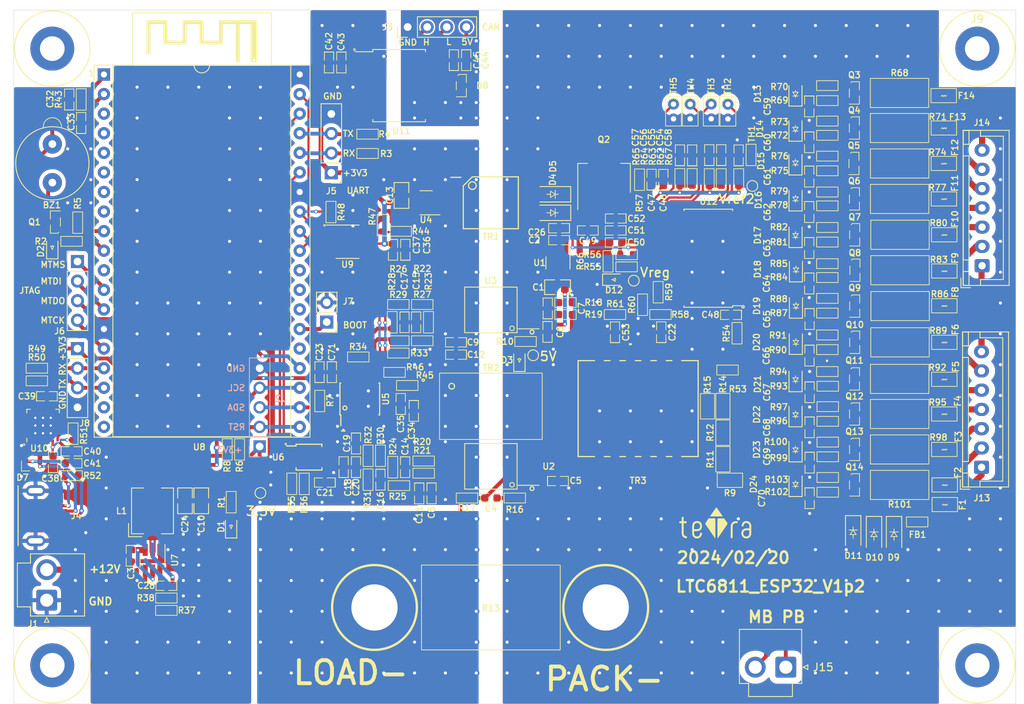
<source format=kicad_pcb>
(kicad_pcb (version 20221018) (generator pcbnew)
  (layers (0 "F.Cu" signal) (31 "B.Cu" signal) (34 "B.Paste" user) (35 "F.Paste" user) (36 "B.SilkS" user "B.Silkscreen") (37 "F.SilkS" user "F.Silkscreen") (38 "B.Mask" user) (39 "F.Mask" user) (44 "Edge.Cuts" user))
  (net 0 "")
  (net 1 "+3V3")
  (net 2 "/PowerMonitor/ISO+5V")
  (net 3 "Net-(D4-K)")
  (net 4 "GND")
  (net 5 "Net-(U2-VINP)")
  (net 6 "Net-(U2-VINN)")
  (net 7 "Net-(U3-VINP)")
  (net 8 "Net-(U3-VINN)")
  (net 9 "Net-(C14-Pad1)")
  (net 10 "Net-(C14-Pad2)")
  (net 11 "Net-(C15-Pad1)")
  (net 12 "Net-(C15-Pad2)")
  (net 13 "Net-(C16-Pad1)")
  (net 14 "Net-(C16-Pad2)")
  (net 15 "Net-(C17-Pad1)")
  (net 16 "Net-(C17-Pad2)")
  (net 17 "/LTC6811/Vref2")
  (net 18 "Net-(U6-Vin+)")
  (net 19 "Net-(U6-Vin-)")
  (net 20 "/LTC6811/Vreg")
  (net 21 "/LTC6811/T2")
  (net 22 "/LTC6811/T3")
  (net 23 "/LTC6811/T4")
  (net 24 "/LTC6811/T5")
  (net 25 "/LTC6811/T1")
  (net 26 "/LTC6811/cell1/C")
  (net 27 "/LTC6811/cell2/C")
  (net 28 "/USB/Vusb")
  (net 29 "/LTC6811/cell3/C")
  (net 30 "/CAN/5V_CAN")
  (net 31 "/CAN/CAN_GND")
  (net 32 "/LTC6811/cell4/C")
  (net 34 "Net-(C34-Pad1)")
  (net 35 "Net-(C35-Pad2)")
  (net 36 "/LTC6811/cell5/C")
  (net 37 "/LTC6811/cell6/C")
  (net 38 "/LTC6811/cell7/C")
  (net 39 "/LTC6811/cell8/C")
  (net 40 "/LTC6811/cell10/CM")
  (net 41 "/LTC6811/cell10/C")
  (net 42 "/LTC6811/cell11/C")
  (net 43 "/LTC6811/cell12/C")
  (net 44 "Net-(U10-VPP)")
  (net 45 "Net-(U12-Vref1)")
  (net 46 "Net-(U12-V+)")
  (net 47 "Net-(C49-Pad1)")
  (net 48 "Net-(C53-Pad1)")
  (net 49 "Net-(D3-A)")
  (net 50 "Net-(D12-K)")
  (net 52 "/MCU/CAN_TX")
  (net 53 "/PowerMonitor/VBAT_SENSE")
  (net 54 "/MCU/CAN_RX")
  (net 55 "/MCU/Boot")
  (net 56 "/MCU/NRST")
  (net 57 "Net-(Q10-G)")
  (net 58 "Net-(Q10-D)")
  (net 59 "Net-(R11-Pad1)")
  (net 60 "Net-(R11-Pad2)")
  (net 61 "Net-(R12-Pad2)")
  (net 62 "Net-(R14-Pad2)")
  (net 63 "Net-(D1-A)")
  (net 64 "Net-(U7-CB)")
  (net 65 "Net-(U2-VOUTN)")
  (net 66 "/BAT+")
  (net 67 "Net-(U2-VOUTP)")
  (net 68 "/LTC6811/cell12/C+")
  (net 69 "/LTC6811/cell11/C+")
  (net 70 "/LTC6811/cell10/C+")
  (net 71 "/LTC6811/cell10/C-")
  (net 72 "/LTC6811/cell8/C+")
  (net 73 "/LTC6811/cell7/C+")
  (net 74 "/LTC6811/cell6/C+")
  (net 75 "/LTC6811/cell5/C+")
  (net 76 "/LTC6811/cell4/C+")
  (net 77 "/LTC6811/cell3/C+")
  (net 78 "/LTC6811/cell2/C+")
  (net 79 "/LTC6811/cell1/C+")
  (net 80 "/USB/D-")
  (net 81 "/USB/D+")
  (net 82 "Net-(U3-VOUTN)")
  (net 83 "Net-(U3-VOUTP)")
  (net 84 "/MCU/MTMS")
  (net 85 "/MCU/MTDI")
  (net 86 "/MCU/MTCK")
  (net 87 "/MCU/MTDO")
  (net 88 "Net-(U9-ICMP)")
  (net 89 "Net-(U9-IP)")
  (net 90 "Net-(U9-IM)")
  (net 91 "/MCU/LED0")
  (net 92 "/MCU/BUZZER")
  (net 93 "Net-(U9-IBIAS)")
  (net 94 "Net-(U10-TXD)")
  (net 95 "Net-(U10-RXD)")
  (net 96 "Net-(U10-~{RST})")
  (net 97 "Net-(U12-ISOMD)")
  (net 98 "Net-(U12-WDT)")
  (net 99 "Net-(U12-DTEN)")
  (net 100 "Net-(U12-IBIAS)")
  (net 101 "Net-(U12-ICMP)")
  (net 102 "Net-(Q3-D)")
  (net 103 "Net-(Q3-G)")
  (net 104 "/MCU/MISO")
  (net 105 "Net-(Q4-D)")
  (net 106 "/MCU/OLED_SDA")
  (net 107 "/MCU/OLED_RST")
  (net 108 "Net-(Q4-G)")
  (net 109 "Net-(Q5-D)")
  (net 110 "/MCU/OLED_SCL")
  (net 111 "Net-(Q5-G)")
  (net 112 "Net-(Q6-D)")
  (net 113 "Net-(Q6-G)")
  (net 114 "/LTC6811/IPA")
  (net 115 "/LTC6811/IMA")
  (net 116 "Net-(Q11-D)")
  (net 117 "/LTC6811/cell1/S")
  (net 118 "Net-(Q11-G)")
  (net 119 "Net-(Q12-D)")
  (net 120 "/LTC6811/cell2/S")
  (net 121 "Net-(Q12-G)")
  (net 122 "Net-(Q13-D)")
  (net 123 "/LTC6811/cell3/S")
  (net 124 "Net-(Q13-G)")
  (net 125 "Net-(Q14-D)")
  (net 126 "/LTC6811/cell4/S")
  (net 127 "Net-(Q14-G)")
  (net 128 "Net-(Q7-D)")
  (net 129 "/LTC6811/cell5/S")
  (net 130 "Net-(Q7-G)")
  (net 131 "Net-(Q8-D)")
  (net 132 "/LTC6811/cell6/S")
  (net 133 "Net-(Q8-G)")
  (net 134 "Net-(Q9-D)")
  (net 135 "/LTC6811/cell7/S")
  (net 136 "Net-(Q9-G)")
  (net 137 "/LTC6811/cell8/S")
  (net 139 "/LTC6811/cell9/S")
  (net 140 "/LTC6811/cell10/S")
  (net 141 "/LTC6811/cell11/S")
  (net 144 "/LTC6811/cell12/S")
  (net 147 "/MCU/RX_USB")
  (net 149 "/MCU/TX_USB")
  (net 155 "/MCU/5V")
  (net 160 "/MCU/SS")
  (net 161 "/MCU/SCK")
  (net 162 "/MCU/MOSI")
  (net 163 "Net-(BZ1-+)")
  (net 164 "/MCU/SCL")
  (net 165 "/MCU/SDA")
  (net 166 "/LTC6811/C12")
  (net 167 "/LTC6811/C11")
  (net 168 "/LTC6811/C10")
  (net 169 "/LTC6811/C9")
  (net 170 "/LTC6811/C8")
  (net 171 "/LTC6811/C7")
  (net 172 "/LTC6811/C1_G")
  (net 173 "/LTC6811/C6")
  (net 174 "/LTC6811/C5")
  (net 175 "Net-(U4-D2)")
  (net 176 "Net-(U4-D1)")
  (net 177 "/LTC6811/C4")
  (net 178 "/LTC6811/C3")
  (net 179 "/LTC6811/C2")
  (net 180 "/LTC6811/C1")
  (net 181 "Net-(U5B--)")
  (net 182 "Net-(D4-A)")
  (net 183 "Net-(D5-A)")
  (net 184 "/MA")
  (net 185 "/CAN/CANL")
  (net 186 "/CAN/CANH")
  (net 187 "/CAN/CAN_TX")
  (net 188 "/CAN/CAN_RX")
  (net 189 "/LTC6811/DRIVE")
  (net 191 "/PA")
  (net 212 "Net-(U5B-+)")
  (net 215 "GND_PACK")
  (net 217 "Net-(C22-Pad1)")
  (net 218 "Net-(J15-Pin_2)")
  (net 219 "Net-(J15-Pin_1)")
  (net 220 "/LTC6811/IPB")
  (net 221 "/LTC6811/IMB")
  (net 223 "+12V")
  (net 224 "Net-(U7-SW)")
  (net 225 "Net-(U7-FB)")
  (net 226 "VDD")
  (net 227 "/PowerMonitor/BAT-")
  (net 228 "Net-(D2-A)")
  (footprint "Capacitor_SMD:C_0603_1608Metric" (layer "F.Cu") (at 141.1 92.3 90)
    (fp_text reference "C53")
    (fp_text value "100pF/100V")
  )
  (footprint "Resistor_SMD:R_0603_1608Metric" (layer "F.Cu") (at 121.9 113.8)
    (fp_text reference "R17")
    (fp_text value "1K")
  )
  (footprint "Resistor_SMD:R_0603_1608Metric" (layer "F.Cu") (at 168.7 113.05)
    (fp_text reference "R102")
    (fp_text value "100R")
  )
  (footprint "Resistor_SMD:R_2512_6332Metric" (layer "F.Cu") (at 178.025 102.9 180)
    (fp_text reference "R95")
    (fp_text value "36R 1W 2512")
  )
  (footprint "Resistor_SMD:R_0603_1608Metric" (layer "F.Cu") (at 110.9 78.4 -90)
    (fp_text reference "R47")
    (fp_text value "1.2K")
  )
  (footprint "LED_SMD:LED_0603_1608Metric" (layer "F.Cu") (at 128.7 95.9 90)
    (fp_text reference "D3")
    (fp_text value "LED Red")
  )
  (footprint "Package_TO_SOT_SMD:SOT-23" (layer "F.Cu") (at 172.2 93.6)
    (fp_text reference "Q10")
    (fp_text value "TSM2323")
  )
  (footprint "Capacitor_SMD:C_0603_1608Metric" (layer "F.Cu") (at 166.35 100.075 -90)
    (fp_text reference "C67")
    (fp_text value "100nF/100V")
  )
  (footprint "Package_TO_SOT_SMD:SOT-223" (layer "F.Cu") (at 139.68 72.3 90)
    (fp_text reference "Q2")
    (fp_text value "NSV1C201MZ4")
  )
  (footprint "Resistor_SMD:R_0805_2012Metric" (layer "F.Cu") (at 153.1 101.9 -90)
    (fp_text reference "R15")
    (fp_text value "1KΩ ±0.1% 250mW")
  )
  (footprint "Resistor_SMD:R_0603_1608Metric" (layer "F.Cu") (at 90.8 107.5 -90)
    (fp_text reference "R8")
    (fp_text value "4.7K")
  )
  (footprint "Resistor_SMD:R_0603_1608Metric" (layer "F.Cu") (at 168.65 69.45)
    (fp_text reference "R76")
    (fp_text value "3.3K")
  )
  (footprint "Connector_USB:Micro_USB_B-2013499-1" (layer "F.Cu") (at 66.29045 116.1 -90)
    (fp_text reference "J4")
    (fp_text value "USB")
  )
  (footprint "Package_TO_SOT_SMD:SOT-23" (layer "F.Cu") (at 172.1625 75)
    (fp_text reference "Q6")
    (fp_text value "TSM2323")
  )
  (footprint "Resistor_SMD:R_0805_2012Metric" (layer "F.Cu") (at 155.1 101.875 90)
    (fp_text reference "R14")
    (fp_text value "470KΩ ±0.1% 250mW")
  )
  (footprint "Resistor_SMD:R_0603_1608Metric" (layer "F.Cu") (at 102.8 101.215 -90)
    (fp_text reference "R7")
    (fp_text value "4.7K")
  )
  (footprint "Resistor_SMD:R_PSR500HTQFB0L10_Metric_Pad5.2x8.75mm_HandSolder" (layer "F.Cu") (at 125 128 180)
    (fp_text reference "R13")
    (fp_text value "0.1MR  1% 15W ")
  )
  (footprint "Resistor_SMD:R_0603_1608Metric" (layer "F.Cu") (at 168.7 106.55)
    (fp_text reference "R100")
    (fp_text value "3.3K")
  )
  (footprint "MountingHole:MountingHole_3.2mm_M3_ISO7380_Pad" (layer "F.Cu") (at 188.1 55.5)
    (fp_text reference "J9")
    (fp_text value "Hole /NC")
  )
  (footprint "Connector_JST:JST_XH_B7B-XH-A_1x07_P2.50mm_Vertical_BAT_6S" (layer "F.Cu") (at 188.725 83.6625 90)
    (fp_text reference "J14")
    (fp_text value "B7B-XH-A")
  )
  (footprint "Resistor_SMD:R_0603_1608Metric" (layer "F.Cu") (at 168.7 103.85)
    (fp_text reference "R96")
    (fp_text value "100R")
  )
  (footprint "Fuse:Fuse_0805_2012Metric" (layer "F.Cu") (at 183.825 93.6 180)
    (fp_text reference "F6")
    (fp_text value "MPZ2012S102ATD25")
  )
  (footprint "Fuse:Fuse_0805_2012Metric" (layer "F.Cu") (at 183.825 107.5 180)
    (fp_text reference "F3")
    (fp_text value "MPZ2012S102ATD25")
  )
  (footprint "TestPoint:TestPoint_Pad_D1.0mm" (layer "F.Cu") (at 143.54 85.6)
    (fp_text reference "TP3" hide)
    (fp_text value "TestPoint" hide)
  )
  (footprint "Capacitor_SMD:C_0603_1608Metric" (layer "F.Cu") (at 107.5 106.725 -90)
    (fp_text reference "C19")
    (fp_text value "100nF/100V")
  )
  (footprint "Capacitor_SMD:C_0603_1608Metric" (layer "F.Cu") (at 110.67 111.42 -90)
    (fp_text reference "C16")
    (fp_text value "220pF/50V")
  )
  (footprint "Capacitor_SMD:C_0603_1608Metric" (layer "F.Cu") (at 120.475 95.2 180)
    (fp_text reference "C12")
    (fp_text value "2.2uF/25V")
  )
  (footprint "Resistor_SMD:R_0603_1608Metric" (layer "F.Cu") (at 168.7 108.45)
    (fp_text reference "R99")
    (fp_text value "100R")
  )
  (footprint "Capacitor_SMD:C_0805_2012Metric" (layer "F.Cu") (at 113.4 74.55 90)
    (fp_text reference "C13")
    (fp_text value "10uF/16V")
  )
  (footprint "TestPoint:TestPoint_Pad_D1.0mm" (layer "F.Cu") (at 158.92 73.32)
    (fp_text reference "TP4" hide)
    (fp_text value "TestPoint" hide)
  )
  (footprint "Connector_PinHeader_2.54mm:PinHeader_1x04_P2.54mm_Vertical" (layer "F.Cu") (at 114.2 52.7 90)
    (fp_text reference "J3")
    (fp_text value "CAN /NC")
  )
  (footprint "Diode_SMD:D_SOD-323" (layer "F.Cu") (at 164.525 79.7 90)
    (fp_text reference "D17")
    (fp_text value "PDZ7.5B")
  )
  (footprint "Diode_SMD:D_SOD-323" (layer "F.Cu") (at 164.5125 61.35 90)
    (fp_text reference "D13")
    (fp_text value "PDZ7.5B")
  )
  (footprint "Resistor_SMD:R_0603_1608Metric" (layer "F.Cu") (at 168.65 60.3)
    (fp_text reference "R70")
    (fp_text value "3.3K")
  )
  (footprint "Capacitor_SMD:C_0603_1608Metric" (layer "F.Cu") (at 166.3 76.7 -90)
    (fp_text reference "C62")
    (fp_text value "100nF/100V")
  )
  (footprint "Connector_PinHeader_2.54mm:PinHeader_1x04_P2.54mm_Vertical" (layer "F.Cu") (at 71.37 94.42)
    (fp_text reference "J8")
    (fp_text value "SERIAL /NC")
  )
  (footprint "Resistor_SMD:R_0603_1608Metric" (layer "F.Cu") (at 153.3275 72.47 -90)
    (fp_text reference "R63")
    (fp_text value "100K")
  )
  (footprint "Resistor_SMD:R_0603_1608Metric" (layer "F.Cu") (at 116.1 93.4 180)
    (fp_text reference "R27")
    (fp_text value "1K")
  )
  (footprint "Resistor_SMD:R_2512_6332Metric" (layer "F.Cu") (at 178.025 98.35 180)
    (fp_text reference "R92")
    (fp_text value "36R 1W 2512")
  )
  (footprint "Package_TO_SOT_SMD:SOT-23" (layer "F.Cu") (at 172.15 65.8)
    (fp_text reference "Q4")
    (fp_text value "TSM2323")
  )
  (footprint "MountingHole:MountingHole_3.2mm_M3_ISO7380_Pad" (layer "F.Cu") (at 68.1 135.5 90)
    (fp_text reference "J12" hide)
    (fp_text value "Hole /NC")
  )
  (footprint "Capacitor_SMD:C_0603_1608Metric" (layer "F.Cu") (at 115.3 91 -90)
    (fp_text reference "C15")
    (fp_text value "2.2nF/16V")
  )
  (footprint "Capacitor_SMD:C_0603_1608Metric" (layer "F.Cu") (at 166.3 72.1 -90)
    (fp_text reference "C61")
    (fp_text value "100nF/100V")
  )
  (footprint "PCM_4ms_Package_SOIC:SOIC-8_3.9x4.9mm_Pitch1.27mm" (layer "F.Cu") (at 107.995 100.95 90)
    (fp_text reference "U5")
    (fp_text value "OPA2197IDR" hide)
  )
  (footprint "Resistor_SMD:R_0603_1608Metric" (layer "F.Cu") (at 141.1 90 180)
    (fp_text reference "R61")
    (fp_text value "100R")
  )
  (footprint "Resistor_SMD:R_0603_1608Metric" (layer "F.Cu") (at 144.68 88.725 -90)
    (fp_text reference "R60")
    (fp_text value "806R")
  )
  (footprint "Resistor_SMD:R_0603_1608Metric" (layer "F.Cu") (at 114.15 99.2)
    (fp_text reference "R45")
    (fp_text value "51R")
  )
  (footprint "Resistor_THT:R_Axial_DIN0204_L3.6mm_D1.6mm_P1.90mm_Vertical" (layer "F.Cu") (at 155.75 62.725 -90)
    (fp_text reference "TH2")
    (fp_text value "100K NTC")
  )
  (footprint "Resistor_SMD:R_0603_1608Metric" (layer "F.Cu") (at 109 66.6)
    (fp_text reference "R4")
    (fp_text value "0")
  )
  (footprint "Capacitor_SMD:C_0603_1608Metric" (layer "F.Cu") (at 132.375 89.2 90)
    (fp_text reference "C7")
    (fp_text value "330pF/100V")
  )
  (footprint "Diode_SMD:D_SOD-323" (layer "F.Cu") (at 164.56 93.5575 90)
    (fp_text reference "D20")
    (fp_text value "PDZ7.5B")
  )
  (footprint "Diode_SMD:D_SOD-323" (layer "F.Cu") (at 164.525 98.4 90)
    (fp_text reference "D21")
    (fp_text value "PDZ7.5B")
  )
  (footprint "Connector_PinHeader_2.54mm:PinHeader_1x02_P2.54mm_Vertical" (layer "F.Cu") (at 103.7 90.975 180)
    (fp_text reference "J7")
    (fp_text value "Boot Option /NC")
  )
  (footprint "Resistor_SMD:R_0603_1608Metric" (layer "F.Cu") (at 113 88.7 180)
    (fp_text reference "R26")
    (fp_text value "1K")
  )
  (footprint "Resistor_SMD:R_0603_1608Metric" (layer "F.Cu") (at 116.1 88.7)
    (fp_text reference "R22")
    (fp_text value "100R")
  )
  (footprint "Resistor_SMD:R_0603_1608Metric" (layer "F.Cu") (at 151.11 72.46 -90)
    (fp_text reference "R64")
    (fp_text value "100K")
  )
  (footprint "Resistor_SMD:R_0603_1608Metric" (layer "F.Cu") (at 109 69.1)
    (fp_text reference "R3")
    (fp_text value "0")
  )
  (footprint "Capacitor_SMD:C_0603_1608Metric" (layer "F.Cu") (at 71.85 65.15 90)
    (fp_text reference "C33")
    (fp_text value "100nF/100V")
  )
  (footprint "Resistor_SMD:R_0603_1608Metric" (layer "F.Cu") (at 116.275 110.58)
    (fp_text reference "R21")
    (fp_text value "100R")
  )
  (footprint "Capacitor_SMD:C_0603_1608Metric" (layer "F.Cu") (at 125 113.8 180)
    (fp_text reference "C4")
    (fp_text value "330pF/100V")
  )
  (footprint "Battery:Battery_6mm×10mm_Cell_half_2" (layer "F.Cu") (at 139.9 128 180)
    (fp_text reference "BAT1" hide)
    (fp_text value "BAT-")
  )
  (footprint "Package_TO_SOT_SMD:SOT-23" (layer "F.Cu") (at 121.1625 60.3)
    (fp_text reference "D8")
    (fp_text value "ESD24VS2U")
  )
  (footprint "Capacitor_SMD:C_0603_1608Metric" (layer "F.Cu") (at 149.53 69.34 90)
    (fp_text reference "C57")
    (fp_text value "100nF/100V")
  )
  (footprint "Resistor_SMD:R_0603_1608Metric" (layer "F.Cu") (at 66.1 98.6)
    (fp_text reference "R50")
    (fp_text value "240R")
  )
  (footprint "Resistor_SMD:R_0603_1608Metric" (layer "F.Cu") (at 156.93 92.425 90)
    (fp_text reference "R54")
    (fp_text value "100R")
  )
  (footprint "Capacitor_SMD:C_0603_1608Metric" (layer "F.Cu") (at 141.2 80.64 180)
    (fp_text reference "C50")
    (fp_text value "1uF/25V")
  )
  (footprint "Capacitor_SMD:C_0603_1608Metric" (layer "F.Cu") (at 166.34 90.585 -90)
    (fp_text reference "C65")
    (fp_text value "100nF/100V")
  )
  (footprint "Transformer_SMD:HM2102NL_PUL" (layer "F.Cu") (at 144.1 102.2 90)
    (fp_text reference "TR3")
    (fp_text value "HM2102NL")
  )
  (footprint "Fuse:Fuse_0805_2012Metric" (layer "F.Cu") (at 183.8875 114.65 180)
    (fp_text reference "F1")
    (fp_text value "MPZ2012S102ATD25")
  )
  (footprint "Capacitor_SMD:C_0603_1608Metric" (layer "F.Cu") (at 141.2 77.54 180)
    (fp_text reference "C52")
    (fp_text value "1uF/25V")
  )
  (footprint "Resistor_SMD:R_0805_2012Metric" (layer "F.Cu") (at 155.1 105.325 90)
    (fp_text reference "R12")
    (fp_text value "470KΩ ±0.1% 250mW")
  )
  (footprint "Resistor_SMD:R_0603_1608Metric" (layer "F.Cu") (at 70.8 105.45 90)
    (fp_text reference "R51")
    (fp_text value "10K")
  )
  (footprint "Resistor_SMD:R_0603_1608Metric" (layer "F.Cu") (at 168.65 94.55)
    (fp_text reference "R90")
    (fp_text value "100R")
  )
  (footprint "Package_SO:MSOP-16_3x4mm_P0.5mm" (layer "F.Cu") (at 106.4 80.55)
    (fp_text reference "U9")
    (fp_text value "LTC6820")
  )
  (footprint "Resistor_SMD:R_0603_1608Metric" (layer "F.Cu") (at 168.65 97.4)
    (fp_text reference "R94")
    (fp_text value "3.3K")
  )
  (footprint "Diode_SMD:D_SOD-123" (layer "F.Cu") (at 133 74.4 180)
    (fp_text reference "D5")
    (fp_text value "MBR0520")
  )
  (footprint "Resistor_SMD:R_2512_6332Metric" (layer "F.Cu") (at 178.025 70.4 180)
    (fp_text reference "R74")
    (fp_text value "36R 1W 2512")
  )
  (footprint "Diode_SMD:D_SOD-323" (layer "F.Cu") (at 164.575 84.15 90)
    (fp_text reference "D18")
    (fp_text value "PDZ7.5B")
  )
  (footprint "Resistor_SMD:R_0603_1608Metric" (layer "F.Cu") (at 168.65 75.9)
    (fp_text reference "R78")
    (fp_text value "100R")
  )
  (footprint "Capacitor_SMD:C_0603_1608Metric" (layer "F.Cu") (at 166.35 109.215 -90)
    (fp_text reference "C69")
    (fp_text value "100nF/100V")
  )
  (footprint "Capacitor_SMD:C_0603_1608Metric" (layer "F.Cu") (at 145.845 72.501053 90)
    (fp_text reference "C47")
    (fp_text value "1uF/25V")
  )
  (footprint "Resistor_SMD:R_0603_1608Metric" (layer "F.Cu") (at 142.6 83.81 180)
    (fp_text reference "R55")
    (fp_text value "0")
  )
  (footprint "Resistor_SMD:R_0603_1608Metric" (layer "F.Cu") (at 168.65 87.9)
    (fp_text reference "R88")
    (fp_text value "3.3K")
  )
  (footprint "Fuse:Fuse_0805_2012Metric" (layer "F.Cu") (at 183.825 98.4 180)
    (fp_text reference "F5")
    (fp_text value "MPZ2012S102ATD25")
  )
  (footprint "Diode_SMD:D_SOD-323" (layer "F.Cu") (at 164.5125 65.9 90)
    (fp_text reference "D14")
    (fp_text value "PDZ7.5B")
  )
  (footprint "Connector_JST:JST_VH_B2P-VH-B_1x02_P3.96mm_Vertical" (layer "F.Cu") (at 163.2575 135.75 180)
    (fp_text reference "J15")
    (fp_text value "PB MB")
  )
  (footprint "Resistor_SMD:R_2512_6332Metric" (layer "F.Cu") (at 178.075 79.65 180)
    (fp_text reference "R80")
    (fp_text value "36R 1W 2512")
  )
  (footprint "Resistor_SMD:R_0603_1608Metric" (layer "F.Cu") (at 168.65 85.2)
    (fp_text reference "R84")
    (fp_text value "100R")
  )
  (footprint "Diode_SMD:D_SOD-123" (layer "F.Cu") (at 177.3 118.55 -90)
    (fp_text reference "D9")
    (fp_text value "1N4148W")
  )
  (footprint "Resistor_SMD:R_0603_1608Metric" (layer "F.Cu") (at 110.67 108.32 -90)
    (fp_text reference "R30")
    (fp_text value "3.3K")
  )
  (footprint "Capacitor_SMD:C_0603_1608Metric" (layer "F.Cu") (at 133.85 80.35 180)
    (fp_text reference "C2")
    (fp_text value "100nF/100V")
  )
  (footprint "Resistor_SMD:R_0603_1608Metric" (layer "F.Cu") (at 70.6 80.5)
    (fp_text reference "R2")
    (fp_text value "470R")
  )
  (footprint "Package_TO_SOT_SMD:SOT-23" (layer "F.Cu") (at 172.2 79.65)
    (fp_text reference "Q7")
    (fp_text value "TSM2323")
  )
  (footprint "Resistor_SMD:R_0603_1608Metric" (layer "F.Cu") (at 168.65 78.7)
    (fp_text reference "R82")
    (fp_text value "3.3K")
  )
  (footprint "Resistor_SMD:R_0603_1608Metric" (layer "F.Cu") (at 99.17 111.96 90)
    (fp_text reference "R35")
    (fp_text value "4.7K")
  )
  (footprint "Package_SO:SOP-8_6.62x9.15mm_P2.54mm" (layer "F.Cu") (at 113.1 60.3)
    (fp_text reference "U11")
    (fp_text value "ISO1050DUBR")
  )
  (footprint "Resistor_SMD:R_0603_1608Metric" (layer "F.Cu") (at 168.65 83.4)
    (fp_text reference "R85")
    (fp_text value "3.3K")
  )
  (footprint "Package_DFN_QFN:HVQFN-24-1EP_4x4mm_P0.5mm_EP2.6x2.6mm" (layer "F.Cu") (at 66.9 104.4 90)
    (fp_text reference "U10")
    (fp_text value "CP2104")
  )
  (footprint "Resistor_SMD:R_0603_1608Metric" (layer "F.Cu") (at 112.2 91 -90)
    (fp_text reference "R28")
    (fp_text value "5.6K")
  )
  (footprint "Package_TO_SOT_SMD:SOT-23" (layer "F.Cu") (at 65.55 109.6375 -90)
    (fp_text reference "D7")
    (fp_text value "ESD24VS2U")
  )
  (footprint "Package_TO_SOT_SMD:SOT-23" (layer "F.Cu") (at 172.225 84.25)
    (fp_text reference "Q8")
    (fp_text value "TSM2323")
  )
  (footprint "Resistor_SMD:R_0603_1608Metric" (layer "F.Cu") (at 146.7 87.1 -90)
    (fp_text reference "R59")
    (fp_text value "1.2K")
  )
  (footprint "Resistor_SMD:R_0603_1608Metric" (layer "F.Cu") (at 104.25 76.7 90)
    (fp_text reference "R48")
    (fp_text value "2K")
  )
  (footprint "Resistor_SMD:R_0603_1608Metric" (layer "F.Cu") (at 71.4 78.075 -90)
    (fp_text reference "R5")
    (fp_text value "1.5K")
  )
  (footprint "Resistor_SMD:R_0603_1608Metric" (layer "F.Cu") (at 168.65 74.1)
    (fp_text reference "R79")
    (fp_text value "3.3K")
  )
  (footprint "Fuse:Fuse_0805_2012Metric" (layer "F.Cu") (at 183.775 75 180)
    (fp_text reference "F11")
    (fp_text value "MPZ2012S102ATD25")
  )
  (footprint "Resistor_SMD:R_0603_1608Metric" (layer "F.Cu") (at 142.61 82.24 180)
    (fp_text reference "R56")
    (fp_text value "1M")
  )
  (footprint "Resistor_SMD:R_0603_1608Metric" (layer "F.Cu") (at 155.7 97.2 180)
    (fp_text reference "R53")
    (fp_text value "100R")
  )
  (footprint "MountingHole:MountingHole_3.2mm_M3_ISO7380_Pad" (layer "F.Cu") (at 188.1 135.5)
    (fp_text reference "J10" hide)
    (fp_text value "Hole /NC")
  )
  (footprint "Package_SO:SSO-8_6.8x5.9mm_P1.27mm_Clearance8mm" (layer "F.Cu") (at 125 89.4 180)
    (fp_text reference "U3")
    (fp_text value "AMC1301")
  )
  (footprint "Capacitor_SMD:C_0603_1608Metric" (layer "F.Cu") (at 153.33 69.32 90)
    (fp_text reference "C55")
    (fp_text value "100nF/100V")
  )
  (footprint "Package_TO_SOT_SMD:SOT-23" (layer "F.Cu") (at 172.1 70.4)
    (fp_text reference "Q5")
    (fp_text value "TSM2323")
  )
  (footprint "Resistor_SMD:R_2512_6332Metric" (layer "F.Cu") (at 178.0125 61.25 180)
    (fp_text reference "R68")
    (fp_text value "36R 1W 2512")
  )
  (footprint "Connector_PinHeader_2.54mm:PinHeader_1x04_P2.54mm_Vertical" (layer "F.Cu") (at 71.37 83.12)
    (fp_text reference "J6")
    (fp_text value "JTAG /NC" hide)
  )
  (footprint "Capacitor_SMD:C_0805_2012Metric" (layer "F.Cu") (at 85.32 114.16 -90)
    (fp_text reference "C24")
    (fp_text value "10uF/16V")
  )
  (footprint "Capacitor_SMD:C_0603_1608Metric" (layer "F.Cu") (at 105.6 57.3 -90)
    (fp_text reference "C43")
    (fp_text value "100nF/100V")
  )
  (footprint "Package_TO_SOT_SMD:SOT-23" (layer "F.Cu") (at 172.2 88.9)
    (fp_text reference "Q9")
    (fp_text value "TSM2323")
  )
  (footprint "Package_TO_SOT_SMD:SOT-23-5" (layer "F.Cu") (at 116.6 75.5 180)
    (fp_text reference "U4")
    (fp_text value "SN6501DBV")
  )
  (footprint "Resistor_SMD:R_0603_1608Metric" (layer "F.Cu") (at 113.075 112.2 180)
    (fp_text reference "R25")
    (fp_text value "1K")
  )
  (footprint "Resistor_THT:R_Axial_DIN0204_L3.6mm_D1.6mm_P1.90mm_Vertical" (layer "F.Cu") (at 150.8575 62.715 -90)
    (fp_text reference "TH4")
    (fp_text value "100K NTC")
  )
  (footprint "Capacitor_SMD:C_0603_1608Metric" (layer "F.Cu") (at 70.6 107.75)
    (fp_text reference "C40")
    (fp_text value "100nF/100V")
  )
  (footprint "Package_TO_SOT_SMD:SOT-23-5" (layer "F.Cu") (at 133.7 83.3 -90)
    (fp_text reference "U1")
    (fp_text value "TPS76350")
  )
  (footprint "Resistor_SMD:R_0603_1608Metric" (layer "F.Cu") (at 134.675 90 180)
    (fp_text reference "R19")
    (fp_text value "10R")
  )
  (footprint "Connector_PinHeader_2.54mm:PinHeader_1x04_P2.54mm_Vertical" (layer "F.Cu") (at 104.3 71.6 180)
    (fp_text reference "J5")
    (fp_text value "UART /NC")
  )
  (footprint "Capacitor_SMD:C_0603_1608Metric" (layer "F.Cu") (at 105.9 109.8 90)
    (fp_text reference "C18")
    (fp_text value "100nF/100V")
  )
  (footprint "Fuse:Fuse_0805_2012Metric" (layer "F.Cu") (at 183.74 61.6 180)
    (fp_text reference "F14")
    (fp_text value "MPZ2012S102ATD25")
  )
  (footprint "RF_Module:ESP32-DevKitc V4_DIP-38_27.9mm×48.2mm" (layer "F.Cu") (at 73.53 105.85)
    (fp_text reference "U8")
    (fp_text value "ESP32-DevKitC V4" hide)
  )
  (footprint "Capacitor_SMD:C_0603_1608Metric" (layer "F.Cu") (at 67.4 100.6)
    (fp_text reference "C39")
    (fp_text value "4.7uF/16V")
  )
  (footprint "Diode_SMD:D_SOD-323" (layer "F.Cu") (at 164.525 102.95 90)
    (fp_text reference "D22")
    (fp_text value "PDZ7.5B")
  )
  (footprint "Diode_SMD:D_SOD-323" (layer "F.Cu") (at 164.525 112 90)
    (fp_text reference "D24")
    (fp_text value "PDZ7.5B")
  )
  (footprint "Resistor_SMD:R_0603_1608Metric" (layer "F.Cu") (at 168.65 89.8125)
    (fp_text reference "R87")
    (fp_text value "100R")
  )
  (footprint "Connector_JST:JST_VH_B2P-VH-B_1x02_P3.96mm_Vertical" (layer "F.Cu") (at 67.38 127.0575 90)
    (fp_text reference "J1")
    (fp_text value "PB MB")
  )
  (footprint "Capacitor_SMD:C_0603_1608Metric" (layer "F.Cu") (at 113.8 91 -90)
    (fp_text reference "C17")
    (fp_text value "220pF/50V")
  )
  (footprint "Capacitor_SMD:C_0603_1608Metric" (layer "F.Cu") (at 70.3 62.1 90)
    (fp_text reference "C32")
    (fp_text value "100nF/100V")
  )
  (footprint "Resistor_SMD:R_0603_1608Metric" (layer "F.Cu") (at 71.85 62.1 -90)
    (fp_text reference "R43")
    (fp_text value "10K")
  )
  (footprint "Resistor_SMD:R_0603_1608Metric" (layer "F.Cu") (at 134.675 88.45)
    (fp_text reference "R18")
    (fp_text value "1K")
  )
  (footprint "Diode_SMD:D_SOD-323" (layer "F.Cu") (at 164.525 74.95 90)
    (fp_text reference "D16")
    (fp_text value "PDZ7.5B")
  )
  (footprint "Diode_SMD:D_SOD-323" (layer "F.Cu") (at 164.5125 70.2875 90)
    (fp_text reference "D15")
    (fp_text value "PDZ7.5B")
  )
  (footprint "TestPoint:TestPoint_Pad_D1.0mm" (layer "F.Cu") (at 130.49 95.29)
    (fp_text reference "TP1" hide)
    (fp_text value "TestPoint" hide)
  )
  (footprint "Capacitor_SMD:C_0603_1608Metric" (layer "F.Cu") (at 166.33 95.325 -90)
    (fp_text reference "C66")
    (fp_text value "100nF/100V")
  )
  (footprint "Resistor_SMD:R_0603_1608Metric" (layer "F.Cu") (at 82.9 126.7775)
    (fp_text reference "R38")
    (fp_text value "22.1K")
  )
  (footprint "Fuse:Fuse_0805_2012Metric" (layer "F.Cu") (at 183.825 88.8625 180)
    (fp_text reference "F8")
    (fp_text value "MPZ2012S102ATD25")
  )
  (footprint "Capacitor_SMD:C_0603_1608Metric" (layer "F.Cu") (at 166.35 113.825 -90)
    (fp_text reference "C70")
    (fp_text value "100nF/100V")
  )
  (footprint "Resistor_SMD:R_2512_6332Metric" (layer "F.Cu") (at 178.025 75 180)
    (fp_text reference "R77")
    (fp_text value "36R 1W 2512")
  )
  (footprint "Package_TO_SOT_SMD:SOT-23" (layer "F.Cu") (at 172.175 102.9)
    (fp_text reference "Q12")
    (fp_text value "TSM2323")
  )
  (footprint "Fuse:Fuse_0805_2012Metric" (layer "F.Cu") (at 183.7625 65.8 180)
    (fp_text reference "F13")
    (fp_text value "MPZ2012S102ATD25")
  )
  (footprint "Resistor_SMD:R_0603_1608Metric" (layer "F.Cu") (at 154.88 72.47 -90)
    (fp_text reference "R62")
    (fp_text value "100K")
  )
  (footprint "Symbol:teTra-LOGO" (layer "F.Cu") (at 154.25 117.07)
    (fp_text reference "LOGO1" hide)
    (fp_text value "teTra /NC" hide)
  )
  (footprint "Resistor_SMD:R_0603_1608Metric" (layer "F.Cu") (at 66.1 96.96)
    (fp_text reference "R49")
    (fp_text value "240R")
  )
  (footprint "MountingHole:MountingHole_3.2mm_M3_ISO7380_Pad" (layer "F.Cu") (at 68.1 55.5 90)
    (fp_text reference "J11" hide)
    (fp_text value "Hole /NC")
  )
  (footprint "Resistor_SMD:R_0603_1608Metric" (layer "F.Cu") (at 112.275 109.8 -90)
    (fp_text reference "R24")
    (fp_text value "1K")
  )
  (footprint "Resistor_SMD:R_2512_6332Metric" (layer "F.Cu") (at 178.075 84.25 180)
    (fp_text reference "R83")
    (fp_text value "36R 1W 2512")
  )
  (footprint "Capacitor_SMD:C_0603_1608Metric" (layer "F.Cu") (at 166.34 104.625 -90)
    (fp_text reference "C68")
    (fp_text value "100nF/100V")
  )
  (footprint "Transformer_SMD:HM2108NL" (layer "F.Cu") (at 125 101.9 -90)
    (fp_text reference "TR2")
    (fp_text value "HM2108NL")
  )
  (footprint "Connector_Wuerth:WURTH-760390015" (layer "F.Cu") (at 125 75.5)
    (fp_text reference "TR1")
    (fp_text value "Transformer")
  )
  (footprint "Resistor_SMD:R_0603_1608Metric" (layer "F.Cu") (at 158.75 69.295 90)
    (fp_text reference "TH1")
    (fp_text value "100K NTC")
  )
  (footprint "Connector_JST:JST_XH_B7B-XH-A_1x07_P2.50mm_Vertical_BAT_6S" (layer "F.Cu") (at 188.65 109.8125 90)
    (fp_text reference "J13")
    (fp_text value "B7B-XH-A")
  )
  (footprint "Resistor_SMD:R_0603_1608Metric" (layer "F.Cu") (at 168.7 99.3)
    (fp_text reference "R93")
    (fp_text value "100R")
  )
  (footprint "Package_TO_SOT_SMD:SOT-23" (layer "F.Cu") (at 172.15 61.25)
    (fp_text reference "Q3")
    (fp_text value "TSM2323")
  )
  (footprint "Resistor_THT:R_Axial_DIN0204_L3.6mm_D1.6mm_P1.90mm_Vertical" (layer "F.Cu") (at 148.69 62.715 -90)
    (fp_text reference "TH5")
    (fp_text value "100K NTC")
  )
  (footprint "Resistor_SMD:R_0603_1608Metric" (layer "F.Cu") (at 116.9 91 90)
    (fp_text reference "R23")
    (fp_text value "100R")
  )
  (footprint "Capacitor_SMD:C_0603_1608Metric" (layer "F.Cu") (at 133.85 78.8 180)
    (fp_text reference "C26")
    (fp_text value "4.7uF/16V")
  )
  (footprint "Resistor_SMD:R_0603_1608Metric" (layer "F.Cu") (at 168.65 66.75)
    (fp_text reference "R72")
    (fp_text value "100R")
  )
  (footprint "Capacitor_SMD:C_0603_1608Metric" (layer "F.Cu") (at 132.35 92.25 -90)
    (fp_text reference "C6")
    (fp_text value "100nF/100V")
  )
  (footprint "Capacitor_SMD:C_0805_2012Metric" (layer "F.Cu") (at 87.43 114.16 -90)
    (fp_text reference "C10")
    (fp_text value "10uF/16V")
  )
  (footprint "Package_TO_SOT_SMD:SOT-23" (layer "F.Cu") (at 68.5 78 180)
    (fp_text reference "Q1")
    (fp_text value "BSS138")
  )
  (footprint "Capacitor_SMD:C_0603_1608Metric" (layer "F.Cu") (at 113.875 109.8 -90)
    (fp_text reference "C14")
    (fp_text value "2.2nF/16V")
  )
  (footprint "Diode_SMD:D_SOD-123F" (layer "F.Cu") (at 172 118.3 -90)
    (fp_text reference "D11")
    (fp_text value "BZT52H-C62")
  )
  (footprint "Capacitor_SMD:C_0603_1608Metric" (layer "F.Cu") (at 115 102.5 -90)
    (fp_text reference "C34")
    (fp_text value "10nF/100V")
  )
  (footprint "Capacitor_SMD:C_0603_1608Metric" (layer "F.Cu") (at 133.7 111.6)
    (fp_text reference "C5")
    (fp_text value "100nF/100V")
  )
  (footprint "Capacitor_SMD:C_0603_1608Metric" (layer "F.Cu") (at 113.3 101.6 90)
    (fp_text reference "C35")
    (fp_text value "10nF/100V")
  )
  (footprint "Resistor_SMD:R_0603_1608Metric" (layer "F.Cu") (at 100.79 111.97 90)
    (fp_text reference "R36")
    (fp_text value "4.7K")
  )
  (footprint "Resistor_SMD:R_2512_6332Metric" (layer "F.Cu") (at 178.025 112.1 180)
    (fp_text reference "R101")
    (fp_text value "36R 1W 2512")
  )
  (footprint "LED_SMD:LED_0603_1608Metric" (layer "F.Cu") (at 91.3 117.5 90)
    (fp_text reference "D1")
    (fp_text value "LED Red")
  )
  (footprint "LED_SMD:LED_0603_1608Metric" (layer "F.Cu") (at 68.1 81.2875 90)
    (fp_text reference "D2")
    (fp_text value "LED Red")
  )
  (footprint "Resistor_SMD:R_0603_1608Metric" (layer "F.Cu") (at 168.65 80.6)
    (fp_text reference "R81")
    (fp_text value "100R")
  )
  (footprint "Capacitor_SMD:C_0603_1608Metric" (layer "F.Cu") (at 70.6 109.3)
    (fp_text reference "C41")
    (fp_text value "2.2uF/25V")
  )
  (footprint "Resistor_SMD:R_0603_1608Metric" (layer "F.Cu") (at 92.4 107.5 -90)
    (fp_text reference "R6")
    (fp_text value "4.7K")
  )
  (footprint "Capacitor_SMD:C_0603_1608Metric" (layer "F.Cu") (at 166.3 67.65 -90)
    (fp_text reference "C60")
    (fp_text value "100nF/100V")
  )
  (footprint "Resistor_SMD:R_0603_1608Metric" (layer "F.Cu") (at 168.65 92.65)
    (fp_text reference "R91")
    (fp_text value "3.3K")
  )
  (footprint "Resistor_SMD:R_0603_1608Metric" (layer "F.Cu") (at 157.15 72.47 90)
    (fp_text reference "R67")
    (fp_text value "100K")
  )
  (footprint "Resistor_SMD:R_0603_1608Metric" (layer "F.Cu") (at 144.285 72.501053 90)
    (fp_text reference "R57")
    (fp_text value "0")
  )
  (footprint "Resistor_SMD:R_0603_1608Metric" (layer "F.Cu") (at 91.31 114.34 90)
    (fp_text reference "R1")
    (fp_text value "470R")
  )
  (footprint "Capacitor_SMD:C_0603_1608Metric" (layer "F.Cu") (at 157.14 69.348553 90)
    (fp_text reference "C58")
    (fp_text value "100nF/100V")
  )
  (footprint "Buzzer_Beeper:Beeper_AI-1027-TWT-5V" (layer "F.Cu") (at 68.11 70.394173)
    (fp_text reference "BZ1")
    (fp_text value "AI-1027-TWT-5V")
  )
  (footprint "Capacitor_SMD:C_0805_2012Metric" (layer "F.Cu") (at 133.65 86.45 180)
    (fp_text reference "C1")
    (fp_text value "10uF/16V")
  )
  (footprint "Resistor_SMD:R_0805_2012Metric" (layer "F.Cu") (at 156.0125 111.5 180)
    (fp_text reference "R9")
    (fp_text value "470KΩ ±0.1% 250mW")
  )
  (footprint "Fuse:Fuse_0805_2012Metric" (layer "F.Cu") (at 183.7625 70.4 180)
    (fp_text reference "F12")
    (fp_text value "MPZ2012S102ATD25")
  )
  (footprint "Inductor_SMD:L_Bourns_SRP5030T" (layer "F.Cu") (at 81.1 115.47 90)
    (fp_text reference "L1")
    (fp_text value "3.3uH")
  )
  (footprint "Resistor_SMD:R_0603_1608Metric" (layer "F.Cu") (at 70.6 110.9)
    (fp_text reference "R52")
    (fp_text value "10K")
  )
  (footprint "Resistor_SMD:R_0603_1608Metric" (layer "F.Cu") (at 107.8 95.5 180)
    (fp_text reference "R34")
    (fp_text value "33K")
  )
  (footprint "Resistor_SMD:R_0603_1608Metric" (layer "F.Cu") (at 109.07 108.32 -90)
    (fp_text reference "R32")
    (fp_text value "1K")
  )
  (footprint "Diode_SMD:D_SOD-123" (layer "F.Cu") (at 133 76.8 180)
    (fp_text reference "D4")
    (fp_text value "MBR0520")
  )
  (footprint "Capacitor_SMD:C_0603_1608Metric" (layer "F.Cu") (at 104 57.3 -90)
    (fp_text reference "C42")
    (fp_text value "1uF/25V")
  )
  (footprint "Capacitor_SMD:C_0603_1608Metric" (layer "F.Cu") (at 68.2 109.15 -90)
    (fp_text reference "C38")
    (fp_text value "2.2uF/25V")
  )
  (footprint "Capacitor_SMD:C_0603_1608Metric" (layer "F.Cu") (at 120.2 57 90)
    (fp_text reference "C45")
    (fp_text value "100nF/100V")
  )
  (footprint "Package_TO_SOT_SMD:SOT-23" (layer "F.Cu") (at 172.175 107.5)
    (fp_text reference "Q13")
    (fp_text value "TSM2323")
  )
  (footprint "Fuse:Fuse_0805_2012Metric" (layer "F.Cu") (at 183.825 102.9 180)
    (fp_text reference "F4")
    (fp_text value "MPZ2012S102ATD25")
  )
  (footprint "Diode_SMD:D_SOD-323" (layer "F.Cu") (at 164.575 88.8625 90)
    (fp_text reference "D19")
    (fp_text value "PDZ7.5B")
  )
  (footprint "Resistor_SMD:R_0603_1608Metric" (layer "F.Cu") (at 168.65 64.9)
    (fp_text reference "R73")
    (fp_text value "3.3K")
  )
  (footprint "Diode_SMD:D_SOD-323" (layer "F.Cu") (at 164.525 107.5 90)
    (fp_text reference "D23")
    (fp_text value "PDZ7.5B")
  )
  (footprint "Capacitor_SMD:C_0603_1608Metric" (layer "F.Cu") (at 104.37 97.475 -90)
    (fp_text reference "C71")
    (fp_text value "1uF/25V")
  )
  (footprint "Fuse:Fuse_0805_2012Metric" (layer "F.Cu") (at 183.825 84.35 180)
    (fp_text reference "F9")
    (fp_text value "MPZ2012S102ATD25")
  )
  (footprint "Resistor_SMD:R_0603_1608Metric" (layer "F.Cu") (at 113 95)
    (fp_text reference "R33")
    (fp_text value "33K")
  )
  (footprint "Capacitor_SMD:C_0603_1608Metric" (layer "F.Cu") (at 107.5 109.8 90)
    (fp_text reference "C20")
    (fp_text value "100nF/100V")
  )
  (footprint "Resistor_SMD:R_0805_2012Metric" (layer "F.Cu") (at 155.1 108.775 90)
    (fp_text reference "R11")
    (fp_text value "470KΩ ±0.1% 250mW")
  )
  (footprint "Package_SO:TSSOP-48_6.1x12.5mm_P0.5mm" (layer "F.Cu") (at 153.205 82.693553 180)
    (fp_text reference "U12")
    (fp_text value "LTC6811HG-1")
  )
  (footprint "Capacitor_SMD:C_0603_1608Metric" (layer "F.Cu") (at 151.1125 69.348553 90)
    (fp_text reference "C56")
    (fp_text value "100nF/100V")
  )
  (footprint "Capacitor_SMD:C_0603_1608Metric" (layer "F.Cu") (at 166.3 63 -90)
    (fp_text reference "C59")
    (fp_text value "100nF/100V")
  )
  (footprint "Resistor_SMD:R_0603_1608Metric" (layer "F.Cu") (at 147 90)
    (fp_text reference "R58")
    (fp_text value "100K")
  )
  (footprint "Package_SO:SSO-8_6.8x5.9mm_P1.27mm_Clearance8mm" (layer "F.Cu") (at 125 109.7 180)
    (fp_text reference "U2")
    (fp_text value "AMC1301 or AMC1302")
  )
  (footprint "Resistor_SMD:R_0603_1608Metric" (layer "F.Cu") (at 113 93.4 180)
    (fp_text reference "R29")
    (fp_text value "5.6K")
  )
  (footprint "Resistor_SMD:R_0603_1608Metric" (layer "F.Cu") (at 112.5 97.5)
    (fp_text reference "R46")
    (fp_text value "51R")
  )
  (footprint "Battery:Battery_6mm×10mm_Cell_half_2" (layer "F.Cu") (at 109.9 128)
    (fp_text reference "BAT-1" hide)
    (fp_text value "BAT-")
  )
  (footprint "Diode_SMD:D_SOD-123" (layer "F.Cu") (at 174.7 118.55 -90)
    (fp_text reference "D10")
    (fp_text value "1N4148W")
  )
  (footprint "LED_SMD:LED_0603_1608Metric" (layer "F.Cu") (at 140.98 85.48)
    (fp_text reference "D12")
    (fp_text value "LED Red")
  )
  (footprint "Capacitor_SMD:C_0603_1608Metric" (layer "F.Cu") (at 82.9 125.1775 180)
    (fp_text reference "C28")
    (fp_text value "100nF/100V")
  )
  (footprint "Capacitor_SMD:C_0603_1608Metric" (layer "F.Cu") (at 137.57 79.09)
    (fp_text reference "C49")
    (fp_text value "100nF/100V")
  )
  (footprint "Capacitor_SMD:C_0603_1608Metric" (layer "F.Cu") (at 141.19 79.09 180)
    (fp_text reference "C51")
    (fp_text value "1uF/25V")
  )
  (footprint "Resistor_SMD:R_0603_1608Metric" (layer "F.Cu") (at 149.51 72.46 -90)
    (fp_text reference "R65")
    (fp_text value "100K")
  )
  (footprint "Capacitor_SMD:C_0603_1608Metric" (layer "F.Cu") (at 147.1 92.293553 90)
    (fp_text reference "C22")
    (fp_text value "100pF/100V")
  )
  (footprint "Resistor_SMD:R_0603_1608Metric" (layer "F.Cu") (at 140.2 83.1 90)
    (fp_text reference "R66")
    (fp_text value "1.2K")
  )
  (footprint "Resistor_SMD:R_0603_1608Metric" (layer "F.Cu") (at 180.3 116.9)
    (fp_text reference "FB1")
    (fp_text value "BLM18PG330SN1D")
  )
  (footprint "Package_TO_SOT_SMD:SOT-23-6_Handsoldering" (layer "F.Cu") (at 81.11 121.875 -90)
    (fp_text reference "U7")
    (fp_text value "LMR51420XDDCR")
  )
  (footprint "Capacitor_SMD:C_0603_1608Metric" (layer "F.Cu") (at 154.88 69.32 90)
    (fp_text reference "C54")
    (fp_text value "100nF/100V")
  )
  (footprint "Capacitor_SMD:C_0603_1608Metric" (layer "F.Cu") (at 166.3 81.375 -90)
    (fp_text reference "C63")
    (fp_text value "100nF/100V")
  )
  (footprint "Resistor_THT:R_Axial_DIN0204_L3.6mm_D1.6mm_P1.90mm_Vertical" (layer "F.Cu") (at 153.58 62.706447 -90)
    (fp_text reference "TH3")
    (fp_text value "100K NTC")
  )
  (footprint "Capacitor_SMD:C_0603_1608Metric" (layer "F.Cu") (at 166.3 85.975 -90)
    (fp_text reference "C64")
    (fp_text value "100nF/100V")
  )
  (footprint "Resistor_SMD:R_0603_1608Metric" (layer "F.Cu") (at 129.5 93.5)
    (fp_text reference "R10")
    (fp_text value "470R")
  )
  (footprint "Resistor_SMD:R_0603_1608Metric" (layer "F.Cu") (at 128.1 113.8 180)
    (fp_text reference "R16")
    (fp_text value "1K")
  )
  (footprint "Fuse:Fuse_0805_2012Metric" (layer "F.Cu") (at 183.8125 79.65 180)
    (fp_text reference "F10")
    (fp_text value "MPZ2012S102ATD25")
  )
  (footprint "Resistor_SMD:R_0603_1608Metric" (layer "F.Cu") (at 168.65 71.35)
    (fp_text reference "R75")
    (fp_text value "100R")
  )
  (footprint "Capacitor_SMD:C_0603_1608Metric" (layer "F.Cu") (at 102.77 97.475 90)
    (fp_text reference "C23")
    (fp_text value "100nF/100V")
  )
  (footprint "Resistor_SMD:R_0603_1608Metric" (layer "F.Cu") (at 113.3 79.2)
    (fp_text reference "R44")
    (fp_text value "806R")
  )
  (footprint "Capacitor_SMD:C_0603_1608Metric" (layer "F.Cu") (at 117.3 113.2 -90)
    (fp_text reference "C8")
    (fp_text value "100nF/100V")
  )
  (footprint "Capacitor_SMD:C_0603_1608Metric" (layer "F.Cu") (at 156.155 90.04 180)
    (fp_text reference "C48")
    (fp_text value "100nF/100V")
  )
  (footprint "PCM_4ms_Package_SSOP:MSOP-10_3x3mm_P0.5mm" (layer "F.Cu") (at 101.4 108.5)
    (fp_text reference "U6")
    (fp_text value "ISL28022")
  )
  (footprint "Resistor_SMD:R_0603_1608Metric" (layer "F.Cu") (at 116.275 109)
    (fp_text reference "R20")
    (fp_text value "100R")
  )
  (footprint "Capacitor_SMD:C_0603_1608Metric" (layer "F.Cu") (at 78.29 121.29 -90)
    (fp_text reference "C3")
    (fp_text value "2.2uF/25V")
  )
  (footprint "Capacitor_SMD:C_0603_1608Metric" (layer "F.Cu") (at 115.7 113.2 -90)
    (fp_text reference "C11")
    (fp_text value "2.2uF/25V")
  )
  (footprint "Capacitor_SMD:C_0603_1608Metric" (layer "F.Cu") (at 121.8 57 -90)
    (fp_text reference "C44")
    (fp_text value "1uF/25V")
  )
  (footprint "Package_TO_SOT_SMD:SOT-23" (layer "F.Cu") (at 172.175 98.35)
    (fp_text reference "Q11")
    (fp_text value "TSM2323")
  )
  (footprint "Resistor_SMD:R_0603_1608Metric" (layer "F.Cu") (at 168.65 62.25)
    (fp_text reference "R69")
    (fp_text value "100R")
  )
  (footprint "TestPoint:TestPoint_Pad_D1.0mm" (layer "F.Cu") (at 95.1 113.14)
    (fp_text reference "TP2" hide)
    (fp_text value "TestPoint")
  )
  (footprint "Package_TO_SOT_SMD:SOT-23" (layer "F.Cu") (at 172.175 112.1)
    (fp_text reference "Q14")
    (fp_text value "TSM2323")
  )
  (footprint "Resistor_SMD:R_0603_1608Metric" (layer "F.Cu") (at 168.7 101.95)
    (fp_text reference "R97")
    (fp_text value "3.3K")
  )
  (footprint "Resistor_SMD:R_2512_6332Metric" (layer "F.Cu") (at 178.075 93.6 180)
    (fp_text reference "R89")
    (fp_text value "36R 1W 2512")
  )
  (footprint "Resistor_SMD:R_0603_1608Metric" (layer "F.Cu") (at 109.07 111.42 -90)
    (fp_text reference "R31")
    (fp_text value "3.3K")
  )
  (footprint "Resistor_SMD:R_0603_1608Metric" (layer "F.Cu") (at 168.7 111.1375)
    (fp_text reference "R103")
    (fp_text value "3.3K")
  )
  (footprint "Resistor_SMD:R_2512_6332Metric" (layer "F.Cu") (at 178.0875 88.9 180)
    (fp_text reference "R86")
    (fp_text value "36R 1W 2512")
  )
  (footprint "Capacitor_SMD:C_0603_1608Metric" (layer "F.Cu") (at 112.3 81.6 -90)
    (fp_text reference "C37")
    (fp_text value "100nF/100V")
  )
  (footprint "Resistor_SMD:R_2512_6332Metric" (layer "F.Cu") (at 178.025 107.5 180)
    (fp_text reference "R98")
    (fp_text value "36R 1W 2512")
  )
  (footprint "Resistor_SMD:R_2512_6332Metric" (layer "F.Cu") (at 178.0125 65.8 180)
    (fp_text reference "R71")
    (fp_text value "36R 1W 2512")
  )
  (footprint "Capacitor_SMD:C_0603_1608Metric" (layer "F.Cu") (at 103.46 111.79 180)
    (fp_text reference "C21")
    (fp_text value "100nF/100V")
  )
  (footprint "Fuse:Fuse_0805_2012Metric" (layer "F.Cu") (at 183.875 112.1 180)
    (fp_text reference "F2")
    (fp_text value "MPZ2012S102ATD25")
  )
  (footprint "Resistor_SMD:R_0603_1608Metric" (layer "F.Cu") (at 82.9 128.3775)
    (fp_text reference "R37")
    (fp_text value "100K")
  )
  (footprint "Capacitor_SMD:C_0603_1608Metric" (layer "F.Cu") (at 147.37 72.515 90)
    (fp_text reference "C46")
    (fp_text value "1uF/25V")
  )
  (footprint "Capacitor_SMD:C_0603_1608Metric" (layer "F.Cu") (at 113.9 81.6 90)
    (fp_text reference "C36")
    (fp_text value "1uF/25V")
  )
  (footprint "Capacitor_SMD:C_0603_1608Metric" (layer "F.Cu") (at 120.475 93.6 180)
    (fp_text reference "C9")
    (fp_text value "100nF/100V")
  )
  (footprint "Connector_PinHeader_2.54mm:PinHeader_1x05_P2.54mm_Vertical" (layer "B.Cu") (at 95 107.12)
    (fp_text reference "J2")
    (fp_text value "OLED /NC")
  )
  (gr_circle (center 188.1 55.5) (end 193 55.5) (stroke (width 0.12)) (fill none) (layer "F.SilkS"))
  (gr_circle (center 188.1 135.5) (end 193 135.5) (stroke (width 0.12)) (fill none) (layer "F.SilkS"))
  (gr_circle (center 68.1 55.5) (end 73 55.5) (stroke (width 0.12)) (fill none) (layer "F.SilkS"))
  (gr_circle (center 68.1 135.5) (end 73 135.5) (stroke (width 0.12)) (fill none) (layer "F.SilkS"))
  (gr_rect locked (start 63.1 50.5) (end 193.1 140.5) (stroke (width 0.05)) (fill none) (layer "Edge.Cuts"))
  (gr_text "GND" (at 93.22 97.46) (layer "B.SilkS") (effects (font (size 0.8 0.8) (thickness 0.15) bold) (justify left bottom mirror)))
  (gr_text "SDA" (at 93.17 102.53) (layer "B.SilkS") (effects (font (size 0.8 0.8) (thickness 0.15) bold) (justify left bottom mirror)))
  (gr_text "+3V3" (at 92.81 108.02) (layer "B.SilkS") (effects (font (size 0.8 0.8) (thickness 0.15) bold) (justify left bottom mirror)))
  (gr_text "SCL" (at 93.19 99.98) (layer "B.SilkS") (effects (font (size 0.8 0.8) (thickness 0.15) bold) (justify left bottom mirror)))
  (gr_text "RST" (at 93.21 105.06) (layer "B.SilkS") (effects (font (size 0.8 0.8) (thickness 0.15) bold) (justify left bottom mirror)))
  (gr_text "L" (at 119.1 55.09) (layer "F.SilkS") (effects (font (size 0.8 0.8) (thickness 0.15) bold) (justify left bottom)))
  (gr_text "JTAG" (at 63.75 87.35) (layer "F.SilkS") (effects (font (size 0.8 0.8) (thickness 0.15) bold) (justify left bottom)))
  (gr_text "+3V3" (at 69.9 96.1 90) (layer "F.SilkS") (effects (font (size 0.8 0.8) (thickness 0.15) bold) (justify left bottom)))
  (gr_text "TX" (at 105.7 67) (layer "F.SilkS") (effects (font (size 0.8 0.8) (thickness 0.15) bold) (justify left bottom)))
  (gr_text "BOOT" (at 105.73 91.84) (layer "F.SilkS") (effects (font (size 0.8 0.8) (thickness 0.15) bold) (justify left bottom)))
  (gr_text "TX" (at 69.9 99.8 90) (layer "F.SilkS") (effects (font (size 0.8 0.8) (thickness 0.15) bold) (justify left bottom)))
  (gr_text "Vref2" (at 154.45 75.7) (layer "F.SilkS") (effects (font (size 1.2 1.2) (thickness 0.2) bold) (justify left bottom)))
  (gr_text "MTDI" (at 66.5 86.15) (layer "F.SilkS") (effects (font (size 0.8 0.8) (thickness 0.15) bold) (justify left bottom)))
  (gr_text "CAN" (at 123.74 53.17) (layer "F.SilkS") (effects (font (size 0.8 0.8) (thickness 0.15) bold) (justify left bottom)))
  (gr_text "2024/02/20" (at 148.973007 122.428472) (layer "F.SilkS") (effects (font (size 1.5 1.5) (thickness 0.3) bold) (justify left bottom)))
  (gr_text "GND" (at 72.7 127.8) (layer "F.SilkS") (effects (font (size 1 1) (thickness 0.2) bold) (justify left bottom)))
  (gr_text "MTMS" (at 66.5 84) (layer "F.SilkS") (effects (font (size 0.8 0.8) (thickness 0.15) bold) (justify left bottom)))
  (gr_text "3.3V" (at 93.1 116.2) (layer "F.SilkS") (effects (font (size 1.2 1.2) (thickness 0.2) bold) (justify left bottom)))
  (gr_text "GND" (at 103.15 62.15) (layer "F.SilkS") (effects (font (size 0.8 0.8) (thickness 0.15) bold) (justify left bottom)))
  (gr_text "Vreg" (at 144.23 85.24) (layer "F.SilkS") (effects (font (size 1.2 1.2) (thickness 0.2) bold) (justify left bottom)))
  (gr_text "MTCK" (at 66.5 91.22) (layer "F.SilkS") (effects (font (size 0.8 0.8) (thickness 0.15) bold) (justify left bottom)))
  (gr_text "H" (at 117.14 54.13 180) (layer "F.SilkS") (effects (font (size 0.8 0.8) (thickness 0.15) bold) (justify left bottom)))
  (gr_text "LTC6811_ESP32_V1p2" (at 148.843007 126.138472) (layer "F.SilkS") (effects (font (size 1.5 1.5) (thickness 0.3) bold) (justify left bottom)))
  (gr_text "MTDO" (at 66.5 88.7) (layer "F.SilkS") (effects (font (size 0.8 0.8) (thickness 0.15) bold) (justify left bottom)))
  (gr_text "GND" (at 112.88 55.16) (layer "F.SilkS") (effects (font (size 0.8 0.8) (thickness 0.15) bold) (justify left bottom)))
  (gr_text "5V" (at 121.09 55.11) (layer "F.SilkS") (effects (font (size 0.8 0.8) (thickness 0.15) bold) (justify left bottom)))
  (gr_text "GND" (at 69.9 102.4 90) (layer "F.SilkS") (effects (font (size 0.8 0.8) (thickness 0.15) bold) (justify left bottom)))
  (gr_text "RX" (at 105.7 69.55) (layer "F.SilkS") (effects (font (size 0.8 0.8) (thickness 0.15) bold) (justify left bottom)))
  (gr_text "5V" (at 131.23 96.13) (layer "F.SilkS") (effects (font (size 1.2 1.2) (thickness 0.2) bold) (justify left bottom)))
  (gr_text "+12V" (at 72.8 123.6) (layer "F.SilkS") (effects (font (size 1 1) (thickness 0.2) bold) (justify left bottom)))
  (gr_text "LOAD-" (at 99.06 138.22) (layer "F.SilkS") (effects (font (size 3 3) (thickness 0.5) bold) (justify left bottom)))
  (gr_text "+3V3" (at 105.7 72.1) (layer "F.SilkS") (effects (font (size 0.8 0.8) (thickness 0.15) bold) (justify left bottom)))
  (gr_text "MB PB" (at 158.2 130.1) (layer "F.SilkS") (effects (font (size 1.5 1.5) (thickness 0.3) bold) (justify left bottom)))
  (gr_text "RX" (at 69.9 98 90) (layer "F.SilkS") (effects (font (size 0.8 0.8) (thickness 0.15) bold) (justify left bottom)))
  (gr_text "PACK-" (at 131.75 139.05) (layer "F.SilkS") (effects (font (size 3 3) (thickness 0.5) bold) (justify left bottom)))
  (gr_text "UART" (at 106.21 74.38) (layer "F.SilkS") (effects (font (size 0.8 0.8) (thickness 0.15) bold) (justify left bottom)))
  (segment (start 114.803274 113.23) (end 115.608274 112.425) (width 0.6) (layer "F.Cu") (net 1))
  (segment (start 105.5 79.2) (end 105.5 80.876041) (width 0.3) (layer "F.Cu") (net 1))
  (segment (start 68.1 62.6) (end 68.1 67.884173) (width 0.5) (layer "F.Cu") (net 1))
  (segment (start 79.325 108.325) (end 90.8 108.325) (width 0.5) (layer "F.Cu") (net 1))
  (segment (start 105.076041 81.3) (end 104.25 81.3) (width 0.3) (layer "F.Cu") (net 1))
  (segment (start 102.9875 109.6125) (end 104.1 109.6125) (width 0.5) (layer "F.Cu") (net 1))
  (segment (start 121.26 85.24) (end 116.82 80.8) (width 0.6) (layer "F.Cu") (net 1))
  (segment (start 95.12 113.23) (end 114.803274 113.23) (width 0.6) (layer "F.Cu") (net 1))
  (segment (start 104.035 56.49) (end 108.575 56.49) (width 0.6) (layer "F.Cu") (net 1))
  (segment (start 64.4 91.7) (end 67.1 94.4) (width 0.5) (layer "F.Cu") (net 1))
  (segment (start 68.1 67.884173) (end 64.4 71.584173) (width 0.5) (layer "F.Cu") (net 1))
  (segment (start 107.475 82.051041) (end 107.475 81.025) (width 0.3) (layer "F.Cu") (net 1))
  (segment (start 95 107.14) (end 95 113.11) (width 0.5) (layer "F.Cu") (net 1))
  (segment (start 75.307767 95.7) (end 76.2 96.592233) (width 0.5) (layer "F.Cu") (net 1))
  (segment (start 120.745 111.605) (end 121.26 111.09) (width 0.6) (layer "F.Cu") (net 1))
  (segment (start 105.1 78.8) (end 105.5 79.2) (width 0.3) (layer "F.Cu") (net 1))
  (segment (start 102.69 109.91) (end 102.9875 109.6125) (width 0.5) (layer "F.Cu") (net 1))
  (segment (start 105.5 80.876041) (end 105.076041 81.3) (width 0.3) (layer "F.Cu") (net 1))
  (segment (start 93.815 108.325) (end 95 107.14) (width 0.5) (layer "F.Cu") (net 1))
  (segment (start 72.65 95.7) (end 75.307767 95.7) (width 0.5) (layer "F.Cu") (net 1))
  (segment (start 81.23 113.23) (end 95.12 113.23) (width 0.8) (layer "F.Cu") (net 1))
  (segment (start 74.8 59.153554) (end 74.8 58.86) (width 0.5) (layer "F.Cu") (net 1))
  (segment (start 107.29 71.6) (end 111.19 75.5) (width 0.6) (layer "F.Cu") (net 1))
  (segment (start 88.3225 128.3775) (end 90.1 126.6) (width 0.5) (layer "F.Cu") (net 1))
  (segment (start 104.225 81.4) (end 104.25 81.4) (width 0.5) (layer "F.Cu") (net 1))
  (segment (start 76.2 96.592233) (end 76.2 105.2) (width 0.5) (layer "F.Cu") (net 1))
  (segment (start 76.2 105.2) (end 79.325 108.325) (width 0.5) (layer "F.Cu") (net 1))
  (segment (start 64.4 71.584173) (end 64.4 91.7) (width 0.5) (layer "F.Cu") (net 1))
  (segment (start 108.55 80.8) (end 111.2 80.8) (width 0.3) (layer "F.Cu") (net 1))
  (segment (start 119.6525 111.605) (end 120.745 111.605) (width 0.6) (layer "F.Cu") (net 1))
  (segment (start 119.6525 111.605) (end 118.12 111.605) (width 0.6) (layer "F.Cu") (net 1))
  (segment (start 104.3 71.6) (end 102.95 70.25) (width 0.6) (layer "F.Cu") (net 1))
  (segment (start 81.11 113.35) (end 81.23 113.23) (width 0.8) (layer "F.Cu") (net 1))
  (segment (start 102.95 70.25) (end 102.95 57.575) (width 0.6) (layer "F.Cu") (net 1))
  (segment (start 107.475 81.025) (end 107.7 80.8) (width 0.3) (layer "F.Cu") (net 1))
  (segment (start 111.19 75.5) (end 111.2 75.5) (width 0.8) (layer "F.Cu") (net 1))
  (segment (start 107.475 82.051041) (end 107.475 82.125) (width 0.3) (layer "F.Cu") (net 1))
  (segment (start 83.725 128.3775) (end 88.3225 128.3775) (width 0.5) (layer "F.Cu") (net 1))
  (segment (start 107.723959 82.3) (end 107.475 82.051041) (width 0.3) (layer "F.Cu") (net 1))
  (segment (start 107.7 80.8) (end 108.55 80.8) (width 0.3) (layer "F.Cu") (net 1))
  (segment (start 107.475 82.125) (end 107.3 82.3) (width 0.3) (layer "F.Cu") (net 1))
  (segment (start 121.26 111.09) (end 121.26 85.24) (width 0.6) (layer "F.Cu") (net 1))
  (segment (start 104.25 78.8) (end 104.25 77.525) (width 0.3) (layer "F.Cu") (net 1))
  (segment (start 71.85 61.275) (end 72.678554 61.275) (width 0.5) (layer "F.Cu") (net 1))
  (segment (start 104.25 78.8) (end 105.1 78.8) (width 0.3) (layer "F.Cu") (net 1))
  (segment (start 71.35 94.4) (end 72.65 95.7) (width 0.5) (layer "F.Cu") (net 1))
  (segment (start 108.55 82.3) (end 107.723959 82.3) (width 0.3) (layer "F.Cu") (net 1))
  (segment (start 118.12 111.605) (end 117.3 112.425) (width 0.6) (layer "F.Cu") (net 1))
  (segment (start 71.85 61.275) (end 69.425 61.275) (width 0.5) (layer "F.Cu") (net 1))
  (segment (start 72.678554 61.275) (end 74.8 59.153554) (width 0.5) (layer "F.Cu") (net 1))
  (segment (start 111.2 75.5) (end 120.42 75.5) (width 0.6) (layer "F.Cu") (net 1))
  (segment (start 104.25 81.3) (end 104.25 82.3) (width 0.3) (layer "F.Cu") (net 1))
  (segment (start 104.8 82.4) (end 108.55 82.4) (width 0.5) (layer "F.Cu") (net 1))
  (segment (start 102.95 57.575) (end 104.035 56.49) (width 0.6) (layer "F.Cu") (net 1))
  (segment (start 90.8 108.325) (end 93.815 108.325) (width 0.5) (layer "F.Cu") (net 1))
  (segment (start 119.6525 91.305) (end 121.26 91.305) (width 0.8) (layer "F.Cu") (net 1))
  (segment (start 115.7 112.425) (end 117.3 112.425) (width 0.6) (layer "F.Cu") (net 1))
  (segment (start 104.3 71.6) (end 107.29 71.6) (width 0.6) (layer "F.Cu") (net 1))
  (segment (start 102.69 113.22) (end 102.69 109.91) (width 0.5) (layer "F.Cu") (net 1))
  (segment (start 67.1 94.4) (end 71.35 94.4) (width 0.5) (layer "F.Cu") (net 1))
  (segment (start 107.3 82.3) (end 108.55 82.3) (width 0.3) (layer "F.Cu") (net 1))
  (segment (start 90.1 126.6) (end 90.1 113.23) (width 0.5) (layer "F.Cu") (net 1))
  (segment (start 116.82 80.8) (end 111.2 80.8) (width 0.6) (layer "F.Cu") (net 1))
  (segment (start 69.425 61.275) (end 68.1 62.6) (width 0.5) (layer "F.Cu") (net 1))
  (via (at 111.2 80.8) (size 0.8) (drill 0.4) (layers "F.Cu" "B.Cu") (net 1))
  (via (at 111.2 75.5) (size 0.8) (drill 0.4) (layers "F.Cu" "B.Cu") (net 1))
  (segment (start 111.2 80.8) (end 111.2 75.5) (width 0.6) (layer "B.Cu") (net 1))
  (segment (start 132.92 111.605) (end 132.925 111.6) (width 0.5) (layer "F.Cu") (net 2))
  (segment (start 130.3475 111.605) (end 132.92 111.605) (width 0.5) (layer "F.Cu") (net 2))
  (segment (start 132.925 107.675) (end 132.925 111.6) (width 0.5) (layer "F.Cu") (net 2))
  (segment (start 130.52 105.27) (end 132.925 107.675) (width 0.5) (layer "F.Cu") (net 2))
  (segment (start 130.3475 91.305) (end 130.3475 93.4775) (width 0.5) (layer "F.Cu") (net 2))
  (segment (start 134.65 86.4) (end 134.6 86.45) (width 0.8) (layer "F.Cu") (net 2))
  (segment (start 130.3475 93.4775) (end 130.325 93.5) (width 0.5) (layer "F.Cu") (net 2))
  (segment (start 130.52 93.695) (end 130.52 105.27) (width 0.5) (layer "F.Cu") (net 2))
  (segment (start 134.544924 91.305) (end 134.6 91.249924) (width 0.5) (layer "F.Cu") (net 2))
  (segment (start 134.6 86.45) (end 134.6 87.4) (width 0.5) (layer "F.Cu") (net 2))
  (segment (start 134.65 84.4375) (end 134.65 86.4) (width 0.8) (layer "F.Cu") (net 2))
  (segment (start 130.325 93.5) (end 130.52 93.695) (width 0.5) (layer "F.Cu") (net 2))
  (segment (start 130.3475 91.305) (end 134.544924 91.305) (width 0.5) (layer "F.Cu") (net 2))
  (via (at 134.6 91.249924) (size 0.5) (drill 0.3) (layers "F.Cu" "B.Cu") (net 2))
  (via (at 134.6 87.4) (size 0.5) (drill 0.3) (layers "F.Cu" "B.Cu") (net 2))
  (segment (start 134.6 87.4) (end 134.6 91.249998) (width 0.5) (layer "B.Cu") (net 2))
  (segment (start 134.057107 83.175) (end 133.342893 83.175) (width 0.3) (layer "F.Cu") (net 3))
  (segment (start 134.65 82.582107) (end 134.057107 83.175) (width 0.3) (layer "F.Cu") (net 3))
  (segment (start 133.342893 83.175) (end 132.75 82.582107) (width 0.3) (layer "F.Cu") (net 3))
  (segment (start 134.65 82.1625) (end 134.65 82.582107) (width 0.3) (layer "F.Cu") (net 3))
  (segment (start 132.75 82.582107) (end 132.75 82.1625) (width 0.3) (layer "F.Cu") (net 3))
  (segment (start 134.65 82.1625) (end 134.65 74.4) (width 0.8) (layer "F.Cu") (net 3))
  (segment (start 111.05 114.35) (end 107.1 114.35) (width 0.8) (layer "F.Cu") (net 4))
  (segment (start 104.5 109) (end 106.175 110.675) (width 0.3) (layer "F.Cu") (net 4))
  (segment (start 117.3 113.975) (end 115.7 113.975) (width 0.6) (layer "F.Cu") (net 4))
  (segment (start 106.72 78.88) (end 106.72 80.05) (width 0.8) (layer "F.Cu") (net 4))
  (segment (start 95.05 114.35) (end 94.39 114.35) (width 0.8) (layer "F.Cu") (net 4))
  (segment (start 85.3525 126.5) (end 85.1 126.5) (width 0.5) (layer "F.Cu") (net 4))
  (segment (start 107.1 114.35) (end 103.1 114.35) (width 0.8) (layer "F.Cu") (net 4))
  (segment (start 96.45 99.23) (end 96.45 93.01) (width 0.8) (layer "F.Cu") (net 4))
  (segment (start 82.03 121.990001) (end 82.06 121.960001) (width 0.5) (layer "F.Cu") (net 4))
  (segment (start 107.1 78.5) (end 106.72 78.88) (width 0.8) (layer "F.Cu") (net 4))
  (segment (start 66.15 105.15) (end 66.9 104.4) (width 0.3) (layer "F.Cu") (net 4))
  (segment (start 86.31 123.35) (end 85.46 122.5) (width 0.5) (layer "F.Cu") (net 4))
  (segment (start 82.06 121.960001) (end 82.06 120.525) (width 0.5) (layer "F.Cu") (net 4))
  (segment (start 96.45 99.23) (end 96.45 108.45) (width 0.8) (layer "F.Cu") (net 4))
  (segment (start 65.85 107.2) (end 64.19 107.2) (width 0.3) (layer "F.Cu") (net 4))
  (segment (start 65.9 105.4) (end 66.15 105.15) (width 0.3) (layer "F.Cu") (net 4))
  (segment (start 114.1 102.375) (end 115 103.275) (width 0.5) (layer "F.Cu") (net 4))
  (segment (start 85.1 122.5) (end 85.1 122.14) (width 0.5) (layer "F.Cu") (net 4))
  (segment (start 99.1 114.35) (end 95.05 114.35) (width 0.8) (layer "F.Cu") (net 4))
  (segment (start 63.99 107) (end 64.04 107.05) (width 0.3) (layer "F.Cu") (net 4))
  (segment (start 106.175 110.675) (end 107.5 110.675) (width 0.3) (layer "F.Cu") (net 4))
  (segment (start 86.31 125.5425) (end 85.3525 126.5) (width 0.5) (layer "F.Cu") (net 4))
  (segment (start 85.1 126.7525) (end 85.075 126.7775) (width 0.5) (layer "F.Cu") (net 4))
  (segment (start 66.15 106.3375) (end 66.15 105.15) (width 0.3) (layer "F.Cu") (net 4))
  (segment (start 96.45 110.45) (end 96.45 112.11) (width 0.8) (layer "F.Cu") (net 4))
  (segment (start 66.15 106.9) (end 65.85 107.2) (width 0.3) (layer "F.Cu") (net 4))
  (segment (start 106.72 80.05) (end 108.55 80.05) (width 0.8) (layer "F.Cu") (net 4))
  (segment (start 96.45 98.405) (end 96.45 99.23) (width 0.8) (layer "F.Cu") (net 4))
  (segment (start 96.45 93.01) (end 96.43 92.99) (width 0.8) (layer "F.Cu") (net 4))
  (segment (start 85.1 122.14) (end 84.950001 121.990001) (width 0.5) (layer "F.Cu") (net 4))
  (segment (start 64.1 107) (end 63.99 107) (width 0.3) (layer "F.Cu") (net 4))
  (segment (start 84.950001 121.990001) (end 78.544999 121.990001) (width 0.5) (layer "F.Cu") (net 4))
  (segment (start 85.1 126.5) (end 85.1 126.7525) (width 0.5) (layer "F.Cu") (net 4))
  (segment (start 103.1 114.35) (end 99.1 114.35) (width 0.8) (layer "F.Cu") (net 4))
  (segment (start 64.1 107.11) (end 64.1 107) (width 0.3) (layer "F.Cu") (net 4))
  (segment (start 68.69235 117.4) (end 70.24 117.4) (width 0.3) (layer "F.Cu") (net 4))
  (segment (start 96.45 108.45) (end 96.45 110.45) (width 0.8) (layer "F.Cu") (net 4))
  (segment (start 94.39 114.35) (end 93.19 115.55) (width 0.8) (layer "F.Cu") (net 4))
  (segment (start 85.46 122.5) (end 85.1 122.5) (width 0.5) (layer "F.Cu") (net 4))
  (segment (start 65.93845 114.9) (end 66.38845 114.9) (width 0.5) (layer "F.Cu") (net 4))
  (segment (start 118.775 112.5) (end 117.3 113.975) (width 0.6) (layer "F.Cu") (net 4))
  (segment (start 123.1 112.5) (end 118.775 112.5) (width 0.6) (layer "F.Cu") (net 4))
  (segment (start 103.6 109) (end 104.5 109) (width 0.3) (layer "F.Cu") (net 4))
  (segment (start 78.544999 121.990001) (end 78.26 122.275) (width 0.5) (layer "F.Cu") (net 4))
  (segment (start 86.31 123.35) (end 86.31 125.5425) (width 0.5) (layer "F.Cu") (net 4))
  (segment (start 115.325 114.35) (end 111.05 114.35) (width 0.8) (layer "F.Cu") (net 4))
  (segment (start 113.3 102.375) (end 114.1 102.375) (width 0.5) (layer "F.Cu") (net 4))
  (segment (start 85.075 126.7775) (end 83.725 126.7775) (width 0.5) (layer "F.Cu") (net 4))
  (segment (start 93.19 115.55) (end 92.66 115.55) (width 0.8) (layer "F.Cu") (net 4))
  (segment (start 70.24 117.4) (end 70.52 117.68) (width 0.3) (layer "F.Cu") (net 4))
  (segment (start 64.19 107.2) (end 64.1 107.11) (width 0.3) (layer "F.Cu") (net 4))
  (segment (start 66.15 106.3375) (end 66.15 106.9) (width 0.3) (layer "F.Cu") (net 4))
  (segment (start 115.7 113.975) (end 115.325 114.35) (width 0.8) (layer "F.Cu") (net 4))
  (via (at 87.1 124.5) (size 0.8) (drill 0.4) (layers "F.Cu" "B.Cu") (net 4))
  (via (at 91.1 128.5) (size 0.8) (drill 0.4) (layers "F.Cu" "B.Cu") (net 4))
  (via (at 95.1 80.5) (size 0.8) (drill 0.4) (layers "F.Cu" "B.Cu") (net 4))
  (via (at 119.1 68.5) (size 0.8) (drill 0.4) (layers "F.Cu" "B.Cu") (net 4))
  (via (at 87.1 88.5) (size 0.8) (drill 0.4) (layers "F.Cu" "B.Cu") (net 4))
  (via (at 73.1 75.5) (size 0.8) (drill 0.4) (layers "F.Cu" "B.Cu") (net 4))
  (via (at 71.1 124.5) (size 0.8) (drill 0.4) (layers "F.Cu" "B.Cu") (net 4))
  (via (at 91.1 60.5) (size 0.8) (drill 0.4) (layers "F.Cu" "B.Cu") (net 4))
  (via (at 85.1 122.5) (size 0.8) (drill 0.4) (layers "F.Cu" "B.Cu") (net 4))
  (via (at 123.1 92.5) (size 0.8) (drill 0.4) (layers "F.Cu" "B.Cu") (net 4))
  (via (at 73.1 68.5) (size 0.8) (drill 0.4) (layers "F.Cu" "B.Cu") (net 4))
  (via (at 83.1 96.5) (size 0.8) (drill 0.4) (layers "F.Cu" "B.Cu") (net 4))
  (via (at 67.9 103.4) (size 0.5) (drill 0.3) (layers "F.Cu" "B.Cu") (net 4))
  (via (at 107.1 60.5) (size 0.8) (drill 0.4) (layers "F.Cu" "B.Cu") (net 4))
  (via (at 79.1 76.5) (size 0.8) (drill 0.4) (layers "F.Cu" "B.Cu") (net 4))
  (via (at 79.1 96.5) (size 0.8) (drill 0.4) (layers "F.Cu" "B.Cu") (net 4))
  (via (at 75.1 124.5) (size 0.8) (drill 0.4) (layers "F.Cu" "B.Cu") (net 4))
  (via (at 65.9 104.4) (size 0.5) (drill 0.3) (layers "F.Cu" "B.Cu") (net 4))
  (via (at 70.1 64.5) (size 0.8) (drill 0.4) (layers "F.Cu" "B.Cu") (net 4))
  (via (at 79.1 80.5) (size 0.8) (drill 0.4) (layers "F.Cu" "B.Cu") (net 4))
  (via (at 65.9 105.4) (size 0.5) (drill 0.3) (layers "F.Cu" "B.Cu") (net 4))
  (via (at 111.1 104.5) (size 0.8) (drill 0.4) (layers "F.Cu" "B.Cu") (net 4))
  (via (at 91.1 68.5) (size 0.8) (drill 0.4) (layers "F.Cu" "B.Cu") (net 4))
  (via (at 91.1 92.5) (size 0.8) (drill 0.4) (layers "F.Cu" "B.Cu") (net 4))
  (via (at 87.1 96.5) (size 0.8) (drill 0.4) (layers "F.Cu" "B.Cu") (net 4))
  (via (at 87.1 60.5) (size 0.8) (drill 0.4) (layers "F.Cu" "B.Cu") (net 4))
  (via (at 123.1 108.5) (size 0.8) (drill 0.4) (layers "F.Cu" "B.Cu") (net 4))
  (via (at 103.1 94.5) (size 0.8) (drill 0.4) (layers "F.Cu" "B.Cu") (net 4))
  (via (at 95.1 60.5) (size 0.8) (drill 0.4) (layers "F.Cu" "B.Cu") (net 4))
  (via (at 64.1 111) (size 0.8) (drill 0.4) (layers "F.Cu" "B.Cu") (net 4))
  (via (at 87.1 122.5) (size 0.8) (drill 0.4) (layers "F.Cu" "B.Cu") (net 4))
  (via (at 95.1 76.5) (size 0.8) (drill 0.4) (layers "F.Cu" "B.Cu") (net 4))
  (via (at 79.1 124.5) (size 0.8) (drill 0.4) (layers "F.Cu" "B.Cu") (net 4))
  (via (at 87.1 116.5) (size 0.8) (drill 0.4) (layers "F.Cu" "B.Cu") (net 4))
  (via (at 111.05 114.35) (size 0.8) (drill 0.4) (layers "F.Cu" "B.Cu") (net 4))
  (via (at 115.1 78.5) (size 0.8) (drill 0.4) (layers "F.Cu" "B.Cu") (net 4))
  (via (at 91.1 64.5) (size 0.8) (drill 0.4) (layers "F.Cu" "B.Cu") (net 4))
  (via (at 104.6 110.5) (size 0.8) (drill 0.4) (layers "F.Cu" "B.Cu") (net 4))
  (via (at 85.1 116.5) (size 0.8) (drill 0.4) (layers "F.Cu" "B.Cu") (net 4))
  (via (at 65.9 103.4) (size 0.5) (drill 0.3) (layers "F.Cu" "B.Cu") (net 4))
  (via (at 75.1 108.5) (size 0.8) (drill 0.4) (layers "F.Cu" "B.Cu") (net 4))
  (via (at 79.1 100.5) (size 0.8) (drill 0.4) (layers "F.Cu" "B.Cu") (net 4))
  (via (at 87.1 126.5) (size 0.8) (drill 0.4) (layers "F.Cu" "B.Cu") (net 4))
  (via (at 64.1 107) (size 0.8) (drill 0.4) (layers "F.Cu" "B.Cu") (net 4))
  (via (at 123.1 76.5) (size 0.8) (drill 0.4) (layers "F.Cu" "B.Cu") (net 4))
  (via (at 123.1 84.5) (size 0.8) (drill 0.4) (layers "F.Cu" "B.Cu") (net 4))
  (via (at 107.1 52.5) (size 0.8) (drill 0.4) (layers "F.Cu" "B.Cu") (net 4))
  (via (at 95.1 64.5) (size 0.8) (drill 0.4) (layers "F.Cu" "B.Cu") (net 4))
  (via (at 107.1 114.35) (size 0.8) (drill 0.4) (layers "F.Cu" "B.Cu") (net 4))
  (via (at 91.1 120.5) (size 0.8) (drill 0.4) (layers "F.Cu" "B.Cu") (net 4))
  (via (at 83.1 120.5) (size 0.8) (drill 0.4) (layers "F.Cu" "B.Cu") (net 4))
  (via (at 119.1 114) (size 0.8) (drill 0.4) (layers "F.Cu" "B.Cu") (net 4))
  (via (at 119.1 92.5) (size 0.8) (drill 0.4) (layers "F.Cu" "B.Cu") (net 4))
  (via (at 91.1 76.5) (size 0.8) (drill 0.4) (layers "F.Cu" "B.Cu") (net 4))
  (via (at 91.1 88.5) (size 0.8) (drill 0.4) (layers "F.Cu" "B.Cu") (net 4))
  (via (at 79.1 104.5) (size 0.8) (drill 0.4) (layers "F.Cu" "B.Cu") (net 4))
  (via (at 123.1 112.5) (size 0.8) (drill 0.4) (layers "F.Cu" "B.Cu") (net 4))
  (via (at 79.1 132.5) (size 0.8) (drill 0.4) (layers "F.Cu" "B.Cu") (net 4))
  (via (at 85.1 120.5) (size 0.8) (drill 0.4) (layers "F.Cu" "B.Cu") (net 4))
  (via (at 79.1 64.5) (size 0.8) (drill 0.4) (layers "F.Cu" "B.Cu") (net 4))
  (via (at 66.9 104.4) (size 0.5) (drill 0.3) (layers "F.Cu" "B.Cu") (net 4))
  (via (at 91.1 96.5) (size 0.8) (drill 0.4) (layers "F.Cu" "B.Cu") (net 4))
  (via (at 115.1 96.5) (size 0.8) (drill 0.4) (layers "F.Cu" "B.Cu") (net 4))
  (via (at 91.1 132.5) (size 0.8) (drill 0.4) (layers "F.Cu" "B.Cu") (net 4))
  (via (at 95.1 88.5) (size 0.8) (drill 0.4) (layers "F.Cu" "B.Cu") (net 4))
  (via (at 123.1 68.5) (size 0.8) (drill 0.4) (layers "F.Cu" "B.Cu") (net 4))
  (via (at 115.1 84.5) (size 0.8) (drill 0.4) (layers "F.Cu" "B.Cu") (net 4))
  (via (at 103.1 84.5) (size 0.8) (drill 0.4) (layers "F.Cu" "B.Cu") (net 4))
  (via (at 87.1 136.5) (size 0.8) (drill 0.4) (layers "F.Cu" "B.Cu") (net 4))
  (via (at 105.1 104.5) (size 0.8) (drill 0.4) (layers "F.Cu" "B.Cu") (net 4))
  (via (at 70.1 68.5) (size 0.8) (drill 0.4) (layers "F.Cu" "B.Cu") (net 4))
  (via (at 123.1 96.5) (size 0.8) (drill 0.4) (layers "F.Cu" "B.Cu") (net 4))
  (via (at 96.45 108.45) (size 0.8) (drill 0.4) (layers "F.Cu" "B.Cu") (net 4))
  (via (at 105.1 100.5) (size 0.8) (drill 0.4) (layers "F.Cu" "B.Cu") (net 4))
  (via (at 79.1 60.5) (size 0.8) (drill 0.4) (layers "F.Cu" "B.Cu") (net 4))
  (via (at 83.1 88.5) (size 0.8) (drill 0.4) (layers "F.Cu" "B.Cu") (net 4))
  (via (at 75.1 112.5) (size 0.8) (drill 0.4) (layers "F.Cu" "B.Cu") (net 4))
  (via (at 111.1 72.5) (size 0.8) (drill 0.4) (layers "F.Cu" "B.Cu") (net 4))
  (via (at 115.1 68.5) (size 0.8) (drill 0.4) (layers "F.Cu" "B.Cu") (net 4))
  (via (at 87.1 100.5) (size 0.8) (drill 0.4) (layers "F.Cu" "B.Cu") (net 4))
  (via (at 111.1 52.5) (size 0.8) (drill 0.4) (layers "F.Cu" "B.Cu") (net 4))
  (via (at 123.1 72.5) (size 0.8) (drill 0.4) (layers "F.Cu" "B.Cu") (net 4))
  (via (at 95.1 84.5) (size 0.8) (drill 0.4) (layers "F.Cu" "B.Cu") (net 4))
  (via (at 105.1 94.5) (size 0.8) (drill 0.4) (layers "F.Cu" "B.Cu") (net 4))
  (via (at 83.1 104.5) (size 0.8) (drill 0.4) (layers "F.Cu" "B.Cu") (net 4))
  (via (at 67.1 111) (size 0.8) (drill 0.4) (layers "F.Cu" "B.Cu") (net 4))
  (via (at 75.1 136.5) (size 0.8) (drill 0.4) (layers "F.Cu" "B.Cu") (net 4))
  (via (at 95.1 72.5) (size 0.8) (drill 0.4) (layers "F.Cu" "B.Cu") (net 4))
  (via (at 71.1 120.5) (size 0.8) (drill 0.4) (layers "F.Cu" "B.Cu") (net 4))
  (via (at 119.1 96.5) (size 0.8) (drill 0.4) (layers "F.Cu" "B.Cu") (net 4))
  (via (at 95.05 114.35) (size 0.8) (drill 0.4) (layers "F.Cu" "B.Cu") (net 4))
  (via (at 107.1 74.5) (size 0.8) (drill 0.4) (layers "F.Cu" "B.Cu") (net 4))
  (via (at 79.1 68.5) (size 0.8) (drill 0.4) (layers "F.Cu" "B.Cu") (net 4))
  (via (at 73.1 72.5) (size 0.8) (drill 0.4) (layers "F.Cu" "B.Cu") (net 4))
  (via (at 107.1 92.5) (size 0.8) (drill 0.4) (layers "F.Cu" "B.Cu") (net 4))
  (via (at 87.1 104.5) (size 0.8) (drill 0.4) (layers "F.Cu" "B.Cu") (net 4))
  (via (at 111.1 106.5) (size 0.8) (drill 0.4) (layers "F.Cu" "B.Cu") (net 4))
  (via (at 103.1 52.5) (size 0.8) (drill 0.4) (layers "F.Cu" "B.Cu") (net 4))
  (via (at 67.9 105.4) (size 0.5) (drill 0.3) (layers "F.Cu" "B.Cu") (net 4))
  (via (at 83.1 136.5) (size 0.8) (drill 0.4) (layers "F.Cu" "B.Cu") (net 4))
  (via (at 85.1 126.5) (size 0.8) (drill 0.4) (layers "F.Cu" "B.Cu") (net 4))
  (via (at 115.1 94.5) (size 0.8) (drill 0.4) (layers "F.Cu" "B.Cu") (net 4))
  (via (at 119.1 104.5) (size 0.8) (drill 0.4) (layers "F.Cu" "B.Cu") (net 4))
  (via (at 66.9 103.4) (size 0.5) (drill 0.3) (layers "F.Cu" "B.Cu") (net 4))
  (via (at 123.1 104.5) (size 0.8) (drill 0.4) (layers "F.Cu" "B.Cu") (net 4))
  (via (at 106.1 112) (size 0.8) (drill 0.4) (layers "F.Cu" "B.Cu") (net 4))
  (via (at 123.1 80.5) (size 0.8) (drill 0.4) (layers "F.Cu" "B.Cu") (net 4))
  (via (at 123.1 88.5) (size 0.8) (drill 0.4) (layers "F.Cu" "B.Cu") (net 4))
  (via (at 115.1 72.5) (size 0.8) (drill 0.4) (layers "F.Cu" "B.Cu") (net 4))
  (via (at 79.1 88.5) (size 0.8) (drill 0.4) (layers "F.Cu" "B.Cu") (net 4))
  (via (at 70.1 75.5) (size 0.8) (drill 0.4) (layers "F.Cu" "B.Cu") (net 4))
  (via (at 79.1 72.5) (size 0.8) (drill 0.4) (layers "F.Cu" "B.Cu") (net 4))
  (via (at 75.1 116.5) (size 0.8) (drill 0.4) (layers "F.Cu" "B.Cu") (net 4))
  (via (at 79.1 92.5) (size 0.8) (drill 0.4) (layers "F.Cu" "B.Cu") (net 4))
  (via (at 119.1 78.5) (size 0.8) (drill 0.4) (layers "F.Cu" "B.Cu") (net 4))
  (via (at 105.1 60.5) (size 0.8) (drill 0.4) (layers "F.Cu" "B.Cu") (net 4))
  (via (at 91.1 80.5) (size 0.8) (drill 0.4) (layers "F.Cu" "B.Cu") (net 4))
  (via (at 96.45 110.45) (size 0.8) (drill 0.4) (layers "F.Cu" "B.Cu") (net 4))
  (via (at 104.1 100.5) (size 0.8) (drill 0.4) (layers "F.Cu" "B.Cu") (net 4))
  (via (at 91.1 136.5) (size 0.8) (drill 0.4) (layers "F.Cu" "B.Cu") (net 4))
  (via (at 117.1 94.5) (size 0.8) (drill 0.4) (layers "F.Cu" "B.Cu") (net 4))
  (via (at 79.1 136.5) (size 0.8) (drill 0.4) (layers "F.Cu" "B.Cu") (net 4))
  (via (at 91.1 124.5) (size 0.8) (drill 0.4) (layers "F.Cu" "B.Cu") (net 4))
  (via (at 107.1 88.5) (size 0.8) (drill 0.4) (layers "F.Cu" "B.Cu") (net 4))
  (via (at 111.1 56.5) (size 0.8) (drill 0.4) (layers "F.Cu" "B.Cu") (net 4))
  (via (at 96.45 112.11) (size 0.8) (drill 0.4) (layers "F.Cu" "B.Cu") (net 4))
  (via (at 85.1 124.5) (size 0.8) (drill 0.4) (layers "F.Cu" "B.Cu") (net 4))
  (via (at 95.1 92.5) (size 0.8) (drill 0.4) (layers "F.Cu" "B.Cu") (net 4))
  (via (at 72.45 118.3) (size 0.8) (drill 0.4) (layers "F.Cu" "B.Cu") (net 4))
  (via (at 123.1 100.5) (size 0.8) (drill 0.4) (layers "F.Cu" "B.Cu") (net 4))
  (via (at 117.1 96.5) (size 0.8) (drill 0.4) (layers "F.Cu" "B.Cu") (net 4))
  (via (at 75.1 128.5) (size 0.8) (drill 0.4) (layers "F.Cu" "B.Cu") (net 4))
  (via (at 87.1 120.5) (size 0.8) (drill 0.4) (layers "F.Cu" "B.Cu") (net 4))
  (via (at 119.1 72.5) (size 0.8) (drill 0.4) (layers "F.Cu" "B.Cu") (net 4))
  (via (at 95.1 68.5) (size 0.8) (drill 0.4) (layers "F.Cu" "B.Cu") (net 4))
  (via (at 83.1 60.5) (size 0.8) (drill 0.4) (layers "F.Cu" "B.Cu") (net 4))
  (via (at 109.1 99.9) (size 0.8) (drill 0.4) (layers "F.Cu" "B.Cu") (net 4))
  (via (at 83.1 92.5) (size 0.8) (drill 0.4) (layers "F.Cu" "B.Cu") (net 4))
  (via (at 115.1 106.5) (size 0.8) (drill 0.4) (layers "F.Cu" "B.Cu") (net 4))
  (via (at 67.9 104.4) (size 0.5) (drill 0.3) (layers "F.Cu" "B.Cu") (net 4))
  (via (at 79.1 128.5) (size 0.8) (drill 0.4) (layers "F.Cu" "B.Cu") (net 4))
  (via (at 87.1 118.5) (size 0.8) (drill 0.4) (layers "F.Cu" "B.Cu") (net 4))
  (via (at 83.1 100.5) (size 0.8) (drill 0.4) (layers "F.Cu" "B.Cu") (net 4))
  (via (at 107.1 84.5) (size 0.8) (drill 0.4) (layers "F.Cu" "B.Cu") (net 4))
  (via (at 85.1 118.5) (size 0.8) (drill 0.4) (layers "F.Cu" "B.Cu") (net 4))
  (via (at 119.1 100.5) (size 0.8) (drill 0.4) (layers "F.Cu" "B.Cu") (net 4))
  (via (at 107.1 78.5) (size 0.8) (drill 0.4) (layers "F.Cu" "B.Cu") (net 4))
  (via (at 75.1 132.5) (size 0.8) (drill 0.4) (layers "F.Cu" "B.Cu") (net 4))
  (via (at 66.9 105.4) (size 0.5) (drill 0.3) (layers "F.Cu" "B.Cu") (net 4))
  (via (at 103.1 114.35) (size 0.8) (drill 0.4) (layers "F.Cu" "B.Cu") (net 4))
  (via (at 87.1 92.5) (size 0.8) (drill 0.4) (layers "F.Cu" "B.Cu") (net 4))
  (via (at 91.1 72.5) (size 0.8) (drill 0.4) (layers "F.Cu" "B.Cu") (net 4))
  (via (at 91.1 84.5) (size 0.8) (drill 0.4) (layers "F.Cu" "B.Cu") (net 4))
  (via (at 83.1 132.5) (size 0.8) (drill 0.4) (layers "F.Cu" "B.Cu") (net 4))
  (via (at 107.1 112) (size 0.8) (drill 0.4) (layers "F.Cu" "B.Cu") (net 4))
  (via (at 119.1 106.5) (size 0.8) (drill 0.4) (layers "F.Cu" "B.Cu") (net 4))
  (via (at 79.1 84.5) (size 0.8) (drill 0.4) (layers "F.Cu" "B.Cu") (net 4))
  (via (at 105.1 106.5) (size 0.8) (drill 0.4) (layers "F.Cu" "B.Cu") (net 4))
  (via (at 119.1 84.5) (size 0.8) (drill 0.4) (layers "F.Cu" "B.Cu") (net 4))
  (via (at 109.1 101.9) (size 0.8) (drill 0.4) (layers "F.Cu" "B.Cu") (net 4))
  (via (at 71.1 128.5) (size 0.8) (drill 0.4) (layers "F.Cu" "B.Cu") (net 4))
  (via (at 107.1 76.5) (size 0.8) (drill 0.4) (layers "F.Cu" "B.Cu") (net 4))
  (via (at 99.1 114.35) (size 0.8) (drill 0.4) (layers "F.Cu" "B.Cu") (net 4))
  (via (at 87.1 132.5) (size 0.8) (drill 0.4) (layers "F.Cu" "B.Cu") (net 4))
  (segment (start 127.275 113.8) (end 125.775 113.8) (width 0.5) (layer "F.Cu") (net 5))
  (segment (start 129.445 110.335) (end 130.3475 110.335) (width 0.5) (layer "F.Cu") (net 5))
  (segment (start 127.275 112.505) (end 129.445 110.335) (width 0.5) (layer "F.Cu") (net 5))
  (segment (start 127.275 113.8) (end 127.275 112.505) (width 0.5) (layer "F.Cu") (net 5))
  (segment (start 124.225 113.8) (end 122.725 113.8) (width 0.5) (layer "F.Cu") (net 6))
  (segment (start 130.3475 109.065) (end 128.96 109.065) (width 0.5) (layer "F.Cu") (net 6))
  (segment (start 128.96 109.065) (end 124.225 113.8) (width 0.5) (layer "F.Cu") (net 6))
  (segment (start 130.3475 90.035) (end 133.785 90.035) (width 0.5) (layer "F.Cu") (net 7))
  (segment (start 131.675 88.425) (end 133.825 88.425) (width 0.5) (layer "F.Cu") (net 8))
  (segment (start 130.3475 88.765) (end 131.335 88.765) (width 0.5) (layer "F.Cu") (net 8))
  (segment (start 131.335 88.765) (end 131.675 88.425) (width 0.5) (layer "F.Cu") (net 8))
  (segment (start 115.45 109) (end 112.35 109) (width 0.5) (layer "F.Cu") (net 9))
  (segment (start 115.45 110.58) (end 113.88 110.58) (width 0.5) (layer "F.Cu") (net 10))
  (segment (start 113.9 112.3) (end 113.9 110.6) (width 0.5) (layer "F.Cu") (net 10))
  (segment (start 113.9 110.6) (end 113.875 110.575) (width 0.5) (layer "F.Cu") (net 10))
  (segment (start 113.88 110.58) (end 113.875 110.575) (width 0.5) (layer "F.Cu") (net 10))
  (segment (start 115.3 88.725) (end 115.3 90.225) (width 0.5) (layer "F.Cu") (net 11))
  (segment (start 114.025 88.7) (end 115.275 88.7) (width 0.5) (layer "F.Cu") (net 11))
  (segment (start 115.275 88.7) (end 115.3 88.725) (width 0.5) (layer "F.Cu") (net 11))
  (segment (start 116.9 91.825) (end 116.9 93.375) (width 0.5) (layer "F.Cu") (net 12))
  (segment (start 117.1 91.825) (end 115.35 91.825) (width 0.5) (layer "F.Cu") (net 12))
  (segment (start 116.9 93.375) (end 116.925 93.4) (width 0.5) (layer "F.Cu") (net 12))
  (segment (start 110.675 109.225) (end 110.675 110.725) (width 0.5) (layer "F.Cu") (net 13))
  (segment (start 112.175 110.725) (end 112.275 110.625) (width 0.5) (layer "F.Cu") (net 13))
  (segment (start 110.675 110.725) (end 112.175 110.725) (width 0.5) (layer "F.Cu") (net 13))
  (segment (start 110.625 112.325) (end 110.675 112.275) (width 0.5) (layer "F.Cu") (net 14))
  (segment (start 109.075 112.325) (end 110.625 112.325) (width 0.5) (layer "F.Cu") (net 14))
  (segment (start 110.675 112.275) (end 112.225 112.275) (width 0.5) (layer "F.Cu") (net 14))
  (segment (start 112.35 90.225) (end 112.3 90.175) (width 0.5) (layer "F.Cu") (net 15))
  (segment (start 113.9 90.225) (end 112.35 90.225) (width 0.5) (layer "F.Cu") (net 15))
  (segment (start 112.3 90.175) (end 112.3 88.775) (width 0.5) (layer "F.Cu") (net 15))
  (segment (start 113.8 93.225) (end 113.9 93.325) (width 0.5) (layer "F.Cu") (net 16))
  (segment (start 113.825 93.4) (end 115.275 93.4) (width 0.5) (layer "F.Cu") (net 16))
  (segment (start 113.8 91.775) (end 113.8 93.225) (width 0.5) (layer "F.Cu") (net 16))
  (segment (start 149.51 73.285) (end 149.51 74.19) (width 0.5) (layer "F.Cu") (net 17))
  (segment (start 145.905 79.108805) (end 145.905 75.295) (width 0.3) (layer "F.Cu") (net 17))
  (segment (start 153.14 73.295) (end 153.4 73.555) (width 0.5) (layer "F.Cu") (net 17))
  (segment (start 154.88 73.295) (end 153.4 73.295) (width 0.5) (layer "F.Cu") (net 17))
  (segment (start 153.4 73.555) (end 153.4 74.2) (width 0.5) (layer "F.Cu") (net 17))
  (segment (start 157.150004 74.2) (end 157.150004 73.295004) (width 0.5) (layer "F.Cu") (net 17))
  (segment (start 148.239748 81.443553) (end 145.905 79.108805) (width 0.3) (layer "F.Cu") (net 17))
  (segment (start 157.15 73.295) (end 159.095 73.295) (width 0.5) (layer "F.Cu") (net 17))
  (segment (start 149.4925 81.443553) (end 148.239748 81.443553) (width 0.3) (layer "F.Cu") (net 17))
  (segment (start 149.51 74.19) (end 149.5 74.2) (width 0.5) (layer "F.Cu") (net 17))
  (segment (start 147 74.2) (end 147 73.66) (width 0.3) (layer "F.Cu") (net 17))
  (segment (start 153.4 73.295) (end 153.4 74.2) (width 0.5) (layer "F.Cu") (net 17))
  (segment (start 157.150004 73.295004) (end 157.15 73.295) (width 0.5) (layer "F.Cu") (net 17))
  (segment (start 147 73.66) (end 147.37 73.29) (width 0.3) (layer "F.Cu") (net 17))
  (segment (start 145.905 75.295) (end 147 74.2) (width 0.3) (layer "F.Cu") (net 17))
  (segment (start 149.51 73.285) (end 151.11 73.285) (width 0.5) (layer "F.Cu") (net 17))
  (via (at 153.4 74.2) (size 0.5) (drill 0.3) (layers "F.Cu" "B.Cu") (net 17))
  (via (at 149.5 74.2) (size 0.5) (drill 0.3) (layers "F.Cu" "B.Cu") (net 17))
  (via (at 157.150004 74.2) (size 0.5) (drill 0.3) (layers "F.Cu" "B.Cu") (net 17))
  (via (at 147 74.2) (size 0.5) (drill 0.3) (layers "F.Cu" "B.Cu") (net 17))
  (segment (start 153.4 74.2) (end 150.31 74.2) (width 0.5) (layer "B.Cu") (net 17))
  (segment (start 153.4 74.2) (end 157.150004 74.2) (width 0.5) (layer "B.Cu") (net 17))
  (segment (start 149.5 74.2) (end 147 74.2) (width 0.5) (layer "B.Cu") (net 17))
  (segment (start 150.31 74.2) (end 149.5 74.2) (width 0.5) (layer "B.Cu") (net 17))
  (segment (start 107.45 107.6) (end 109.05 107.6) (width 0.3) (layer "F.Cu") (net 18))
  (segment (start 109.05 107.6) (end 109.075 107.575) (width 0.3) (layer "F.Cu") (net 18))
  (segment (start 109.075 107.575) (end 110.675 107.575) (width 0.3) (layer "F.Cu") (net 18))
  (segment (start 107.425 107.5) (end 107.5 107.575) (width 0.3) (layer "F.Cu") (net 18))
  (segment (start 103.6 107.5) (end 107.425 107.5) (width 0.3) (layer "F.Cu") (net 18))
  (segment (start 109.075 109.225) (end 109.075 110.675) (width 0.5) (layer "F.Cu") (net 19))
  (segment (start 107.325 109.225) (end 109.075 109.225) (width 0.3) (layer "F.Cu") (net 19))
  (segment (start 106.4 108) (end 107.5 109.1) (width 0.3) (layer "F.Cu") (net 19))
  (segment (start 103.6 108) (end 106.4 108) (width 0.3) (layer "F.Cu") (net 19))
  (segment (start 107.5 109.1) (end 107.5 109.125) (width 0.3) (layer "F.Cu") (net 19))
  (segment (start 141.98 75.45) (end 141.98 80.525) (width 0.8) (layer "F.Cu") (net 20))
  (segment (start 147.14 82.84) (end 144.84 80.54) (width 0.5) (layer "F.Cu") (net 20))
  (segment (start 141.775 80.73) (end 141.775 85.4925) (width 0.5) (layer "F.Cu") (net 20))
  (segment (start 144.84 80.54) (end 142.238553 80.54) (width 0.5) (layer "F.Cu") (net 20))
  (segment (start 142.238553 80.54) (end 142.02 80.758553) (width 0.5) (layer "F.Cu") (net 20))
  (segment (start 141.7675 85.48) (end 143.48 85.48) (width 0.8) (layer "F.Cu") (net 20))
  (segment (start 149.4925 82.943553) (end 147.123553 82.943553) (width 0.3) (layer "F.Cu") (net 20))
  (segment (start 141.855 80.65) (end 141.775 80.73) (width 0.5) (layer "F.Cu") (net 20))
  (segment (start 156.92 65.63) (end 156.92 63.895) (width 0.3) (layer "F.Cu") (net 21))
  (segment (start 155.75 72.515) (end 155.75 73.77) (width 0.3) (layer "F.Cu") (net 21))
  (segment (start 154.88 71.645) (end 155.75 72.515) (width 0.3) (layer "F.Cu") (net 21))
  (segment (start 156.92 63.895) (end 155.75 62.725) (width 0.3) (layer "F.Cu") (net 21))
  (segment (start 147.905 77.9017) (end 148.446853 78.443553) (width 0.3) (layer "F.Cu") (net 21))
  (segment (start 153.7 75.82) (end 148.55 75.82) (width 0.3) (layer "F.Cu") (net 21))
  (segment (start 155.75 73.77) (end 153.7 75.82) (width 0.3) (layer "F.Cu") (net 21))
  (segment (start 148.446853 78.443553) (end 149.4925 78.443553) (width 0.3) (layer "F.Cu") (net 21))
  (segment (start 154.88 70.095) (end 155.7425 69.2325) (width 0.3) (layer "F.Cu") (net 21))
  (segment (start 155.7425 66.8075) (end 156.92 65.63) (width 0.3) (layer "F.Cu") (net 21))
  (segment (start 147.905 76.465) (end 147.905 77.9017) (width 0.3) (layer "F.Cu") (net 21))
  (segment (start 155.7425 69.2325) (end 155.7425 66.8075) (width 0.3) (layer "F.Cu") (net 21))
  (segment (start 148.55 75.82) (end 147.905 76.465) (width 0.3) (layer "F.Cu") (net 21))
  (segment (start 154.88 71.645) (end 154.88 70.095) (width 0.3) (layer "F.Cu") (net 21))
  (segment (start 153.3275 70.0975) (end 153.33 70.095) (width 0.3) (layer "F.Cu") (net 22))
  (segment (start 152.505 63.781447) (end 153.58 62.706447) (width 0.3) (layer "F.Cu") (net 22))
  (segment (start 151.11 75.32) (end 152.5025 73.9275) (width 0.3) (layer "F.Cu") (net 22))
  (segment (start 153.3275 71.645) (end 153.3275 70.0975) (width 0.3) (layer "F.Cu") (net 22))
  (segment (start 148.140786 78.943553) (end 147.405 78.207767) (width 0.3) (layer "F.Cu") (net 22))
  (segment (start 152.5025 73.9275) (end 152.5025 72.47) (width 0.3) (layer "F.Cu") (net 22))
  (segment (start 153.33 70.095) (end 152.505 69.27) (width 0.3) (layer "F.Cu") (net 22))
  (segment (start 149.4925 78.943553) (end 148.140786 78.943553) (width 0.3) (layer "F.Cu") (net 22))
  (segment (start 147.405 78.207767) (end 147.405 76.257893) (width 0.3) (layer "F.Cu") (net 22))
  (segment (start 152.505 69.27) (end 152.505 63.781447) (width 0.3) (layer "F.Cu") (net 22))
  (segment (start 147.405 76.257893) (end 148.342893 75.32) (width 0.3) (layer "F.Cu") (net 22))
  (segment (start 152.5025 72.47) (end 153.3275 71.645) (width 0.3) (layer "F.Cu") (net 22))
  (segment (start 148.342893 75.32) (end 151.11 75.32) (width 0.3) (layer "F.Cu") (net 22))
  (segment (start 151.1125 70.123553) (end 151.9375 69.298553) (width 0.3) (layer "F.Cu") (net 23))
  (segment (start 152.0025 72.5475) (end 151.1 71.645) (width 0.3) (layer "F.Cu") (net 23))
  (segment (start 152.0025 73.720394) (end 152.0025 72.5475) (width 0.3) (layer "F.Cu") (net 23))
  (segment (start 148.135787 74.82) (end 150.902894 74.82) (width 0.3) (layer "F.Cu") (net 23))
  (segment (start 149.4925 80.443553) (end 148.653958 80.443553) (width 0.3) (layer "F.Cu") (net 23))
  (segment (start 151.9375 69.298553) (end 151.9375 63.795) (width 0.3) (layer "F.Cu") (net 23))
  (segment (start 146.905 76.050787) (end 148.135787 74.82) (width 0.3) (layer "F.Cu") (net 23))
  (segment (start 151.9375 63.795) (end 150.8575 62.715) (width 0.3) (layer "F.Cu") (net 23))
  (segment (start 151.1 71.645) (end 151.1 70.136053) (width 0.3) (layer "F.Cu") (net 23))
  (segment (start 150.902894 74.82) (end 152.0025 73.720394) (width 0.3) (layer "F.Cu") (net 23))
  (segment (start 148.653958 80.443553) (end 146.905 78.694595) (width 0.3) (layer "F.Cu") (net 23))
  (segment (start 151.1 70.136053) (end 151.1125 70.123553) (width 0.3) (layer "F.Cu") (net 23))
  (segment (start 146.905 78.694595) (end 146.905 76.050787) (width 0.3) (layer "F.Cu") (net 23))
  (segment (start 147.63 63.775) (end 148.69 62.715) (width 0.3) (layer "F.Cu") (net 24))
  (segment (start 147.63 67.96) (end 147.63 63.775) (width 0.3) (layer "F.Cu") (net 24))
  (segment (start 149.53 69.86) (end 147.63 67.96) (width 0.3) (layer "F.Cu") (net 24))
  (segment (start 148.685 72.46) (end 149.51 71.635) (width 0.3) (layer "F.Cu") (net 24))
  (segment (start 148.446851 80.943553) (end 146.405 78.901702) (width 0.3) (layer "F.Cu") (net 24))
  (segment (start 149.51 71.635) (end 149.51 70.135) (width 0.3) (layer "F.Cu") (net 24))
  (segment (start 149.51 70.135) (end 149.53 70.115) (width 0.3) (layer "F.Cu") (net 24))
  (segment (start 148.685 73.563681) (end 148.685 72.46) (width 0.3) (layer "F.Cu") (net 24))
  (segment (start 146.405 75.843681) (end 148.685 73.563681) (width 0.3) (layer "F.Cu") (net 24))
  (segment (start 149.53 70.115) (end 149.53 69.86) (width 0.3) (layer "F.Cu") (net 24))
  (segment (start 146.405 78.901702) (end 146.405 75.843681) (width 0.3) (layer "F.Cu") (net 24))
  (segment (start 149.4925 80.943553) (end 148.446851 80.943553) (width 0.3) (layer "F.Cu") (net 24))
  (segment (start 157.15 71.645) (end 156.25 72.545) (width 0.3) (layer "F.Cu") (net 25))
  (segment (start 157.14 70.123553) (end 158.746447 70.123553) (width 0.3) (layer "F.Cu") (net 25))
  (segment (start 157.15 71.645) (end 157.15 70.133553) (width 0.3) (layer "F.Cu") (net 25))
  (segment (start 148.405 76.692512) (end 148.405 77.694594) (width 0.3) (layer "F.Cu") (net 25))
  (segment (start 156.25 72.545) (end 156.25 73.977106) (width 0.3) (layer "F.Cu") (net 25))
  (segment (start 156.25 73.977106) (end 153.856053 76.371053) (width 0.3) (layer "F.Cu") (net 25))
  (segment (start 148.653959 77.943553) (end 149.4925 77.943553) (width 0.3) (layer "F.Cu") (net 25))
  (segment (start 148.405 77.694594) (end 148.653959 77.943553) (width 0.3) (layer "F.Cu") (net 25))
  (segment (start 153.856053 76.371053) (end 148.726459 76.371053) (width 0.3) (layer "F.Cu") (net 25))
  (segment (start 158.746447 70.123553) (end 158.75 70.12) (width 0.3) (layer "F.Cu") (net 25))
  (segment (start 148.726459 76.371053) (end 148.405 76.692512) (width 0.3) (layer "F.Cu") (net 25))
  (segment (start 160.56 71.687106) (end 162.8575 69.389606) (width 0.3) (layer "F.Cu") (net 26))
  (segment (start 156.9175 76.943553) (end 159.246447 76.943553) (width 0.3) (layer "F.Cu") (net 26))
  (segment (start 164.5125 64.85) (end 164.5125 62.4) (width 0.8) (layer "F.Cu") (net 26))
  (segment (start 162.8575 69.389606) (end 162.8575 66.1675) (width 0.3) (layer "F.Cu") (net 26))
  (segment (start 164.5125 64.5125) (end 164.5125 62.4) (width 0.3) (layer "F.Cu") (net 26))
  (segment (start 160.56 75.63) (end 160.56 71.687106) (width 0.3) (layer "F.Cu") (net 26))
  (segment (start 167.825 62.25) (end 164.6625 62.25) (width 0.8) (layer "F.Cu") (net 26))
  (segment (start 162.8575 66.1675) (end 164.5125 64.5125) (width 0.3) (layer "F.Cu") (net 26))
  (segment (start 164.6625 62.25) (end 164.5125 62.4) (width 0.8) (layer "F.Cu") (net 26))
  (segment (start 159.246447 76.943553) (end 160.56 75.63) (width 0.3) (layer "F.Cu") (net 26))
  (segment (start 159.713553 77.943553) (end 159.717107 77.94) (width 0.3) (layer "F.Cu") (net 27))
  (segment (start 164.5025 69.2375) (end 164.5125 69.2375) (width 0.3) (layer "F.Cu") (net 27))
  (segment (start 164.6625 66.8) (end 164.5125 66.95) (width 0.8) (layer "F.Cu") (net 27))
  (segment (start 167.825 66.8) (end 164.6625 66.8) (width 0.8) (layer "F.Cu") (net 27))
  (segment (start 161.63 76.53) (end 161.63 72.11) (width 0.3) (layer "F.Cu") (net 27))
  (segment (start 161.63 72.11) (end 164.5025 69.2375) (width 0.3) (layer "F.Cu") (net 27))
  (segment (start 159.717107 77.94) (end 160.22 77.94) (width 0.3) (layer "F.Cu") (net 27))
  (segment (start 156.9175 77.943553) (end 159.713553 77.943553) (width 0.3) (layer "F.Cu") (net 27))
  (segment (start 164.5125 66.95) (end 164.5125 69.2375) (width 0.8) (layer "F.Cu") (net 27))
  (segment (start 160.22 77.94) (end 161.63 76.53) (width 0.3) (layer "F.Cu") (net 27))
  (segment (start 69.825 107.325) (end 68.8375 106.3375) (width 0.4) (layer "F.Cu") (net 28))
  (segment (start 70.2 114.8) (end 68.69235 114.8) (width 0.4) (layer "F.Cu") (net 28))
  (segment (start 69.825 107.75) (end 69.825 107.325) (width 0.4) (layer "F.Cu") (net 28))
  (segment (start 69.775 111.575) (end 70.2 112) (width 0.4) (layer "F.Cu") (net 28))
  (segment (start 69.775 110.9) (end 69.775 111.575) (width 0.4) (layer "F.Cu") (net 28))
  (segment (start 69.825 110.85) (end 69.775 110.9) (width 0.4) (layer "F.Cu") (net 28))
  (segment (start 68.8375 105.65) (end 68.8375 105.25) (width 0.4) (layer "F.Cu") (net 28))
  (segment (start 68.8375 106.3375) (end 68.8375 105.65) (width 0.4) (layer "F.Cu") (net 28))
  (segment (start 69.825 107.75) (end 69.825 110.85) (width 0.4) (layer "F.Cu") (net 28))
  (via (at 70.2 112) (size 0.6) (drill 0.3) (layers "F.Cu" "B.Cu") (net 28))
  (via (at 70.2 114.8) (size 0.6) (drill 0.3) (layers "F.Cu" "B.Cu") (net 28))
  (segment (start 70.2 112) (end 70.2 114.8) (width 0.4) (layer "B.Cu") (net 28))
  (segment (start 156.9175 78.943553) (end 160.720659 78.943553) (width 0.3) (layer "F.Cu") (net 29))
  (segment (start 162.78 75.43) (end 164.3225 73.8875) (width 0.3) (layer "F.Cu") (net 29))
  (segment (start 161.73 77.927107) (end 162.78 76.877106) (width 0.3) (layer "F.Cu") (net 29))
  (segment (start 164.55 71.3) (end 164.5125 71.3375) (width 0.8) (layer "F.Cu") (net 29))
  (segment (start 167.775 71.3) (end 164.55 71.3) (width 0.8) (layer "F.Cu") (net 29))
  (segment (start 164.525 73.9) (end 164.5125 73.8875) (width 0.8) (layer "F.Cu") (net 29))
  (segment (start 164.5125 71.3375) (end 164.5125 71.337498) (width 0.8) (layer "F.Cu") (net 29))
  (segment (start 162.78 76.877106) (end 162.78 75.43) (width 0.3) (layer "F.Cu") (net 29))
  (segment (start 161.73 77.934212) (end 161.73 77.927107) (width 0.3) (layer "F.Cu") (net 29))
  (segment (start 160.720659 78.943553) (end 161.73 77.934212) (width 0.3) (layer "F.Cu") (net 29))
  (segment (start 164.3225 73.8875) (end 164.5125 73.8875) (width 0.3) (layer "F.Cu") (net 29))
  (segment (start 164.5125 73.8875) (end 164.5125 71.337498) (width 0.8) (layer "F.Cu") (net 29))
  (segment (start 117.635 56.5) (end 117.625 56.49) (width 0.5) (layer "F.Cu") (net 30))
  (segment (start 121.725 56.3) (end 119.1 56.3) (width 0.5) (layer "F.Cu") (net 30))
  (segment (start 121.82 56.205) (end 121.725 56.3) (width 0.5) (layer "F.Cu") (net 30))
  (segment (start 119.1 56.3) (end 118.9 56.5) (width 0.5) (layer "F.Cu") (net 30))
  (segment (start 118.9 56.5) (end 117.635 56.5) (width 0.5) (layer "F.Cu") (net 30))
  (segment (start 121.82 52.7) (end 121.82 56.205) (width 0.5) (layer "F.Cu") (net 30))
  (segment (start 120.39 64.11) (end 121.1 63.4) (width 0.5) (layer "F.Cu") (net 31))
  (segment (start 122 62.5) (end 122.1 62.4) (width 0.5) (layer "F.Cu") (net 31))
  (segment (start 121.1 63.4) (end 121.1 62.5) (width 0.5) (layer "F.Cu") (net 31))
  (segment (start 122.1 62.4) (end 122.1 60.3) (width 0.5) (layer "F.Cu") (net 31))
  (segment (start 121.1 62.5) (end 122 62.5) (width 0.5) (layer "F.Cu") (net 31))
  (segment (start 117.625 64.11) (end 120.39 64.11) (width 0.5) (layer "F.Cu") (net 31))
  (via (at 123.1 64.5) (size 0.8) (drill 0.4) (layers "F.Cu" "B.Cu") (net 31))
  (via (at 123.1 58.5) (size 0.8) (drill 0.4) (layers "F.Cu" "B.Cu") (net 31))
  (via (at 123.1 54.5) (size 0.8) (drill 0.4) (layers "F.Cu" "B.Cu") (net 31))
  (via (at 115.1 64.5) (size 0.8) (drill 0.4) (layers "F.Cu" "B.Cu") (net 31))
  (via (at 123.1 62.5) (size 0.8) (drill 0.4) (layers "F.Cu" "B.Cu") (net 31))
  (via (at 123.1 56.5) (size 0.8) (drill 0.4) (layers "F.Cu" "B.Cu") (net 31))
  (via (at 121.1 62.5) (size 0.8) (drill 0.4) (layers "F.Cu" "B.Cu") (net 31))
  (via (at 119.1 62.5) (size 0.8) (drill 0.4) (layers "F.Cu" "B.Cu") (net 31))
  (via (at 121.1 64.5) (size 0.8) (drill 0.4) (layers "F.Cu" "B.Cu") (net 31))
  (via (at 115.1 62.5) (size 0.8) (drill 0.4) (layers "F.Cu" "B.Cu") (net 31))
  (segment (start 162.62 78.65) (end 164.525 78.65) (width 0.3) (layer "F.Cu") (net 32))
  (segment (start 164.625 75.9) (end 164.525 76) (width 0.8) (layer "F.Cu") (net 32))
  (segment (start 164.525 76) (end 164.525 78.6) (width 0.8) (layer "F.Cu") (net 32))
  (segment (start 156.9175 79.943553) (end 161.326447 79.943553) (width 0.3) (layer "F.Cu") (net 32))
  (segment (start 161.326447 79.943553) (end 162.62 78.65) (width 0.3) (layer "F.Cu") (net 32))
  (segment (start 167.825 75.9) (end 164.625 75.9) (width 0.8) (layer "F.Cu") (net 32))
  (segment (start 115.175 101.9) (end 115 101.725) (width 0.5) (layer "F.Cu") (net 34))
  (segment (start 117.18 101.9) (end 115.175 101.9) (width 0.5) (layer "F.Cu") (net 34))
  (segment (start 113.325 99.2) (end 113.325 100.8) (width 0.5) (layer "F.Cu") (net 35))
  (segment (start 113.325 100.8) (end 113.3 100.825) (width 0.5) (layer "F.Cu") (net 35))
  (segment (start 113.325 97.5) (end 113.325 99.2) (width 0.5) (layer "F.Cu") (net 35))
  (segment (start 164.7 80.6) (end 164.575 80.725) (width 0.8) (layer "F.Cu") (net 36))
  (segment (start 164.575 80.725) (end 164.575 83.2) (width 0.8) (layer "F.Cu") (net 36))
  (segment (start 167.7375 80.6) (end 164.7 80.6) (width 0.8) (layer "F.Cu") (net 36))
  (segment (start 161.203553 80.943553) (end 163.46 83.2) (width 0.3) (layer "F.Cu") (net 36))
  (segment (start 163.46 83.2) (end 164.575 83.2) (width 0.3) (layer "F.Cu") (net 36))
  (segment (start 156.9175 80.943553) (end 161.203553 80.943553) (width 0.3) (layer "F.Cu") (net 36))
  (segment (start 164.575 87.8125) (end 164.575 85.199998) (width 0.8) (layer "F.Cu") (net 37))
  (segment (start 160.416447 81.943553) (end 163.672892 85.199998) (width 0.3) (layer "F.Cu") (net 37))
  (segment (start 156.9175 81.943553) (end 160.416447 81.943553) (width 0.3) (layer "F.Cu") (net 37))
  (segment (start 163.672892 85.199998) (end 164.575 85.199998) (width 0.3) (layer "F.Cu") (net 37))
  (segment (start 167.825 85.2) (end 164.575 85.2) (width 0.8) (layer "F.Cu") (net 37))
  (segment (start 163.07 86.186446) (end 163.07 88.87) (width 0.3) (layer "F.Cu") (net 38))
  (segment (start 164.1125 89.9125) (end 164.575 89.9125) (width 0.3) (layer "F.Cu") (net 38))
  (segment (start 164.675 89.8125) (end 164.575 89.9125) (width 0.8) (layer "F.Cu") (net 38))
  (segment (start 164.575 89.9125) (end 164.575 92.4925) (width 0.8) (layer "F.Cu") (net 38))
  (segment (start 167.825 89.8125) (end 164.675 89.8125) (width 0.8) (layer "F.Cu") (net 38))
  (segment (start 163.07 88.87) (end 164.1125 89.9125) (width 0.3) (layer "F.Cu") (net 38))
  (segment (start 156.9175 82.943553) (end 159.827107 82.943553) (width 0.3) (layer "F.Cu") (net 38))
  (segment (start 159.827107 82.943553) (end 163.07 86.186446) (width 0.3) (layer "F.Cu") (net 38))
  (segment (start 159.412895 83.943554) (end 162.07 86.600658) (width 0.3) (layer "F.Cu") (net 39))
  (segment (start 162.07 86.600658) (end 162.07 93.76) (width 0.3) (layer "F.Cu") (net 39))
  (segment (start 167.825 94.55) (end 164.675 94.55) (width 1) (layer "F.Cu") (net 39))
  (segment (start 162.07 93.76) (end 162.76 94.45) (width 0.3) (layer "F.Cu") (net 39))
  (segment (start 164.525 97.35) (end 164.525 94.5) (width 0.8) (layer "F.Cu") (net 39))
  (segment (start 156.9175 83.943553) (end 159.412895 83.943554) (width 0.3) (layer "F.Cu") (net 39))
  (segment (start 162.76 94.45) (end 164.575 94.45) (width 0.3) (layer "F.Cu") (net 39))
  (segment (start 158.32211 84.943554) (end 158.998685 84.943554) (width 0.3) (layer "F.Cu") (net 40))
  (segment (start 161.070004 97.355004) (end 163.165 99.45) (width 0.3) (layer "F.Cu") (net 40))
  (segment (start 167.85 99.3) (end 164.675 99.3) (width 0.8) (layer "F.Cu") (net 40))
  (segment (start 164.675 99.3) (end 164.525 99.45) (width 0.8) (layer "F.Cu") (net 40))
  (segment (start 163.165 99.45) (end 164.525 99.45) (width 0.3) (layer "F.Cu") (net 40))
  (segment (start 158.322107 84.943552) (end 158.32211 84.943554) (width 0.3) (layer "F.Cu") (net 40))
  (segment (start 164.525 99.45) (end 164.525 101.9) (width 0.8) (layer "F.Cu") (net 40))
  (segment (start 161.070004 87.014875) (end 161.070004 97.355004) (width 0.3) (layer "F.Cu") (net 40))
  (segment (start 158.998685 84.943554) (end 161.070004 87.014875) (width 0.3) (layer "F.Cu") (net 40))
  (segment (start 156.9175 84.943553) (end 158.322107 84.943552) (width 0.3) (layer "F.Cu") (net 40))
  (segment (start 158.584468 85.943553) (end 160.070002 87.429087) (width 0.3) (layer "F.Cu") (net 41))
  (segment (start 164.675 103.85) (end 164.525 104) (width 0.8) (layer "F.Cu") (net 41))
  (segment (start 160.070002 87.429087) (end 160.070002 104.350002) (width 0.3) (layer "F.Cu") (net 41))
  (segment (start 164.525 104) (end 166.15 104) (width 0.3) (layer "F.Cu") (net 41))
  (segment (start 156.9175 85.943553) (end 158.584468 85.943553) (width 0.3) (layer "F.Cu") (net 41))
  (segment (start 162.170002 106.450002) (end 164.525 106.450002) (width 0.3) (layer "F.Cu") (net 41))
  (segment (start 160.070002 104.350002) (end 162.170002 106.450002) (width 0.3) (layer "F.Cu") (net 41))
  (segment (start 167.85 103.85) (end 164.675 103.85) (width 0.8) (layer "F.Cu") (net 41))
  (segment (start 164.525 104) (end 164.525 106.450002) (width 0.8) (layer "F.Cu") (net 41))
  (segment (start 159.065 106.755) (end 160.86 108.55) (width 0.3) (layer "F.Cu") (net 42))
  (segment (start 160.86 108.55) (end 164.525 108.55) (width 0.3) (layer "F.Cu") (net 42))
  (segment (start 159.065 87.838298) (end 159.065 106.755) (width 0.3) (layer "F.Cu") (net 42))
  (segment (start 167.85 108.45) (end 164.625 108.45) (width 0.8) (layer "F.Cu") (net 42))
  (segment (start 164.52 108.555) (end 164.52 110.945) (width 0.8) (layer "F.Cu") (net 42))
  (segment (start 156.9175 86.943553) (end 158.170255 86.943553) (width 0.3) (layer "F.Cu") (net 42))
  (segment (start 158.170255 86.943553) (end 159.065 87.838298) (width 0.3) (layer "F.Cu") (net 42))
  (segment (start 164.52 110.945) (end 164.525 110.95) (width 0.8) (layer "F.Cu") (net 42))
  (segment (start 164.525 108.55) (end 164.52 108.555) (width 0.8) (layer "F.Cu") (net 42))
  (segment (start 164.625 108.45) (end 164.525 108.55) (width 0.8) (layer "F.Cu") (net 42))
  (segment (start 158.065 88.252512) (end 158.065 107.862107) (width 0.3) (layer "F.Cu") (net 43))
  (segment (start 157.756041 87.943553) (end 158.065 88.252512) (width 0.3) (layer "F.Cu") (net 43))
  (segment (start 158.065 107.862107) (end 163.252893 113.05) (width 0.3) (layer "F.Cu") (net 43))
  (segment (start 167.85 113.05) (end 164.525 113.05) (width 0.8) (layer "F.Cu") (net 43))
  (segment (start 156.9175 87.943553) (end 157.756041 87.943553) (width 0.3) (layer "F.Cu") (net 43))
  (segment (start 163.252893 113.05) (end 164.525 113.05) (width 0.3) (layer "F.Cu") (net 43))
  (segment (start 66.65 102.4625) (end 66.65 100.725) (width 0.3) (layer "F.Cu") (net 44))
  (segment (start 145.405003 79.472503) (end 145.405003 73.71605) (width 0.3) (layer "F.Cu") (net 45))
  (segment (start 145.405003 73.71605) (end 145.845 73.276053) (width 0.3) (layer "F.Cu") (net 45))
  (segment (start 149.4925 81.943553) (end 147.876053 81.943553) (width 0.3) (layer "F.Cu") (net 45))
  (segment (start 147.876053 81.943553) (end 145.405003 79.472503) (width 0.3) (layer "F.Cu") (net 45))
  (segment (start 156.93 91.6) (end 156.93 88.456053) (width 0.3) (layer "F.Cu") (net 46))
  (segment (start 153.245 98.83) (end 137.84 98.83) (width 0.8) (layer "F.Cu") (net 47))
  (segment (start 136.519998 97.509998) (end 136.519998 78.990002) (width 0.8) (layer "F.Cu") (net 47))
  (segment (start 139.68 75.83) (end 139.68 69.243553) (width 0.8) (layer "F.Cu") (net 47))
  (segment (start 136.519998 78.990002) (end 139.68 75.83) (width 0.8) (layer "F.Cu") (net 47))
  (segment (start 154.875 97.2) (end 153.245 98.83) (width 0.8) (layer "F.Cu") (net 47))
  (segment (start 137.84 98.83) (end 136.519998 97.509998) (width 0.8) (layer "F.Cu") (net 47))
  (segment (start 141.1 95.1416) (end 141.0901 95.1515) (width 0.5) (layer "F.Cu") (net 48))
  (segment (start 141.1 93.075) (end 141.1 95.1416) (width 0.5) (layer "F.Cu") (net 48))
  (segment (start 128.675 93.5) (end 128.675 95.0875) (width 0.5) (layer "F.Cu") (net 49))
  (segment (start 128.675 95.0875) (end 128.7 95.1125) (width 0.5) (layer "F.Cu") (net 49))
  (segment (start 140.2 83.925) (end 140.2 85.4925) (width 0.5) (layer "F.Cu") (net 50))
  (segment (start 104.36 66.6) (end 104.3 66.54) (width 0.5) (layer "F.Cu") (net 52))
  (segment (start 108.175 66.6) (end 104.36 66.6) (width 0.5) (layer "F.Cu") (net 52))
  (segment (start 100.26 66.54) (end 100.2 66.48) (width 0.5) (layer "B.Cu") (net 52))
  (segment (start 104.3 66.54) (end 100.26 66.54) (width 0.5) (layer "B.Cu") (net 52))
  (segment (start 102.39 108.19) (end 102.39 105.38) (width 0.3) (layer "F.Cu") (net 53))
  (segment (start 107.365 95.89) (end 106.975 95.5) (width 0.3) (layer "F.Cu") (net 53))
  (segment (start 103.6 108.5) (end 105.175 108.5) (width 0.3) (layer "F.Cu") (net 53))
  (segment (start 102.39 105.38) (end 107.365 100.405) (width 0.3) (layer "F.Cu") (net 53))
  (segment (start 103.6 108.5) (end 102.7 108.5) (width 0.3) (layer "F.Cu") (net 53))
  (segment (start 107.365 100.405) (end 107.365 95.89) (width 0.3) (layer "F.Cu") (net 53))
  (segment (start 102.7 108.5) (end 102.39 108.19) (width 0.3) (layer "F.Cu") (net 53))
  (segment (start 105.175 108.5) (end 105.7 109.025) (width 0.3) (layer "F.Cu") (net 53))
  (segment (start 108.175 69.1) (end 104.32 69.1) (width 0.5) (layer "F.Cu") (net 54))
  (segment (start 104.32 69.1) (end 104.3 69.08) (width 0.5) (layer "F.Cu") (net 54))
  (segment (start 100.26 69.08) (end 100.2 69.02) (width 0.5) (layer "B.Cu") (net 54))
  (segment (start 104.3 69.08) (end 100.26 69.08) (width 0.5) (layer "B.Cu") (net 54))
  (segment (start 100.2 91.88) (end 102.795 91.88) (width 0.5) (layer "F.Cu") (net 55))
  (segment (start 102.795 91.88) (end 103.7 90.975) (width 0.5) (layer "F.Cu") (net 55))
  (segment (start 73.275 62.925) (end 74.8 61.4) (width 0.5) (layer "F.Cu") (net 56))
  (segment (start 71.85 62.925) (end 71.85 64.375) (width 0.5) (layer "F.Cu") (net 56))
  (segment (start 71.85 62.925) (end 73.275 62.925) (width 0.5) (layer "F.Cu") (net 56))
  (segment (start 171.2625 92.65) (end 169.475 92.65) (width 0.8) (layer "F.Cu") (net 57))
  (segment (start 173.1375 93.6) (end 175.1125 93.6) (width 1) (layer "F.Cu") (net 58))
  (segment (start 155.1 109.6875) (end 155.1 111.3125) (width 0.5) (layer "F.Cu") (net 59))
  (segment (start 155.1 106.2375) (end 155.1 107.8625) (width 0.5) (layer "F.Cu") (net 60))
  (segment (start 155.1 102.7875) (end 155.1 104.4125) (width 0.5) (layer "F.Cu") (net 61))
  (segment (start 135.5 98.6) (end 137.3 100.4) (width 0.5) (layer "F.Cu") (net 62))
  (segment (start 153.125 100.9625) (end 153.1 100.9875) (width 0.5) (layer "F.Cu") (net 62))
  (segment (start 152.5125 100.4) (end 153.1 100.9875) (width 0.5) (layer "F.Cu") (net 62))
  (segment (start 155.1 100.9625) (end 153.125 100.9625) (width 0.5) (layer "F.Cu") (net 62))
  (segment (start 135.5 90.1) (end 135.5 98.6) (width 0.5) (layer "F.Cu") (net 62))
  (segment (start 137.3 100.4) (end 152.5125 100.4) (width 0.5) (layer "F.Cu") (net 62))
  (segment (start 91.3 116.7125) (end 91.3 115.225) (width 0.5) (layer "F.Cu") (net 63))
  (segment (start 82.06 123.225) (end 82.06 125.1125) (width 0.5) (layer "F.Cu") (net 64))
  (segment (start 82.06 125.1125) (end 82.125 125.1775) (width 0.5) (layer "F.Cu") (net 64))
  (segment (start 117.165 109.065) (end 117.1 109) (width 0.5) (layer "F.Cu") (net 65))
  (segment (start 119.6525 109.065) (end 117.165 109.065) (width 0.5) (layer "F.Cu") (net 65))
  (segment (start 156.5 93.68) (end 156.93 93.25) (width 0.8) (layer "F.Cu") (net 66))
  (segment (start 156.5 111) (end 156.5 93.68) (width 0.8) (layer "F.Cu") (net 66))
  (segment (start 179.475 116.9) (end 162.4 116.9) (width 0.8) (layer "F.Cu") (net 66))
  (segment (start 162.4 116.9) (end 156.5 111) (width 0.8) (layer "F.Cu") (net 66))
  (segment (start 117.365 110.335) (end 117.79 110.335) (width 0.5) (layer "F.Cu") (net 67))
  (segment (start 119.6525 110.335) (end 117.79 110.335) (width 0.5) (layer "F.Cu") (net 67))
  (segment (start 182.95 114.65) (end 182.95 115.55) (width 0.8) (layer "F.Cu") (net 68))
  (segment (start 182.95 114.65) (end 173.36 114.65) (width 0.8) (layer "F.Cu") (net 68))
  (segment (start 171.76 113.05) (end 171.2375 113.05) (width 0.8) (layer "F.Cu") (net 68))
  (segment (start 173.36 114.65) (end 171.76 113.05) (width 0.8) (layer "F.Cu") (net 68))
  (segment (start 181.6 116.9) (end 181.125 116.9) (width 0.8) (layer "F.Cu") (net 68))
  (segment (start 182.95 115.55) (end 181.6 116.9) (width 0.8) (layer "F.Cu") (net 68))
  (segment (start 171.2375 113.05) (end 169.525 113.05) (width 0.8) (layer "F.Cu") (net 68))
  (segment (start 169.525 108.45) (end 171.2375 108.45) (width 0.8) (layer "F.Cu") (net 69))
  (segment (start 179.5 109.775) (end 173.175 109.775) (width 0.8) (layer "F.Cu") (net 69))
  (segment (start 182.9375 112.1) (end 180.9875 112.1) (width 0.8) (layer "F.Cu") (net 69))
  (segment (start 180.9875 112.1) (end 180.9875 111.2625) (width 0.8) (layer "F.Cu") (net 69))
  (segment (start 180.9875 111.2625) (end 179.5 109.775) (width 0.8) (layer "F.Cu") (net 69))
  (segment (start 173.175 109.775) (end 171.85 108.45) (width 0.8) (layer "F.Cu") (net 69))
  (segment (start 171.85 108.45) (end 171.2375 108.45) (width 0.8) (layer "F.Cu") (net 69))
  (segment (start 173.075 105.175) (end 171.75 103.85) (width 0.8) (layer "F.Cu") (net 70))
  (segment (start 180.9875 107.5) (end 180.9875 106.7125) (width 0.8) (layer "F.Cu") (net 70))
  (segment (start 179.45 105.175) (end 173.075 105.175) (width 0.8) (layer "F.Cu") (net 70))
  (segment (start 180.9875 106.7125) (end 179.45 105.175) (width 0.8) (layer "F.Cu") (net 70))
  (segment (start 171.75 103.85) (end 171.2375 103.85) (width 0.8) (layer "F.Cu") (net 70))
  (segment (start 182.8875 107.5) (end 180.9875 107.5) (width 0.8) (layer "F.Cu") (net 70))
  (segment (start 171.2375 103.85) (end 169.525 103.85) (width 0.8) (layer "F.Cu") (net 70))
  (segment (start 180.9875 102.9) (end 180.9875 102.0625) (width 0.8) (layer "F.Cu") (net 71))
  (segment (start 182.8875 102.9) (end 180.9875 102.9) (width 0.8) (layer "F.Cu") (net 71))
  (segment (start 179.55 100.625) (end 173.175 100.625) (width 0.8) (layer "F.Cu") (net 71))
  (segment (start 173.175 100.625) (end 171.85 99.3) (width 0.8) (layer "F.Cu") (net 71))
  (segment (start 171.2375 99.3) (end 169.525 99.3) (width 0.8) (layer "F.Cu") (net 71))
  (segment (start 180.9875 102.0625) (end 179.55 100.625) (width 0.8) (layer "F.Cu") (net 71))
  (segment (start 171.85 99.3) (end 171.2375 99.3) (width 0.8) (layer "F.Cu") (net 71))
  (segment (start 181.0375 98.4) (end 180.9875 98.35) (width 0.8) (layer "F.Cu") (net 72))
  (segment (start 180.9875 98.35) (end 180.9875 97.5775) (width 0.8) (layer "F.Cu") (net 72))
  (segment (start 182.8875 98.4) (end 181.0375 98.4) (width 0.8) (layer "F.Cu") (net 72))
  (segment (start 179.485 96.075) (end 173.315 96.075) (width 0.8) (layer "F.Cu") (net 72))
  (segment (start 180.9875 98.35) (end 180.9875 97.5575) (width 1) (layer "F.Cu") (net 72))
  (segment (start 171.2625 94.55) (end 169.475 94.55) (width 0.8) (layer "F.Cu") (net 72))
  (segment (start 173.315 96.075) (end 171.79 94.55) (width 0.8) (layer "F.Cu") (net 72))
  (segment (start 171.79 94.55) (end 171.2625 94.55) (width 0.8) (layer "F.Cu") (net 72))
  (segment (start 180.9875 97.5775) (end 179.485 96.075) (width 0.8) (layer "F.Cu") (net 72))
  (segment (start 173.275 91.275) (end 171.8125 89.8125) (width 0.8) (layer "F.Cu") (net 73))
  (segment (start 171.8125 89.8125) (end 171.2875 89.8125) (width 0.8) (layer "F.Cu") (net 73))
  (segment (start 181.0375 93.6) (end 181.0375 92.7625) (width 0.8) (layer "F.Cu") (net 73))
  (segment (start 181.0375 92.7625) (end 179.55 91.275) (width 0.8) (layer "F.Cu") (net 73))
  (segment (start 179.55 91.275) (end 173.275 91.275) (width 0.8) (layer "F.Cu") (net 73))
  (segment (start 171.2875 89.8125) (end 169.5625 89.8125) (width 0.8) (layer "F.Cu") (net 73))
  (segment (start 182.8875 93.6) (end 181.0375 93.6) (width 0.8) (layer "F.Cu") (net 73))
  (segment (start 173.2 86.55) (end 171.85 85.2) (width 0.8) (layer "F.Cu") (net 74))
  (segment (start 181.05 88.8625) (end 181.05 88.075) (width 0.8) (layer "F.Cu") (net 74))
  (segment (start 182.8875 88.8625) (end 181.05 88.8625) (width 0.8) (layer "F.Cu") (net 74))
  (segment (start 171.2875 85.2) (end 169.475 85.2) (width 0.8) (layer "F.Cu") (net 74))
  (segment (start 179.525 86.55) (end 173.2 86.55) (width 0.8) (layer "F.Cu") (net 74))
  (segment (start 181.05 88.075) (end 179.525 86.55) (width 0.8) (layer "F.Cu") (net 74))
  (segment (start 171.85 85.2) (end 171.2875 85.2) (width 0.8) (layer "F.Cu") (net 74))
  (segment (start 181.0375 84.25) (end 181.0375 83.4125) (width 0.8) (layer "F.Cu") (net 75))
  (segment (start 173.075 81.975) (end 171.7 80.6) (width 0.8) (layer "F.Cu") (net 75))
  (segment (start 179.6 81.975) (end 173.075 81.975) (width 0.8) (layer "F.Cu") (net 75))
  (segment (start 181.0375 83.4125) (end 179.6 81.975) (width 0.8) (layer "F.Cu") (net 75))
  (segment (start 171.7 80.6) (end 171.2625 80.6) (width 0.8) (layer "F.Cu") (net 75))
  (segment (start 181.1375 84.35) (end 181.0375 84.25) (width 0.8) (layer "F.Cu") (net 75))
  (segment (start 171.2625 80.6) (end 169.525 80.6) (width 0.8) (layer "F.Cu") (net 75))
  (segment (start 182.8875 84.35) (end 181.1375 84.35) (width 0.8) (layer "F.Cu") (net 75))
  (segment (start 169.5375 75.95) (end 169.4875 75.9) (width 0.8) (layer "F.Cu") (net 76))
  (segment (start 173.15 77.35) (end 179.625 77.35) (width 0.8) (layer "F.Cu") (net 76))
  (segment (start 171.225 75.95) (end 169.5375 75.95) (width 0.8) (layer "F.Cu") (net 76))
  (segment (start 171.75 75.95) (end 173.15 77.35) (width 0.8) (layer "F.Cu") (net 76))
  (segment (start 181.0375 78.7625) (end 181.0375 79.65) (width 0.8) (layer "F.Cu") (net 76))
  (segment (start 182.875 79.65) (end 181.0375 79.65) (width 0.8) (layer "F.Cu") (net 76))
  (segment (start 171.225 75.95) (end 171.75 75.95) (width 0.8) (layer "F.Cu") (net 76))
  (segment (start 179.625 77.35) (end 181.0375 78.7625) (width 0.8) (layer "F.Cu") (net 76))
  (segment (start 179.6 72.675) (end 172.925 72.675) (width 0.8) (layer "F.Cu") (net 77))
  (segment (start 171.1625 71.35) (end 169.475 71.35) (width 0.8) (layer "F.Cu") (net 77))
  (segment (start 182.8375 75) (end 180.9875 75) (width 0.8) (layer "F.Cu") (net 77))
  (segment (start 172.925 72.675) (end 171.6 71.35) (width 0.8) (layer "F.Cu") (net 77))
  (segment (start 180.9875 74.0625) (end 179.6 72.675) (width 0.8) (layer "F.Cu") (net 77))
  (segment (start 171.6 71.35) (end 171.1625 71.35) (width 0.8) (layer "F.Cu") (net 77))
  (segment (start 180.9875 75) (end 180.9875 74.0625) (width 0.8) (layer "F.Cu") (net 77))
  (segment (start 171.2125 66.75) (end 169.525 66.75) (width 0.8) (layer "F.Cu") (net 78))
  (segment (start 179.45 68.075) (end 173.075 68.075) (width 0.8) (layer "F.Cu") (net 78))
  (segment (start 180.9875 69.8625) (end 180.9875 70.4) (width 0.5) (layer "F.Cu") (net 78))
  (segment (start 180.9875 70.4) (end 180.9875 69.6125) (width 0.8) (layer "F.Cu") (net 78))
  (segment (start 169.525 66.75) (end 169.475 66.8) (width 0.8) (layer "F.Cu") (net 78))
  (segment (start 180.9875 69.6125) (end 179.45 68.075) (width 0.8) (layer "F.Cu") (net 78))
  (segment (start 182.825 70.4) (end 180.9875 70.4) (width 0.8) (layer "F.Cu") (net 78))
  (segment (start 173.075 68.075) (end 171.75 66.75) (width 0.8) (layer "F.Cu") (net 78))
  (segment (start 171.75 66.75) (end 171.2125 66.75) (width 0.8) (layer "F.Cu") (net 78))
  (segment (start 179.7 63.525) (end 173.075 63.525) (width 0.8) (layer "F.Cu") (net 79))
  (segment (start 173.075 63.525) (end 171.8 62.25) (width 0.8) (layer "F.Cu") (net 79))
  (segment (start 171.8 62.25) (end 169.475 62.25) (width 0.8) (layer "F.Cu") (net 79))
  (segment (start 180.975 65.8) (end 180.975 64.8) (width 0.8) (layer "F.Cu") (net 79))
  (segment (start 182.825 65.8) (end 180.975 65.8) (width 0.8) (layer "F.Cu") (net 79))
  (segment (start 180.975 64.8) (end 179.7 63.525) (width 0.8) (layer "F.Cu") (net 79))
  (segment (start 71.05 115.5) (end 69.91005 115.5) (width 0.4) (layer "F.Cu") (net 80))
  (segment (start 66.5 109.7) (end 66.5 108.700002) (width 0.4) (layer "F.Cu") (net 80))
  (segment (start 69.86005 115.45) (end 68.69235 115.450001) (width 0.4) (layer "F.Cu") (net 80))
  (segment (start 67.15 107.53) (end 66.5 108.18) (width 0.3) (layer "F.Cu") (net 80))
  (segment (start 66.5 108.7) (end 66.5 108.700002) (width 0.3) (layer "F.Cu") (net 80))
  (segment (start 67.15 106.3375) (end 67.15 107.53) (width 0.3) (layer "F.Cu") (net 80))
  (segment (start 69.91005 115.5) (end 69.86005 115.45) (width 0.4) (layer "F.Cu") (net 80))
  (segment (start 66.5 108.18) (end 66.5 108.7) (width 0.3) (layer "F.Cu") (net 80))
  (segment (start 71.1 115.45) (end 71.05 115.5) (width 0.4) (layer "F.Cu") (net 80))
  (via (at 71.1 115.45) (size 0.6) (drill 0.3) (layers "F.Cu" "B.Cu") (net 80))
  (via (at 66.5 109.7) (size 0.5) (drill 0.3) (layers "F.Cu" "B.Cu") (net 80))
  (segment (start 71.1 111.91005) (end 71.1 115.45) (width 0.4) (layer "B.Cu") (net 80))
  (segment (start 68.88995 109.7) (end 71.1 111.91005) (width 0.4) (layer "B.Cu") (net 80))
  (segment (start 66.5 109.7) (end 68.1 109.7) (width 0.4) (layer "B.Cu") (net 80))
  (segment (start 68.1 109.7) (end 68.88995 109.7) (width 0.4) (layer "B.Cu") (net 80))
  (segment (start 71.38995 116.15) (end 69.89235 116.15) (width 0.4) (layer "F.Cu") (net 81))
  (segment (start 65.07 107.7) (end 64.6 108.17) (width 0.3) (layer "F.Cu") (net 81))
  (segment (start 64.6 108.17) (end 64.6 108.7) (width 0.3) (layer "F.Cu") (net 81))
  (segment (start 64.6 108.72) (end 64.93 109.05) (width 0.4) (layer "F.Cu") (net 81))
  (segment (start 66.057106 107.7) (end 65.07 107.7) (width 0.3) (layer "F.Cu") (net 81))
  (segment (start 69.89235 116.15) (end 69.84235 116.1) (width 0.4) (layer "F.Cu") (net 81))
  (segment (start 69.84235 116.1) (end 68.69235 116.1) (width 0.4) (layer "F.Cu") (net 81))
  (segment (start 64.93 109.05) (end 65.55 109.05) (width 0.4) (layer "F.Cu") (net 81))
  (segment (start 66.65 106.3375) (end 66.65 107.107106) (width 0.3) (layer "F.Cu") (net 81))
  (segment (start 71.900003 115.45) (end 71.900003 115.639947) (width 0.4) (layer "F.Cu") (net 81))
  (segment (start 71.900003 115.639947) (end 71.38995 116.15) (width 0.4) (layer "F.Cu") (net 81))
  (segment (start 66.65 107.107106) (end 66.057106 107.7) (width 0.3) (layer "F.Cu") (net 81))
  (via (at 71.900003 115.45) (size 0.6) (drill 0.3) (layers "F.Cu" "B.Cu") (net 81))
  (via (at 65.55 109.05) (size 0.5) (drill 0.3) (layers "F.Cu" "B.Cu") (net 81))
  (segment (start 69.088478 109.05) (end 71.900003 111.861525) (width 0.4) (layer "B.Cu") (net 81))
  (segment (start 71.900003 111.861525) (end 71.900003 115.45) (width 0.4) (layer "B.Cu") (net 81))
  (segment (start 68.550012 109.05) (end 65.55 109.05) (width 0.4) (layer "B.Cu") (net 81))
  (segment (start 68.550012 109.05) (end 69.088478 109.05) (width 0.4) (layer "B.Cu") (net 81))
  (segment (start 119.6525 88.765) (end 117.19 88.765) (width 0.5) (layer "F.Cu") (net 82))
  (segment (start 117.19 88.765) (end 117.125 88.7) (width 0.5) (layer "F.Cu") (net 82))
  (segment (start 119.6525 90.035) (end 117.24 90.035) (width 0.5) (layer "F.Cu") (net 83))
  (segment (start 117.24 90.035) (end 117.1 90.175) (width 0.5) (layer "F.Cu") (net 83))
  (segment (start 74.8 86.8) (end 74.8 86.52) (width 0.5) (layer "F.Cu") (net 84))
  (segment (start 71.37 83.12) (end 74.8 86.55) (width 0.5) (layer "F.Cu") (net 84))
  (segment (start 74.8 86.55) (end 74.8 86.8) (width 0.5) (layer "F.Cu") (net 84))
  (segment (start 71.37 85.91) (end 74.8 89.34) (width 0.5) (layer "F.Cu") (net 85))
  (segment (start 71.37 91.07) (end 71.37 90.74) (width 0.5) (layer "F.Cu") (net 86))
  (segment (start 74.72 94.42) (end 71.37 91.07) (width 0.5) (layer "F.Cu") (net 86))
  (segment (start 71.37 88.2) (end 73.76 90.59) (width 0.5) (layer "F.Cu") (net 87))
  (segment (start 90.56 90.59) (end 95.38 95.41) (width 0.5) (layer "F.Cu") (net 87))
  (segment (start 73.76 90.59) (end 90.56 90.59) (width 0.5) (layer "F.Cu") (net 87))
  (via (at 95.38 95.41) (size 0.5) (drill 0.3) (layers "F.Cu" "B.Cu") (net 87))
  (segment (start 100.2 96.96) (end 100.19 96.96) (width 0.5) (layer "B.Cu") (net 87))
  (segment (start 100.19 96.96) (end 98.64 95.41) (width 0.5) (layer "B.Cu") (net 87))
  (segment (start 98.64 95.41) (end 95.38 95.41) (width 0.5) (layer "B.Cu") (net 87))
  (segment (start 108.55 79.3) (end 112.475 79.3) (width 0.3) (layer "F.Cu") (net 88))
  (segment (start 117.18 99.36) (end 115.135 99.36) (width 0.3) (layer "F.Cu") (net 89))
  (segment (start 113.6 96.4) (end 112.2 96.4) (width 0.3) (layer "F.Cu") (net 89))
  (segment (start 109.583147 81.3) (end 108.55 81.3) (width 0.3) (layer "F.Cu") (net 89))
  (segment (start 111.3 91.05001) (end 111.3 83.016853) (width 0.3) (layer "F.Cu") (net 89))
  (segment (start 114.975 97.775) (end 113.6 96.4) (width 0.3) (layer "F.Cu") (net 89))
  (segment (start 111.3 83.016853) (end 109.583147 81.3) (width 0.3) (layer "F.Cu") (net 89))
  (segment (start 114.975 99.2) (end 114.975 97.775) (width 0.3) (layer "F.Cu") (net 89))
  (segment (start 115.135 99.36) (end 114.975 99.2) (width 0.3) (layer "F.Cu") (net 89))
  (segment (start 112.2 96.4) (end 111.305002 95.505002) (width 0.3) (layer "F.Cu") (net 89))
  (segment (start 111.305002 95.505002) (end 111.305002 94.000007) (width 0.3) (layer "F.Cu") (net 89))
  (via (at 111.305002 94.000007) (size 0.5) (drill 0.3) (layers "F.Cu" "B.Cu") (net 89))
  (via (at 111.3 91.05001) (size 0.5) (drill 0.3) (layers "F.Cu" "B.Cu") (net 89))
  (segment (start 111.3 93.995005) (end 111.305002 94.000007) (width 0.3) (layer "B.Cu") (net 89))
  (segment (start 111.3 91.05001) (end 111.3 93.995005) (width 0.3) (layer "B.Cu") (net 89))
  (segment (start 111.7 97.525) (end 111.675 97.5) (width 0.3) (layer "F.Cu") (net 90))
  (segment (start 109.376041 81.8) (end 110.549998 82.973957) (width 0.3) (layer "F.Cu") (net 90))
  (segment (start 111.675 96.925) (end 110.605 95.855) (width 0.3) (layer "F.Cu") (net 90))
  (segment (start 111.675 97.5) (end 111.675 96.925) (width 0.3) (layer "F.Cu") (net 90))
  (segment (start 113.64 104.44) (end 111.7 102.5) (width 0.3) (layer "F.Cu") (net 90))
  (segment (start 110.549998 82.973957) (end 110.549998 91.050016) (width 0.3) (layer "F.Cu") (net 90))
  (segment (start 111.7 102.5) (end 111.7 97.525) (width 0.3) (layer "F.Cu") (net 90))
  (segment (start 110.605 95.855) (end 110.605 93.999974) (width 0.3) (layer "F.Cu") (net 90))
  (segment (start 108.55 81.8) (end 109.376041 81.8) (width 0.3) (layer "F.Cu") (net 90))
  (segment (start 117.18 104.44) (end 113.64 104.44) (width 0.3) (layer "F.Cu") (net 90))
  (via (at 110.605 93.999974) (size 0.5) (drill 0.3) (layers "F.Cu" "B.Cu") (net 90))
  (via (at 110.549998 91.050016) (size 0.5) (drill 0.3) (layers "F.Cu" "B.Cu") (net 90))
  (segment (start 110.549998 91.050016) (end 110.549998 93.944972) (width 0.3) (layer "B.Cu") (net 90))
  (segment (start 110.549998 93.944972) (end 110.605 93.999974) (width 0.3) (layer "B.Cu") (net 90))
  (segment (start 73.58 80.5) (end 74.8 81.72) (width 0.5) (layer "F.Cu") (net 91))
  (segment (start 71.425 80.5) (end 73.58 80.5) (width 0.5) (layer "F.Cu") (net 91))
  (segment (start 69.6675 79.18) (end 69.4375 78.95) (width 0.5) (layer "F.Cu") (net 92))
  (segment (start 74.8 79.18) (end 69.6675 79.18) (width 0.5) (layer "F.Cu") (net 92))
  (segment (start 109.675 78.8) (end 110.9 77.575) (width 0.3) (layer "F.Cu") (net 93))
  (segment (start 108.55 78.8) (end 109.675 78.8) (width 0.3) (layer "F.Cu") (net 93))
  (segment (start 63.65 98.645) (end 65.275 97.02) (width 0.3) (layer "F.Cu") (net 94))
  (segment (start 64.9625 104.15) (end 64.234531 104.15) (width 0.3) (layer "F.Cu") (net 94))
  (segment (start 64.234531 104.15) (end 63.65 103.565469) (width 0.3) (layer "F.Cu") (net 94))
  (segment (start 63.65 103.565469) (end 63.65 98.645) (width 0.3) (layer "F.Cu") (net 94))
  (segment (start 64.9625 103.65) (end 64.441637 103.65) (width 0.3) (layer "F.Cu") (net 95))
  (segment (start 64.175 99.7) (end 65.275 98.6) (width 0.3) (layer "F.Cu") (net 95))
  (segment (start 64.175 103.383363) (end 64.175 99.7) (width 0.3) (layer "F.Cu") (net 95))
  (segment (start 64.441637 103.65) (end 64.175 103.383363) (width 0.3) (layer "F.Cu") (net 95))
  (segment (start 68.8375 104.65) (end 70.575 104.65) (width 0.3) (layer "F.Cu") (net 96))
  (segment (start 149.4925 84.443553) (end 145.643553 84.443553) (width 0.3) (layer "F.Cu") (net 97))
  (segment (start 145.643553 84.443553) (end 145.01 83.81) (width 0.3) (layer "F.Cu") (net 97))
  (segment (start 145.01 83.81) (end 143.425 83.81) (width 0.3) (layer "F.Cu") (net 97))
  (segment (start 146.043553 83.943553) (end 144.34 82.24) (width 0.3) (layer "F.Cu") (net 98))
  (segment (start 144.34 82.24) (end 143.435 82.24) (width 0.3) (layer "F.Cu") (net 98))
  (segment (start 149.4925 83.943553) (end 146.043553 83.943553) (width 0.3) (layer "F.Cu") (net 98))
  (segment (start 147.668947 82.443553) (end 144.285 79.059606) (width 0.3) (layer "F.Cu") (net 99))
  (segment (start 149.4925 82.443553) (end 147.668947 82.443553) (width 0.3) (layer "F.Cu") (net 99))
  (segment (start 144.285 79.059606) (end 144.285 73.326053) (width 0.3) (layer "F.Cu") (net 99))
  (segment (start 149.4925 86.943553) (end 147.368553 86.943553) (width 0.3) (layer "F.Cu") (net 100))
  (segment (start 147.368553 86.943553) (end 146.7 86.275) (width 0.3) (layer "F.Cu") (net 100))
  (segment (start 149.4925 87.443553) (end 147.356447 87.443553) (width 0.3) (layer "F.Cu") (net 101))
  (segment (start 147.356447 87.443553) (end 146.9 87.9) (width 0.3) (layer "F.Cu") (net 101))
  (segment (start 146.9 87.9) (end 144.68 87.9) (width 0.3) (layer "F.Cu") (net 101))
  (segment (start 175.05 61.25) (end 172.95 61.25) (width 0.8) (layer "F.Cu") (net 102))
  (segment (start 171.2125 60.3) (end 169.525 60.3) (width 0.8) (layer "F.Cu") (net 103))
  (segment (start 100.2 76.783147) (end 100.2 76.64) (width 0.3) (layer "F.Cu") (net 104))
  (segment (start 103.535 76.64) (end 102.3 76.64) (width 0.3) (layer "F.Cu") (net 104))
  (segment (start 104.25 79.8) (end 103.216853 79.8) (width 0.3) (layer "F.Cu") (net 104))
  (segment (start 103.216853 79.8) (end 100.2 76.783147) (width 0.3) (layer "F.Cu") (net 104))
  (segment (start 104.3 75.875) (end 103.535 76.64) (width 0.3) (layer "F.Cu") (net 104))
  (segment (start 103.4 79.8) (end 103.216853 79.8) (width 0.3) (layer "F.Cu") (net 104))
  (via (at 102.3 76.64) (size 0.5) (drill 0.3) (layers "F.Cu" "B.Cu") (net 104))
  (segment (start 100.2 76.64) (end 102.3 76.64) (width 0.3) (layer "B.Cu") (net 104))
  (segment (start 175.05 65.8) (end 172.95 65.8) (width 0.8) (layer "F.Cu") (net 105))
  (segment (start 102.8 102.04) (end 100.2 102.04) (width 0.5) (layer "F.Cu") (net 106))
  (segment (start 95.005 102.04) (end 95 102.035) (width 0.5) (layer "B.Cu") (net 106))
  (segment (start 100.2 102.04) (end 95.005 102.04) (width 0.5) (layer "B.Cu") (net 106))
  (segment (start 93.82 104.6) (end 95 104.6) (width 0.5) (layer "F.Cu") (net 107))
  (segment (start 92.4 106.675) (end 92.4 106.02) (width 0.5) (layer "F.Cu") (net 107))
  (segment (start 92.4 106.02) (end 93.82 104.6) (width 0.5) (layer "F.Cu") (net 107))
  (segment (start 100.2 104.58) (end 95.005 104.58) (width 0.5) (layer "B.Cu") (net 107))
  (segment (start 95.005 104.58) (end 95 104.575) (width 0.5) (layer "B.Cu") (net 107))
  (segment (start 169.475 64.9) (end 171.1625 64.9) (width 0.8) (layer "F.Cu") (net 108))
  (segment (start 175.0625 70.4) (end 172.9 70.4) (width 0.8) (layer "F.Cu") (net 109))
  (segment (start 90.8 106.675) (end 90.8 103.695) (width 0.5) (layer "F.Cu") (net 110))
  (segment (start 90.8 103.695) (end 95 99.495) (width 0.5) (layer "F.Cu") (net 110))
  (segment (start 100.2 99.5) (end 95.005 99.5) (width 0.5) (layer "B.Cu") (net 110))
  (segment (start 95.005 99.5) (end 95 99.495) (width 0.5) (layer "B.Cu") (net 110))
  (segment (start 171.1625 69.45) (end 169.475 69.45) (width 0.8) (layer "F.Cu") (net 111))
  (segment (start 175.0625 75) (end 172.9625 75) (width 0.8) (layer "F.Cu") (net 112))
  (segment (start 169.5375 74.05) (end 169.4875 74.1) (width 0.8) (layer "F.Cu") (net 113))
  (segment (start 171.225 74.05) (end 169.5375 74.05) (width 0.8) (layer "F.Cu") (net 113))
  (segment (start 141.925 89.225) (end 141.925 90) (width 0.3) (layer "F.Cu") (net 114))
  (segment (start 143.0967 91.1717) (end 143.0967 95.1515) (width 0.3) (layer "F.Cu") (net 114))
  (segment (start 145.706447 85.443553) (end 141.925 89.225) (width 0.3) (layer "F.Cu") (net 114))
  (segment (start 141.925 90) (end 143.0967 91.1717) (width 0.3) (layer "F.Cu") (net 114))
  (segment (start 149.4925 85.443553) (end 145.706447 85.443553) (width 0.3) (layer "F.Cu") (net 114))
  (segment (start 145.486447 84.943553) (end 140.43 90) (width 0.3) (layer "F.Cu") (net 115))
  (segment (start 140.43 90) (end 140.28 90) (width 0.3) (layer "F.Cu") (net 115))
  (segment (start 149.4925 84.943553) (end 145.486447 84.943553) (width 0.3) (layer "F.Cu") (net 115))
  (segment (start 140.275 90) (end 139.0835 91.1915) (width 0.3) (layer "F.Cu") (net 115))
  (segment (start 139.0835 91.1915) (end 139.0835 95.1515) (width 0.3) (layer "F.Cu") (net 115))
  (segment (start 175.0625 98.35) (end 173.1125 98.35) (width 0.8) (layer "F.Cu") (net 116))
  (segment (start 158.68 76.26) (end 160.01 74.93) (width 0.3) (layer "F.Cu") (net 117))
  (segment (start 162.29 63.185) (end 164.175 61.3) (width 0.3) (layer "F.Cu") (net 117))
  (segment (start 160.01 71.53) (end 162.29 69.25) (width 0.3) (layer "F.Cu") (net 117))
  (segment (start 154.286447 76.943553) (end 154.97 76.26) (width 0.3) (layer "F.Cu") (net 117))
  (segment (start 160.01 74.93) (end 160.01 71.53) (width 0.3) (layer "F.Cu") (net 117))
  (segment (start 164.175 61.3) (end 166.875 61.3) (width 0.3) (layer "F.Cu") (net 117))
  (segment (start 149.4925 76.943553) (end 154.286447 76.943553) (width 0.3) (layer "F.Cu") (net 117))
  (segment (start 166.875 61.3) (end 167.825 60.35) (width 0.3) (layer "F.Cu") (net 117))
  (segment (start 162.29 69.25) (end 162.29 63.185) (width 0.3) (layer "F.Cu") (net 117))
  (segment (start 154.97 76.26) (end 158.68 76.26) (width 0.3) (layer "F.Cu") (net 117))
  (segment (start 171.2375 97.4) (end 169.5 97.4) (width 0.8) (layer "F.Cu") (net 118))
  (segment (start 175.0625 102.9) (end 173.1125 102.9) (width 0.8) (layer "F.Cu") (net 119))
  (segment (start 164.332106 65.75) (end 166.975 65.75) (width 0.3) (layer "F.Cu") (net 120))
  (segment (start 161.11 71.87) (end 163.541053 69.438947) (width 0.3) (layer "F.Cu") (net 120))
  (segment (start 156.9175 77.443553) (end 159.506447 77.443553) (width 0.3) (layer "F.Cu") (net 120))
  (segment (start 159.506447 77.443553) (end 161.11 75.84) (width 0.3) (layer "F.Cu") (net 120))
  (segment (start 163.541053 69.438947) (end 163.541053 66.541053) (width 0.3) (layer "F.Cu") (net 120))
  (segment (start 161.11 75.84) (end 161.11 71.87) (width 0.3) (layer "F.Cu") (net 120))
  (segment (start 166.975 65.75) (end 167.825 64.9) (width 0.3) (layer "F.Cu") (net 120))
  (segment (start 163.541053 66.541053) (end 164.332106 65.75) (width 0.3) (layer "F.Cu") (net 120))
  (segment (start 171.2375 101.95) (end 169.525 101.95) (width 0.8) (layer "F.Cu") (net 121))
  (segment (start 175.0625 107.5) (end 173.1125 107.5) (width 0.8) (layer "F.Cu") (net 122))
  (segment (start 162.13 76.737106) (end 162.13 72.327106) (width 0.3) (layer "F.Cu") (net 123))
  (segment (start 160.423553 78.443553) (end 162.13 76.737106) (width 0.3) (layer "F.Cu") (net 123))
  (segment (start 156.9175 78.443553) (end 160.423553 78.443553) (width 0.3) (layer "F.Cu") (net 123))
  (segment (start 166.875 70.4) (end 167.775 69.5) (width 0.3) (layer "F.Cu") (net 123))
  (segment (start 164.057106 70.4) (end 166.875 70.4) (width 0.3) (layer "F.Cu") (net 123))
  (segment (start 162.13 72.327106) (end 164.057106 70.4) (width 0.3) (layer "F.Cu") (net 123))
  (segment (start 171.2375 106.55) (end 169.525 106.55) (width 0.8) (layer "F.Cu") (net 124))
  (segment (start 175.0625 112.1) (end 173.1125 112.1) (width 0.8) (layer "F.Cu") (net 125))
  (segment (start 164.33 74.9) (end 167.0375 74.9) (width 0.3) (layer "F.Cu") (net 126))
  (segment (start 160.927765 79.443553) (end 163.28 77.091318) (width 0.3) (layer "F.Cu") (net 126))
  (segment (start 163.28 75.95) (end 164.33 74.9) (width 0.3) (layer "F.Cu") (net 126))
  (segment (start 163.28 77.091318) (end 163.28 75.95) (width 0.3) (layer "F.Cu") (net 126))
  (segment (start 156.9175 79.443553) (end 160.927765 79.443553) (width 0.3) (layer "F.Cu") (net 126))
  (segment (start 167.0375 74.9) (end 167.8375 74.1) (width 0.3) (layer "F.Cu") (net 126))
  (segment (start 171.2375 111.15) (end 169.5375 111.15) (width 0.8) (layer "F.Cu") (net 127))
  (segment (start 169.5375 111.15) (end 169.525 111.1375) (width 0.8) (layer "F.Cu") (net 127))
  (segment (start 175.1125 79.65) (end 173 79.65) (width 0.8) (layer "F.Cu") (net 128))
  (segment (start 166.925 79.6) (end 167.825 78.7) (width 0.3) (layer "F.Cu") (net 129))
  (segment (start 161.686447 80.443553) (end 162.53 79.6) (width 0.3) (layer "F.Cu") (net 129))
  (segment (start 162.53 79.6) (end 166.925 79.6) (width 0.3) (layer "F.Cu") (net 129))
  (segment (start 156.9175 80.443553) (end 161.686447 80.443553) (width 0.3) (layer "F.Cu") (net 129))
  (segment (start 171.2625 78.7) (end 169.475 78.7) (width 0.8) (layer "F.Cu") (net 130))
  (segment (start 175.1125 84.25) (end 173.1625 84.25) (width 0.8) (layer "F.Cu") (net 131))
  (segment (start 163.28 84.1) (end 167.25 84.1) (width 0.3) (layer "F.Cu") (net 132))
  (segment (start 160.623553 81.443553) (end 163.28 84.1) (width 0.3) (layer "F.Cu") (net 132))
  (segment (start 156.9175 81.443553) (end 160.623553 81.443553) (width 0.3) (layer "F.Cu") (net 132))
  (segment (start 167.25 84.1) (end 167.9 83.45) (width 0.3) (layer "F.Cu") (net 132))
  (segment (start 171.2875 83.3) (end 169.7 83.3) (width 0.8) (layer "F.Cu") (net 133))
  (segment (start 169.7 83.3) (end 169.55 83.45) (width 0.8) (layer "F.Cu") (net 133))
  (segment (start 175.125 88.8625) (end 173.1625 88.8625) (width 0.8) (layer "F.Cu") (net 134))
  (segment (start 163.57 85.9) (end 160.113553 82.443553) (width 0.3) (layer "F.Cu") (net 135))
  (segment (start 167.15 88.7) (end 164.17 88.7) (width 0.3) (layer "F.Cu") (net 135))
  (segment (start 167.9125 87.9125) (end 167.9125 87.9375) (width 0.3) (layer "F.Cu") (net 135))
  (segment (start 167.9125 87.9375) (end 167.15 88.7) (width 0.3) (layer "F.Cu") (net 135))
  (segment (start 160.113553 82.443553) (end 156.9175 82.443553) (width 0.3) (layer "F.Cu") (net 135))
  (segment (start 164.17 88.7) (end 163.57 88.1) (width 0.3) (layer "F.Cu") (net 135))
  (segment (start 163.57 88.1) (end 163.57 85.9) (width 0.3) (layer "F.Cu") (net 135))
  (segment (start 171.2875 87.9125) (end 169.5625 87.9125) (width 0.5) (layer "F.Cu") (net 136))
  (segment (start 159.620001 83.443553) (end 156.9175 83.443553) (width 0.3) (layer "F.Cu") (net 137))
  (segment (start 167.825 92.65) (end 167.2175 93.2575) (width 0.3) (layer "F.Cu") (net 137))
  (segment (start 167.2175 93.2575) (end 163.0475 93.2575) (width 0.3) (layer "F.Cu") (net 137))
  (segment (start 162.57 86.393552) (end 159.620001 83.443553) (width 0.3) (layer "F.Cu") (net 137))
  (segment (start 162.57 92.78) (end 162.57 86.393552) (width 0.3) (layer "F.Cu") (net 137))
  (segment (start 163.0475 93.2575) (end 162.57 92.78) (width 0.3) (layer "F.Cu") (net 137))
  (segment (start 156.9175 84.443553) (end 159.20579 84.443554) (width 0.3) (layer "F.Cu") (net 139))
  (segment (start 161.57 86.807764) (end 161.57 96.46) (width 0.3) (layer "F.Cu") (net 139))
  (segment (start 163.4 98.29) (end 166.96 98.29) (width 0.3) (layer "F.Cu") (net 139))
  (segment (start 161.57 96.46) (end 163.4 98.29) (width 0.3) (layer "F.Cu") (net 139))
  (segment (start 166.96 98.29) (end 167.85 97.4) (width 0.3) (layer "F.Cu") (net 139))
  (segment (start 159.20579 84.443554) (end 161.57 86.807764) (width 0.3) (layer "F.Cu") (net 139))
  (segment (start 161.35 102.85) (end 166.95 102.85) (width 0.3) (layer "F.Cu") (net 140))
  (segment (start 156.9175 85.443553) (end 158.115001 85.443552) (width 0.3) (layer "F.Cu") (net 140))
  (segment (start 158.791578 85.443554) (end 160.570002 87.221978) (width 0.3) (layer "F.Cu") (net 140))
  (segment (start 166.95 102.85) (end 167.85 101.95) (width 0.3) (layer "F.Cu") (net 140))
  (segment (start 158.115001 85.443552) (end 158.115003 85.443554) (width 0.3) (layer "F.Cu") (net 140))
  (segment (start 160.570002 102.070002) (end 161.35 102.85) (width 0.3) (layer "F.Cu") (net 140))
  (segment (start 160.570002 87.221978) (end 160.570002 102.070002) (width 0.3) (layer "F.Cu") (net 140))
  (segment (start 158.115003 85.443554) (end 158.791578 85.443554) (width 0.3) (layer "F.Cu") (net 140))
  (segment (start 159.565 87.631192) (end 158.377364 86.443554) (width 0.3) (layer "F.Cu") (net 141))
  (segment (start 159.565 105.951053) (end 159.565 87.631192) (width 0.3) (layer "F.Cu") (net 141))
  (segment (start 158.377364 86.443554) (end 158.115 86.443553) (width 0.3) (layer "F.Cu") (net 141))
  (segment (start 158.115 86.443553) (end 158.377361 86.443553) (width 0.3) (layer "F.Cu") (net 141))
  (segment (start 167.85 106.55) (end 167.05 107.35) (width 0.3) (layer "F.Cu") (net 141))
  (segment (start 167.05 107.35) (end 160.963947 107.35) (width 0.3) (layer "F.Cu") (net 141))
  (segment (start 160.963947 107.35) (end 159.565 105.951053) (width 0.3) (layer "F.Cu") (net 141))
  (segment (start 156.9175 86.443553) (end 158.115 86.443553) (width 0.3) (layer "F.Cu") (net 141))
  (segment (start 166.895 112.04) (end 167.7975 111.1375) (width 0.3) (layer "F.Cu") (net 144))
  (segment (start 158.565 88.045406) (end 158.565 107.455) (width 0.3) (layer "F.Cu") (net 144))
  (segment (start 167.7975 111.1375) (end 167.85 111.1375) (width 0.3) (layer "F.Cu") (net 144))
  (segment (start 156.9175 87.443553) (end 157.963147 87.443553) (width 0.3) (layer "F.Cu") (net 144))
  (segment (start 163.15 112.04) (end 166.895 112.04) (width 0.3) (layer "F.Cu") (net 144))
  (segment (start 157.963147 87.443553) (end 158.565 88.045406) (width 0.3) (layer "F.Cu") (net 144))
  (segment (start 158.565 107.455) (end 163.15 112.04) (width 0.3) (layer "F.Cu") (net 144))
  (segment (start 66.925 96.96) (end 74.8 96.96) (width 0.5) (layer "F.Cu") (net 147))
  (segment (start 70.47 98.6) (end 71.37 99.5) (width 0.5) (layer "F.Cu") (net 149))
  (segment (start 71.37 99.5) (end 74.8 99.5) (width 0.5) (layer "F.Cu") (net 149))
  (segment (start 66.925 98.6) (end 70.47 98.6) (width 0.5) (layer "F.Cu") (net 149))
  (segment (start 101.12 80.8) (end 104.25 80.8) (width 0.3) (layer "F.Cu") (net 160))
  (segment (start 100.2 81.72) (end 101.12 80.8) (width 0.3) (layer "F.Cu") (net 160))
  (segment (start 104.25 80.3) (end 101.32 80.3) (width 0.3) (layer "F.Cu") (net 161))
  (segment (start 101.32 80.3) (end 100.2 79.18) (width 0.3) (layer "F.Cu") (net 161))
  (segment (start 101.35 62.55) (end 100.2 61.4) (width 0.3) (layer "F.Cu") (net 162))
  (segment (start 103.423959 79.3) (end 101.35 77.226041) (width 0.3) (layer "F.Cu") (net 162))
  (segment (start 101.35 77.226041) (end 101.35 62.55) (width 0.3) (layer "F.Cu") (net 162))
  (segment (start 104.25 79.3) (end 103.423959 79.3) (width 0.3) (layer "F.Cu") (net 162))
  (segment (start 67.5625 73.421673) (end 68.1 72.884173) (width 0.5) (layer "F.Cu") (net 163))
  (segment (start 67.5625 78) (end 67.5625 73.421673) (width 0.5) (layer "F.Cu") (net 163))
  (segment (start 97.63 66.51) (end 100.2 63.94) (width 0.3) (layer "F.Cu") (net 164))
  (segment (start 98 109.5) (end 97.63 109.13) (width 0.3) (layer "F.Cu") (net 164))
  (segment (start 99.2 109.5) (end 98 109.5) (width 0.3) (layer "F.Cu") (net 164))
  (segment (start 99.2 111.275) (end 99.2 109.5) (width 0.3) (layer "F.Cu") (net 164))
  (segment (start 97.63 109.13) (end 97.63 66.51) (width 0.3) (layer "F.Cu") (net 164))
  (segment (start 100.1 109) (end 100.8 109.7) (width 0.3) (layer "F.Cu") (net 165))
  (segment (start 98.13 108.922894) (end 98.13 73.63) (width 0.3) (layer "F.Cu") (net 165))
  (segment (start 99 109) (end 98.207106 109) (width 0.3) (layer "F.Cu") (net 165))
  (segment (start 98.207106 109) (end 98.13 108.922894) (width 0.3) (layer "F.Cu") (net 165))
  (segment (start 99.2 109) (end 100.1 109) (width 0.3) (layer "F.Cu") (net 165))
  (segment (start 100.8 109.7) (end 100.8 111.275) (width 0.3) (layer "F.Cu") (net 165))
  (segment (start 98.13 73.63) (end 100.2 71.56) (width 0.3) (layer "F.Cu") (net 165))
  (segment (start 188.65 110.825) (end 188.65 109.8125) (width 0.8) (layer "F.Cu") (net 166))
  (segment (start 184.825 114.65) (end 188.65 110.825) (width 0.8) (layer "F.Cu") (net 166))
  (segment (start 184.8125 111.025) (end 184.8125 112.1) (width 0.8) (layer "F.Cu") (net 167))
  (segment (start 188.525 107.3125) (end 184.8125 111.025) (width 0.8) (layer "F.Cu") (net 167))
  (segment (start 188.65 107.3125) (end 188.525 107.3125) (width 0.8) (layer "F.Cu") (net 167))
  (segment (start 187.45 104.8125) (end 184.7625 107.5) (width 0.8) (layer "F.Cu") (net 168))
  (segment (start 188.65 104.8125) (end 187.45 104.8125) (width 0.8) (layer "F.Cu") (net 168))
  (segment (start 188.65 102.3125) (end 185.35 102.3125) (width 0.8) (layer "F.Cu") (net 169))
  (segment (start 185.35 102.3125) (end 184.7625 102.9) (width 0.8) (layer "F.Cu") (net 169))
  (segment (start 186.175 99.8125) (end 184.7625 98.4) (width 0.8) (layer "F.Cu") (net 170))
  (segment (start 188.65 99.8125) (end 186.175 99.8125) (width 0.8) (layer "F.Cu") (net 170))
  (segment (start 188.65 97.3125) (end 188.475 97.3125) (width 0.8) (layer "F.Cu") (net 171))
  (segment (start 188.475 97.3125) (end 184.7625 93.6) (width 0.8) (layer "F.Cu") (net 171))
  (segment (start 188.725 68.6625) (end 188.725 65.665) (width 0.8) (layer "F.Cu") (net 172))
  (segment (start 184.6775 61.6175) (end 184.6775 61.6) (width 0.8) (layer "F.Cu") (net 172))
  (segment (start 188.725 65.665) (end 184.6775 61.6175) (width 0.8) (layer "F.Cu") (net 172))
  (segment (start 188.65 89.15) (end 188.3625 88.8625) (width 0.8) (layer "F.Cu") (net 173))
  (segment (start 188.65 83.7375) (end 188.65 94.8125) (width 0.8) (layer "F.Cu") (net 173))
  (segment (start 188.65 94.8125) (end 188.65 89.15) (width 0.8) (layer "F.Cu") (net 173))
  (segment (start 188.3625 88.8625) (end 184.7625 88.8625) (width 0.8) (layer "F.Cu") (net 173))
  (segment (start 188.725 83.6625) (end 188.65 83.7375) (width 0.8) (layer "F.Cu") (net 173))
  (segment (start 184.7625 84.35) (end 187.95 81.1625) (width 0.8) (layer "F.Cu") (net 174))
  (segment (start 187.95 81.1625) (end 188.725 81.1625) (width 0.8) (layer "F.Cu") (net 174))
  (segment (start 117.7375 74.55) (end 118.83 74.55) (width 0.5) (layer "F.Cu") (net 175))
  (segment (start 118.83 74.55) (end 120.42 72.96) (width 0.5) (layer "F.Cu") (net 175))
  (segment (start 118.83 76.45) (end 120.42 78.04) (width 0.5) (layer "F.Cu") (net 176))
  (segment (start 117.7375 76.45) (end 118.83 76.45) (width 0.5) (layer "F.Cu") (net 176))
  (segment (start 188.725 78.6625) (end 185.7375 78.6625) (width 0.8) (layer "F.Cu") (net 177))
  (segment (start 185.7375 78.6625) (end 184.75 79.65) (width 0.8) (layer "F.Cu") (net 177))
  (segment (start 185.875 76.1625) (end 184.7125 75) (width 0.8) (layer "F.Cu") (net 178))
  (segment (start 188.725 76.1625) (end 185.875 76.1625) (width 0.8) (layer "F.Cu") (net 178))
  (segment (start 187.9625 73.6625) (end 184.7 70.4) (width 0.8) (layer "F.Cu") (net 179))
  (segment (start 188.725 73.6625) (end 187.9625 73.6625) (width 0.8) (layer "F.Cu") (net 179))
  (segment (start 188.2625 71.1625) (end 184.7 67.6) (width 0.8) (layer "F.Cu") (net 180))
  (segment (start 188.725 71.1625) (end 188.2625 71.1625) (width 0.8) (layer "F.Cu") (net 180))
  (segment (start 184.7 67.6) (end 184.7 65.8) (width 0.8) (layer "F.Cu") (net 180))
  (segment (start 110.275 91.825) (end 112.2 91.825) (width 0.5) (layer "F.Cu") (net 181))
  (segment (start 108.635 93.465) (end 110.275 91.825) (width 0.5) (layer "F.Cu") (net 181))
  (segment (start 108.63 98.25) (end 108.635 98.245) (width 0.5) (layer "F.Cu") (net 181))
  (segment (start 108.635 98.245) (end 108.635 93.465) (width 0.5) (layer "F.Cu") (net 181))
  (segment (start 130.11 78.04) (end 131.35 76.8) (width 0.8) (layer "F.Cu") (net 182))
  (segment (start 129.56 78.04) (end 130.11 78.04) (width 0.8) (layer "F.Cu") (net 182))
  (segment (start 129.91 72.96) (end 131.35 74.4) (width 0.8) (layer "F.Cu") (net 183))
  (segment (start 129.56 72.96) (end 129.91 72.96) (width 0.8) (layer "F.Cu") (net 183))
  (segment (start 132.82 105.07) (end 132.82 104.44) (width 0.5) (layer "F.Cu") (net 184))
  (segment (start 138.8 111.05) (end 132.82 105.07) (width 0.5) (layer "F.Cu") (net 184))
  (segment (start 143.0967 109.9033) (end 141.95 111.05) (width 0.5) (layer "F.Cu") (net 184))
  (segment (start 141.95 111.05) (end 138.8 111.05) (width 0.5) (layer "F.Cu") (net 184))
  (segment (start 143.0967 109.2485) (end 143.0967 109.9033) (width 0.5) (layer "F.Cu") (net 184))
  (segment (start 115.5 58.3) (end 115.5 56.5) (width 0.5) (layer "F.Cu") (net 185))
  (segment (start 119.15 59.35) (end 120.225 59.35) (width 0.5) (layer "F.Cu") (net 185))
  (segment (start 116.23 59.03) (end 115.5 58.3) (width 0.5) (layer "F.Cu") (net 185))
  (segment (start 119.28 52.72) (end 119.28 52.7) (width 0.5) (layer "F.Cu") (net 185))
  (segment (start 117.625 59.03) (end 116.23 59.03) (width 0.5) (layer "F.Cu") (net 185))
  (segment (start 118.83 59.03) (end 119.15 59.35) (width 0.5) (layer "F.Cu") (net 185))
  (segment (start 115.5 56.5) (end 119.28 52.72) (width 0.5) (layer "F.Cu") (net 185))
  (segment (start 117.625 59.03) (end 118.83 59.03) (width 0.5) (layer "F.Cu") (net 185))
  (segment (start 114.7 60) (end 114.7 54.74) (width 0.5) (layer "F.Cu") (net 186))
  (segment (start 117.625 61.57) (end 118.93 61.57) (width 0.5) (layer "F.Cu") (net 186))
  (segment (start 116.27 61.57) (end 114.7 60) (width 0.5) (layer "F.Cu") (net 186))
  (segment (start 117.625 61.57) (end 116.27 61.57) (width 0.5) (layer "F.Cu") (net 186))
  (segment (start 119.25 61.25) (end 120.225 61.25) (width 0.5) (layer "F.Cu") (net 186))
  (segment (start 114.7 54.74) (end 116.74 52.7) (width 0.5) (layer "F.Cu") (net 186))
  (segment (start 118.93 61.57) (end 119.25 61.25) (width 0.5) (layer "F.Cu") (net 186))
  (segment (start 110.4 62.35) (end 110.4 66.025) (width 0.5) (layer "F.Cu") (net 187))
  (segment (start 109.62 61.57) (end 110.4 62.35) (width 0.5) (layer "F.Cu") (net 187))
  (segment (start 108.575 61.57) (end 109.62 61.57) (width 0.5) (layer "F.Cu") (net 187))
  (segment (start 110.4 66.025) (end 109.825 66.6) (width 0.5) (layer "F.Cu") (net 187))
  (segment (start 111.1 60.6) (end 111.1 67.85) (width 0.5) (layer "F.Cu") (net 188))
  (segment (start 109.85 69.1) (end 109.825 69.1) (width 0.5) (layer "F.Cu") (net 188))
  (segment (start 108.575 59.03) (end 109.53 59.03) (width 0.5) (layer "F.Cu") (net 188))
  (segment (start 111.1 67.85) (end 109.85 69.1) (width 0.5) (layer "F.Cu") (net 188))
  (segment (start 109.53 59.03) (end 111.1 60.6) (width 0.5) (layer "F.Cu") (net 188))
  (segment (start 146.403553 83.443553) (end 144.25 81.29) (width 0.3) (layer "F.Cu") (net 189))
  (segment (start 144.25 81.29) (end 142.82 81.29) (width 0.3) (layer "F.Cu") (net 189))
  (segment (start 137.38 75.45) (end 135.6 77.23) (width 0.3) (layer "F.Cu") (net 189))
  (segment (start 149.4925 83.443553) (end 146.403553 83.443553) (width 0.3) (layer "F.Cu") (net 189))
  (segment (start 135.6 77.23) (end 135.6 81.3) (width 0.3) (layer "F.Cu") (net 189))
  (via (at 135.6 81.3) (size 0.5) (drill 0.3) (layers "F.Cu" "B.Cu") (net 189))
  (via (at 142.82 81.29) (size 0.5) (drill 0.3) (layers "F.Cu" "B.Cu") (net 189))
  (segment (start 142.82 81.29) (end 135.61 81.29) (width 0.3) (layer "B.Cu") (net 189))
  (segment (start 135.61 81.29) (end 135.6 81.3) (width 0.3) (layer "B.Cu") (net 189))
  (segment (start 135.4 105.565) (end 139.0835 109.2485) (width 0.5) (layer "F.Cu") (net 191))
  (segment (start 133.46 99.36) (end 135.4 101.3) (width 0.5) (layer "F.Cu") (net 191))
  (segment (start 135.4 101.3) (end 135.4 105.565) (width 0.5) (layer "F.Cu") (net 191))
  (segment (start 132.82 99.36) (end 133.46 99.36) (width 0.5) (layer "F.Cu") (net 191))
  (segment (start 112.175 93.4) (end 111.975 93.2) (width 0.5) (layer "F.Cu") (net 212))
  (segment (start 110.3 93.2) (end 109.9 93.6) (width 0.5) (layer "F.Cu") (net 212))
  (segment (start 112.175 95) (end 112.175 93.4) (width 0.5) (layer "F.Cu") (net 212))
  (segment (start 111.975 93.2) (end 110.3 93.2) (width 0.5) (layer "F.Cu") (net 212))
  (segment (start 109.9 93.6) (end 109.9 98.25) (width 0.5) (layer "F.Cu") (net 212))
  (segment (start 138.775006 79.530006) (end 138.775006 83.625006) (width 0.8) (layer "F.Cu") (net 215))
  (segment (start 138.775006 86.075006) (end 138.79 86.09) (width 0.8) (layer "F.Cu") (net 215))
  (segment (start 166.35 100.875) (end 166.35 102) (width 0.8) (layer "F.Cu") (net 215))
  (segment (start 142.1 91.5) (end 140.1 91.5) (width 0.8) (layer "F.Cu") (net 215))
  (segment (start 166.3 72.875) (end 166.3 74.1) (width 0.8) (layer "F.Cu") (net 215))
  (segment (start 149.4925 77.443553) (end 155.086447 77.443553) (width 0.3) (layer "F.Cu") (net 215))
  (segment (start 138.775006 83.625006) (end 138.79 83.64) (width 0.8) (layer "F.Cu") (net 215))
  (segment (start 152.191053 79.691053) (end 148.955 79.691053) (width 0.7) (layer "F.Cu") (net 215))
  (segment (start 140.305 80.52) (end 140.425 80.64) (width 0.8) (layer "F.Cu") (net 215))
  (segment (start 138.79 83.64) (end 138.775006 83.654994) (width 0.8) (layer "F.Cu") (net 215))
  (segment (start 133.7 80.975) (end 133.075 80.35) (width 0.6) (layer "F.Cu") (net 215))
  (segment (start 150.613553 77.443553) (end 151.43 78.26) (width 0.3) (layer "F.Cu") (net 215))
  (segment (start 133.075 80.35) (end 133.075 78.8) (width 0.6) (layer "F.Cu") (net 215))
  (segment (start 139.1 80.5) (end 140.155 80.5) (width 0.8) (layer "F.Cu") (net 215))
  (segment (start 166.35 105.475) (end 166.35 106.6) (width 0.8) (layer "F.Cu") (net 215))
  (segment (start 166.35 91.425) (end 166.35 92.5) (width 0.8) (layer "F.Cu") (net 215))
  (segment (start 148.1 91.5) (end 146.1 91.5) (width 0.8) (layer "F.Cu") (net 215))
  (segment (start 152.42 97.18) (end 155.1 94.5) (width 0.8) (layer "F.Cu") (net 215))
  (segment (start 168.6 96) (end 166.43 96) (width 0.8) (layer "F.Cu") (net 215))
  (segment (start 138.775006 88.375006) (end 137.91 89.240012) (width 0.8) (layer "F.Cu") (net 215))
  (segment (start 166.35 114.6) (end 166.35 115.8) (width 0.8) (layer "F.Cu") (net 215))
  (segment (start 149.4925 77.443553) (end 150.613553 77.443553) (width 0.3) (layer "F.Cu") (net 215))
  (segment (start 138.79 86.09) (end 138.775006 86.104994) (width 0.8) (layer "F.Cu") (net 215))
  (segment (start 151.1125 68.573553) (end 149.538553 68.573553) (width 0.5) (layer "F.Cu") (net 215))
  (segment (start 166.3 83.25) (end 166.299991 83.250009) (width 0.8) (layer "F.Cu") (net 215))
  (segment (start 152.2 79.7) (end 152.191053 79.691053) (width 0.7) (layer "F.Cu") (net 215))
  (segment (start 151.43 78.26) (end 151.43 78.506053) (width 0.3) (layer "F.Cu") (net 215))
  (segment (start 144.1 90.5) (end 144.1 92.5) (width 0.8) (layer "F.Cu") (net 215))
  (segment (start 130.3475 87.495) (end 128.105 87.495) (width 0.8) (layer "F.Cu") (net 215))
  (segment (start 140.305 77.693553) (end 140.305 80.52) (width 0.8) (layer "F.Cu") (net 215))
  (segment (start 166.3 82.175) (end 166.3 83.25) (width 0.8) (layer "F.Cu") (net 215))
  (segment (start 166.43 96) (end 166.33 96.1) (width 0.8) (layer "F.Cu") (net 215))
  (segment (start 128.105 87.495) (end 127.1 88.5) (width 0.8) (layer "F.Cu") (net 215))
  (segment (start 128.925 126.525) (end 128.925 113.8) (width 0.3) (layer "F.Cu") (net 215))
  (segment (start 138.345 79.1) (end 138.775006 79.530006) (width 0.8) (layer "F.Cu") (net 215))
  (segment (start 137.91 96.46) (end 138.63 97.18) (width 0.8) (layer "F.Cu") (net 215))
  (segment (start 166.3 86.75) (end 166.3 87.8) (width 0.8) (layer "F.Cu") (net 215))
  (segment (start 135.52 88.43) (end 135.52 87.47) (width 0.8) (layer "F.Cu") (net 215))
  (segment (start 154.88 68.545) (end 153.33 68.545) (width 0.5) (layer "F.Cu") (net 215))
  (segment (start 137.91 89.240012) (end 137.91 96.46) (width 0.8) (layer "F.Cu") (net 215))
  (segment (start 166.3 77.475) (end 166.3 78.6) (width 0.8) (layer "F.Cu") (net 215))
  (segment (start 149.538553 68.573553) (end 149.53 68.565) (width 0.5) (layer "F.Cu") (net 215))
  (segment (start 135.5 88.45) (end 135.52 88.43) (width 0.8) (layer "F.Cu") (net 215))
  (segment (start 166.33 97.36999) (end 166.350005 97.389995) (width 0.8) (layer "F.Cu") (net 215))
  (segment (start 138.775006 86.104994) (end 138.775006 88.375006) (width 0.8) (layer "F.Cu") (net 215))
  (segment (start 166.33 96.1) (end 166.33 97.36999) (width 0.8) (layer "F.Cu") (net 215))
  (segment (start 166.3 63.775) (end 166.3 64.8) (width 0.8) (layer "F.Cu") (net 215))
  (segment (start 166.35 109.975) (end 166.35 111.1) (width 0.8) (layer "F.Cu") (net 215))
  (segment (start 140.155 80.5) (end 140.305 80.65) (width 0.8) (layer "F.Cu") (net 215))
  (segment (start 166.3 68.425) (end 166.3 69.6) (width 0.8) (layer "F.Cu") (net 215))
  (segment (start 138.63 97.18) (end 152.42 97.18) (width 0.8) (layer "F.Cu") (net 215))
  (segment (start 133.7 82.1625) (end 133.7 80.975) (width 0.6) (layer "F.Cu") (net 215))
  (segment (start 151.43 78.506053) (end 150.205 79.731053) (width 0.3) (layer "F.Cu") (net 215))
  (segment (start 164.5125 60.3) (end 164.5125 59.5125) (width 0.8) (layer "F.Cu") (net 215))
  (segment (start 130.4 128) (end 128.925 126.525) (width 0.3) (layer "F.Cu") (net 215))
  (segment (start 138.775006 83.654994) (end 138.775006 86.075006) (width 0.8) (layer "F.Cu") (net 215))
  (via (at 171.1 136.5) (size 0.8) (drill 0.4) (layers "F.Cu" "B.Cu") (net 215))
  (via (at 139.1 116.5) (size 0.8) (drill 0.4) (layers "F.Cu" "B.Cu") (net 215))
  (via (at 191.1 68.5) (size 0.8) (drill 0.4) (layers "F.Cu" "B.Cu") (net 215))
  (via (at 127.1 64.5) (size 0.8) (drill 0.4) (layers "F.Cu" "B.Cu") (net 215))
  (via (at 191.1 96.5) (size 0.8) (drill 0.4) (layers "F.Cu" "B.Cu") (net 215))
  (via (at 131.1 60.5) (size 0.8) (drill 0.4) (layers "F.Cu" "B.Cu") (net 215))
  (via (at 191.1 92.5) (size 0.8) (drill 0.4) (layers "F.Cu" "B.Cu") (net 215))
  (via (at 171.1 132.5) (size 0.8) (drill 0.4) (layers "F.Cu" "B.Cu") (net 215))
  (via (at 127.1 96.5) (size 0.8) (drill 0.4) (layers "F.Cu" "B.Cu") (net 215))
  (via (at 135.1 60.5) (size 0.8) (drill 0.4) (layers "F.Cu" "B.Cu") (net 215))
  (via (at 144.1 92.5) (size 0.8) (drill 0.4) (layers "F.Cu" "B.Cu") (net 215))
  (via (at 166.3 64.8) (size 0.8) (drill 0.4) (layers "F.Cu" "B.Cu") (net 215))
  (via (at 191.1 72.5) (size 0.8) (drill 0.4) (layers "F.Cu" "B.Cu") (net 215))
  (via (at 127.1 124.5) (size 0.8) (drill 0.4) (layers "F.Cu" "B.Cu") (net 215))
  (via (at 131.1 52.5) (size 0.8) (drill 0.4) (layers "F.Cu" "B.Cu") (net 215))
  (via (at 148.1 91.5) (size 0.8) (drill 0.4) (layers "F.Cu" "B.Cu") (net 215))
  (via (at 133.1 96.5) (size 0.8) (drill 0.4) (layers "F.Cu" "B.Cu") (net 215))
  (via (at 159.1 52.5) (size 0.8) (drill 0.4) (layers "F.Cu" "B.Cu") (net 215))
  (via (at 153.1 112.5) (size 0.8) (drill 0.4) (layers "F.Cu" "B.Cu") (net 215))
  (via (at 127.1 52.5) (size 0.8) (drill 0.4) (layers "F.Cu" "B.Cu") (net 215))
  (via (at 151.1 102.5) (size 0.8) (drill 0.4) (layers "F.Cu" "B.Cu") (net 215))
  (via (at 157.1 116.5) (size 0.8) (drill 0.4) (layers "F.Cu" "B.Cu") (net 215))
  (via (at 139.1 60.5) (size 0.8) (drill 0.4) (layers "F.Cu" "B.Cu") (net 215))
  (via (at 143.1 102.5) (size 0.8) (drill 0.4) (layers "F.Cu" "B.Cu") (net 215))
  (via (at 139.1 112.5) (size 0.8) (drill 0.4) (layers "F.Cu" "B.Cu") (net 215))
  (via (at 127.1 56.5) (size 0.8) (drill 0.4) (layers "F.Cu" "B.Cu") (net 215))
  (via (at 143.1 60.5) (size 0.8) (drill 0.4) (layers "F.Cu" "B.Cu") (net 215))
  (via (at 167.1 128.5) (size 0.8) (drill 0.4) (layers "F.Cu" "B.Cu") (net 215))
  (via (at 166.3 69.6) (size 0.8) (drill 0.4) (layers "F.Cu" "B.Cu") (net 215))
  (via (at 191.1 88.5) (size 0.8) (drill 0.4) (layers "F.Cu" "B.Cu") (net 215))
  (via (at 183.1 128.5) (size 0.8) (drill 0.4) (layers "F.Cu" "B.Cu") (net 215))
  (via (at 127.1 128.5) (size 0.8) (drill 0.4) (layers "F.Cu" "B.Cu") (net 215))
  (via (at 131.1 116.5) (size 0.8) (drill 0.4) (layers "F.Cu" "B.Cu") (net 215))
  (via (at 131.1 120.5) (size 0.8) (drill 0.4) (layers "F.Cu" "B.Cu") (net 215))
  (via (at 155.1 128.5) (size 0.8) (drill 0.4) (layers "F.Cu" "B.Cu") (net 215))
  (via (at 166.299991 83.250009) (size 0.8) (drill 0.4) (layers "F.Cu" "B.Cu") (net 215))
  (via (at 138.775006 88.375006) (size 0.8) (drill 0.4) (layers "F.Cu" "B.Cu") (net 215))
  (via (at 139.1 102.5) (size 0.8) (drill 0.4) (layers "F.Cu" "B.Cu") (net 215))
  (via (at 147.1 120.5) (size 0.8) (drill 0.4) (layers "F.Cu" "B.Cu") (net 215))
  (via (at 147.1 60.5) (size 0.8) (drill 0.4) (layers "F.Cu" "B.Cu") (net 215))
  (via (at 135.1 52.5) (size 0.8) (drill 0.4) (layers "F.Cu" "B.Cu") (net 215))
  (via (at 159.1 60.5) (size 0.8) (drill 0.4) (layers "F.Cu" "B.Cu") (net 215))
  (via (at 191.1 64.5) (size 0.8) (drill 0.4) (layers "F.Cu" "B.Cu") (net 215))
  (via (at 155.1 124.5) (size 0.8) (drill 0.4) (layers "F.Cu" "B.Cu") (net 215))
  (via (at 135.1 132.5) (size 0.8) (drill 0.4) (layers "F.Cu" "B.Cu") (net 215))
  (via (at 155.1 132.5) (size 0.8) (drill 0.4) (layers "F.Cu" "B.Cu") (net 215))
  (via (at 191.1 84.5) (size 0.8) (drill 0.4) (layers "F.Cu" "B.Cu") (net 215))
  (via (at 139.1 56.5) (size 0.8) (drill 0.4) (layers "F.Cu" "B.Cu") (net 215))
  (via (at 131.1 136.5) (size 0.8) (drill 0.4) (layers "F.Cu" "B.Cu") (net 215))
  (via (at 147.1 124.5) (size 0.8) (drill 0.4) (layers "F.Cu" "B.Cu") (net 215))
  (via (at 143.1 112.5) (size 0.8) (drill 0.4) (layers "F.Cu" "B.Cu") (net 215))
  (via (at 166.350005 97.389995) (size 0.8) (drill 0.4) (layers "F.Cu" "B.Cu") (net 215))
  (via (at 127.1 84.5) (size 0.8) (drill 0.4) (layers "F.Cu" "B.Cu") (net 215))
  (via (at 167.1 132.5) (size 0.8) (drill 0.4) (layers "F.Cu" "B.Cu") (net 215))
  (via (at 179.1 52.5) (size 0.8) (drill 0.4) (layers "F.Cu" "B.Cu") (net 215))
  (via (at 191.1 108.5) (size 0.8) (drill 0.4) (layers "F.Cu" "B.Cu") (net 215))
  (via (at 127.1 108.5) (size 0.8) (drill 0.4) (layers "F.Cu" "B.Cu") (net 215))
  (via (at 163.1 56.5) (size 0.8) (drill 0.4) (layers "F.Cu" "B.Cu") (net 215))
  (via (at 146.970409 68.552266) (size 0.8) (drill 0.4) (layers "F.Cu" "B.Cu") (net 215))
  (via (at 151.1 106.5) (size 0.8) (drill 0.4) (layers "F.Cu" "B.Cu") (net 215))
  (via (at 175.1 56.5) (size 0.8) (drill 0.4) (layers "F.Cu" "B.Cu") (net 215))
  (via (at 135.1 116.5) (size 0.8) (drill 0.4) (layers "F.Cu" "B.Cu") (net 215))
  (via (at 138.79 83.64) (size 0.8) (drill 0.4) (layers "F.Cu" "B.Cu") (net 215))
  (via (at 191.1 116.5) (size 0.8) (drill 0.4) (layers "F.Cu" "B.Cu") (net 215))
  (via (at 166.3 74.1) (size 0.8) (drill 0.4) (layers "F.Cu" "B.Cu") (net 215))
  (via (at 183.1 120.5) (size 0.8) (drill 0.4) (layers "F.Cu" "B.Cu") (net 215))
  (via (at 171.1 56.5) (size 0.8) (drill 0.4) (layers "F.Cu" "B.Cu") (net 215))
  (via (at 127.1 88.5) (size 0.8) (drill 0.4) (layers "F.Cu" "B.Cu") (net 215))
  (via (at 127.1 80.5) (size 0.8) (drill 0.4) (layers "F.Cu" "B.Cu") (net 215))
  (via (at 143.1 136.5) (size 0.8) (drill 0.4) (layers "F.Cu" "B.Cu") (net 215))
  (via (at 139.1 106.5) (size 0.8) (drill 0.4) (layers "F.Cu" "B.Cu") (net 215))
  (via (at 155.1 60.5) (size 0.8) (drill 0.4) (layers "F.Cu" "B.Cu") (net 215))
  (via (at 179.1 132.5) (size 0.8) (drill 0.4) (layers "F.Cu" "B.Cu") (net 215))
  (via (at 175.1 132.5) (size 0.8) (drill 0.4) (layers "F.Cu" "B.Cu") (net 215))
  (via (at 143.1 116.5) (size 0.8) (drill 0.4) (layers "F.Cu" "B.Cu") (net 215))
  (via (at 131.1 68.5) (size 0.8) (drill 0.4) (layers "F.Cu" "B.Cu") (net 215))
  (via (at 187.1 116.5) (size 0.8) (drill 0.4) (layers "F.Cu" "B.Cu") (net 215))
  (via (at 167.1 52.5) (size 0.8) (drill 0.4) (layers "F.Cu" "B.Cu") (net 215))
  (via (at 131.1 80.5) (size 0.8) (drill 0.4) (layers "F.Cu" "B.Cu") (net 215))
  (via (at 151.1 56.5) (size 0.8) (drill 0.4) (layers "F.Cu" "B.Cu") (net 215))
  (via (at 175.1 52.5) (size 0.8) (drill 0.4) (layers "F.Cu" "B.Cu") (net 215))
  (via (at 175.1 124.5) (size 0.8) (drill 0.4) (layers "F.Cu" "B.Cu") (net 215))
  (via (at 151.1 94.5) (size 0.8) (drill 0.4) (layers "F.Cu" "B.Cu") (net 215))
  (via (at 151.1 90.5) (size 0.8) (drill 0.4) (layers "F.Cu" "B.Cu") (net 215))
  (via (at 187.1 124.5) (size 0.8) (drill 0.4) (layers "F.Cu" "B.Cu") (net 215))
  (via (at 151.1 60.5) (size 0.8) (drill 0.4) (layers "F.Cu" "B.Cu") (net 215))
  (via (at 135.1 120.5) (size 0.8) (drill 0.4) (layers "F.Cu" "B.Cu") (net 215))
  (via (at 147.1 56.5) (size 0.8) (drill 0.4) (layers "F.Cu" "B.Cu") (net 215))
  (via (at 131.1 84.5) (size 0.8) (drill 0.4) (layers "F.Cu" "B.Cu") (net 215))
  (via (at 138.76 80.47) (size 0.8) (drill 0.4) (layers "F.Cu" "B.Cu") (net 215))
  (via (at 151.1 132.5) (size 0.8) (drill 0.4) (layers "F.Cu" "B.Cu") (net 215))
  (via (at 135.1 112.5) (size 0.8) (drill 0.4) (layers "F.Cu" "B.Cu") (net 215))
  (via (at 191.1 124.5) (size 0.8) (drill 0.4) (layers "F.Cu" "B.Cu") (net 215))
  (via (at 166.35 111.1) (size 0.8) (drill 0.4) (layers "F.Cu" "B.Cu") (net 215))
  (via (at 131.1 64.5) (size 0.8) (drill 0.4) (layers "F.Cu" "B.Cu") (net 215))
  (via (at 191.1 120.5) (size 0.8) (drill 0.4) (layers "F.Cu" "B.Cu") (net 215))
  (via (at 191.1 104.5) (size 0.8) (drill 0.4) (layers "F.Cu" "B.Cu") (net 215))
  (via (at 168.6 96) (size 0.6) (drill 0.3) (layers "F.Cu" "B.Cu") (net 215))
  (via (at 179.1 128.5) (size 0.8) (drill 0.4) (layers "F.Cu" "B.Cu") (net 215))
  (via (at 135.52 87.47) (size 0.8) (drill 0.4) (layers "F.Cu" "B.Cu") (net 215))
  (via (at 127.1 100.5) (size 0.8) (drill 0.4) (layers "F.Cu" "B.Cu") (net 215))
  (via (at 171.1 124.5) (size 0.8) (drill 0.4) (layers "F.Cu" "B.Cu") (net 215))
  (via (at 147.1 106.5) (size 0.8) (drill 0.4) (layers "F.Cu" "B.Cu") (net 215))
  (via (at 151.1 80.5) (size 0.8) (drill 0.4) (layers "F.Cu" "B.Cu") (net 215))
  (via (at 179.1 136.5) (size 0.8) (drill 0.4) (layers "F.Cu" "B.Cu") (net 215))
  (via (at 147.1 102.5) (size 0.8) (drill 0.4) (layers "F.Cu" "B.Cu") (net 215))
  (via (at 179.1 56.5) (size 0.8) (drill 0.4) (layers "F.Cu" "B.Cu") (net 215))
  (via (at 135.1 56.5) (size 0.8) (drill 0.4) (layers "F.Cu" "B.Cu") (net 215))
  (via (at 139.1 52.5) (size 0.8) (drill 0.4) (layers "F.Cu" "B.Cu") (net 215))
  (via (at 171.1 120.5) (size 0.8) (drill 0.4) (layers "F.Cu" "B.Cu") (net 215))
  (via (at 167.1 136.5) (size 0.8) (drill 0.4) (layers "F.Cu" "B.Cu") (net 215))
  (via (at 151.1 128.5) (size 0.8) (drill 0.4) (layers "F.Cu" "B.Cu") (net 215))
  (via (at 127.1 92.5) (size 0.8) (drill 0.4) (layers "F.Cu" "B.Cu") (net 215))
  (via (at 155.1 52.5) (size 0.8) (drill 0.4) (layers "F.Cu" "B.Cu") (net 215))
  (via (at 171.1 128.5) (size 0.8) (drill 0.4) (layers "F.Cu" "B.Cu") (net 215))
  (via (at 143.1 120.5) (size 0.8) (drill 0.4) (layers "F.Cu" "B.Cu") (net 215))
  (via (at 143.1 56.5) (size 0.8) (drill 0.4) (layers "F.Cu" "B.Cu") (net 215))
  (via (at 179.1 124.5) (size 0.8) (drill 0.4) (layers "F.Cu" "B.Cu") (net 215))
  (via (at 140.1 91.5) (size 0.8) (drill 0.4) (layers "F.Cu" "B.Cu") (net 215))
  (via (at 179.1 120.5) (size 0.8) (drill 0.4) (layers "F.Cu" "B.Cu") (net 215))
  (via (at 187.1 120.5) (size 0.8) (drill 0.4) (layers "F.Cu" "B.Cu") (net 215))
  (via (at 175.1 136.5) (size 0.8) (drill 0.4) (layers "F.Cu" "B.Cu") (net 215))
  (via (at 166.35 102) (size 0.8) (drill 0.4) (layers "F.Cu" "B.Cu") (net 215))
  (via (at 147.1 136.5) (size 0.8) (drill 0.4) (layers "F.Cu" "B.Cu") (net 215))
  (via (at 131.1 56.5) (size 0.8) (drill 0.4) (layers "F.Cu" "B.Cu") (net 215))
  (via (at 161.1 120.5) (size 0.8) (drill 0.4) (layers "F.Cu" "B.Cu") (net 215))
  (via (at 143.1 106.5) (size 0.8) (drill 0.4) (layers "F.Cu" "B.Cu") (net 215))
  (via (at 146.1 91.5) (size 0.8) (drill 0.4) (layers "F.Cu" "B.Cu") (net 215))
  (via (at 159.1 56.5) (size 0.8) (drill 0.4) (layers "F.Cu" "B.Cu") (net 215))
  (via (at 133.1 94.5) (size 0.8) (drill 0.4) (layers "F.Cu" "B.Cu") (net 215))
  (via (at 151.1 84.5) (size 0.8) (drill 0.4) (layers "F.Cu" "B.Cu") (net 215))
  (via (at 151.1 88.5) (size 0.8) (drill 0.4) (layers "F.Cu" "B.Cu") (net 215))
  (via (at 159.1 64.5) (size 0.8) (drill 0.4) (layers "F.Cu" "B.Cu") (net 215))
  (via (at 127.1 60.5) (size 0.8) (drill 0.4) (layers "F.Cu" "B.Cu") (net 215))
  (via (at 127.1 104.5) (size 0.8) (drill 0.4) (layers "F.Cu" "B.Cu") (net 215))
  (via (at 151.1 52.5) (size 0.8) (drill 0.4) (layers "F.Cu" "B.Cu") (net 215))
  (via (at 147.1 52.5) (size 0.8) (drill 0.4) (layers "F.Cu" "B.Cu") (net 215))
  (via (at 127.1 72.5) (size 0.8) (drill 0.4) (layers "F.Cu" "B.Cu") (net 215))
  (via (at 191.1 128.5) (size 0.8) (drill 0.4) (layers "F.Cu" "B.Cu") (net 215))
  (via (at 187.1 128.5) (size 0.8) (drill 0.4) (layers "F.Cu" "B.Cu") (net 215))
  (via (at 147.1 132.5) (size 0.8) (drill 0.4) (layers "F.Cu" "B.Cu") (net 215))
  (via (at 135.1 136.5) (size 0.8) (drill 0.4) (layers "F.Cu" "B.Cu") (net 215))
  (via (at 155.1 94.5) (size 0.8) (drill 0.4) (layers "F.Cu" "B.Cu") (net 215))
  (via (at 167.1 120.5) (size 0.8) (drill 0.4) (layers "F.Cu" "B.Cu") (net 215))
  (via (at 127.1 76.5) (size 0.8) (drill 0.4) (layers "F.Cu" "B.Cu") (net 215))
  (via (at 147.1 116.5) (size 0.8) (drill 0.4) (layers "F.Cu" "B.Cu") (net 215))
  (via (at 166.35 115.8) (size 0.8) (drill 0.4) (layers "F.Cu" "B.Cu") (net 215))
  (via (at 166.3 87.8) (size 0.8) (drill 0.4) (layers "F.Cu" "B.Cu") (net 215))
  (via (at 155.1 136.5) (size 0.8) (drill 0.4) (layers "F.Cu" "B.Cu") (net 215))
  (via (at 151.1 136.5) (size 0.8) (drill 0.4) (layers "F.Cu" "B.Cu") (net 215))
  (via (at 191.1 100.5) (size 0.8) (drill 0.4) (layers "F.Cu" "B.Cu") (net 215))
  (via (at 143.1 52.5) (size 0.8) (drill 0.4) (layers "F.Cu" "B.Cu") (net 215))
  (via (at 127.1 136.5) (size 0.8) (drill 0.4) (layers "F.Cu" "B.Cu") (net 215))
  (via (at 155.1 88.5) (size 0.8) (drill 0.4) (layers "F.Cu" "B.Cu") (net 215))
  (via (at 151.1 120.5) (size 0.8) (drill 0.4) (layers "F.Cu" "B.Cu") (net 215))
  (via (at 155.1 80.5) (size 0.8) (drill 0.4) (layers "F.Cu" "B.Cu") (net 215))
  (via (at 155.1 56.5) (size 0.8) (drill 0.4) (layers "F.Cu" "B.Cu") (net 215))
  (via (at 166.35 92.5) (size 0.8) (drill 0.4) (layers "F.Cu" "B.Cu") (net 215))
  (via (at 127.1 116.5) (size 0.8) (drill 0.4) (layers "F.Cu" "B.Cu") (net 215))
  (via (at 156.955 67.331053) (size 0.8) (drill 0.4) (layers "F.Cu" "B.Cu") (net 215))
  (via (at 183.1 124.5) (size 0.8) (drill 0.4) (layers "F.Cu" "B.Cu") (net 215))
  (via (at 139.1 136.5) (size 0.8) (drill 0.4) (layers "F.Cu" "B.Cu") (net 215))
  (via (at 151.1 124.5) (size 0.8) (drill 0.4) (layers "F.Cu" "B.Cu") (net 215))
  (via (at 155.1 84.5) (size 0.8) (drill 0.4) (layers "F.Cu" "B.Cu") (net 215))
  (via (at 191.1 112.5) (size 0.8) (drill 0.4) (layers "F.Cu" "B.Cu") (net 215))
  (via (at 166.35 106.6) (size 0.8) (drill 0.4) (layers "F.Cu" "B.Cu") (net 215))
  (via (at 127.1 132.5) (size 0.8) (drill 0.4) (layers "F.Cu" "B.Cu") (net 215))
  (via (at 175.1 128.5) (size 0.8) (drill 0.4) (layers "F.Cu" "B.Cu") (net 215))
  (via (at 163.1 52.5) (size 0.8) (drill 0.4) (layers "F.Cu" "B.Cu") (net 215))
  (via (at 191.1 76.5) (size 0.8) (drill 0.4) (layers "F.Cu" "B.Cu") (net 215))
  (via (at 167.1 56.5) (size 0.8) (drill 0.4) (layers "F.Cu" "B.Cu") (net 215))
  (via (at 147.1 128.5) (size 0.8) (drill 0.4) (layers "F.Cu" "B.Cu") (net 215))
  (via (at 142.1 91.5) (size 0.8) (drill 0.4) (layers "F.Cu" "B.Cu") (net 215))
  (via (at 144.1 90.5) (size 0.8) (drill 0.4) (layers "F.Cu" "B.Cu") (net 215))
  (via (at 138.79 86.09) (size 0.8) (drill 0.4) (layers "F.Cu" "B.Cu") (net 215))
  (via (at 127.1 120.5) (size 0.8) (drill 0.4) (layers "F.Cu" "B.Cu") (net 215))
  (via (at 127.1 68.5) (size 0.8) (drill 0.4) (layers "F.Cu" "B.Cu") (net 215))
  (via (at 191.1 80.5) (size 0.8) (drill 0.4) (layers "F.Cu" "B.Cu") (net 215))
  (via (at 166.3 78.6) (size 0.8) (drill 0.4) (layers "F.Cu" "B.Cu") (net 215))
  (via (at 171.1 52.5) (size 0.8) (drill 0.4) (layers "F.Cu" "B.Cu") (net 215))
  (via (at 139.1 120.5) (size 0.8) (drill 0.4) (layers "F.Cu" "B.Cu") (net 215))
  (via (at 167.1 124.5) (size 0.8) (drill 0.4) (layers "F.Cu" "B.Cu") (net 215))
  (segment (start 147.1099 95.1515) (end 147.1099 93.123453) (width 0.5) (layer "F.Cu") (net 217))
  (segment (start 145.1033 109.2485) (end 145.1033 110.1033) (width 0.5) (layer "F.Cu") (net 218))
  (segment (start 160.68 134.3675) (end 159.2975 135.75) (width 0.5) (layer "F.Cu") (net 218))
  (segment (start 145.1033 110.1033) (end 160.68 125.68) (width 0.5) (layer "F.Cu") (net 218))
  (segment (start 160.68 125.68) (end 160.68 134.3675) (width 0.5) (layer "F.Cu") (net 218))
  (segment (start 149.1165 111.1165) (end 163.2575 125.2575) (width 0.5) (layer "F.Cu") (net 219))
  (segment (start 149.1165 109.2485) (end 149.1165 111.1165) (width 0.5) (layer "F.Cu") (net 219))
  (segment (start 163.2575 125.2575) (end 163.2575 135.75) (width 0.5) (layer "F.Cu") (net 219))
  (segment (start 149.1165 95.1515) (end 149.1165 91.2915) (width 0.5) (layer "F.Cu") (net 220))
  (segment (start 147.825 89.475) (end 147.825 90) (width 0.3) (layer "F.Cu") (net 220))
  (segment (start 149.4925 88.443553) (end 148.856447 88.443553) (width 0.3) (layer "F.Cu") (net 220))
  (segment (start 148.856447 88.443553) (end 147.825 89.475) (width 0.3) (layer "F.Cu") (net 220))
  (segment (start 149.1165 91.2915) (end 147.825 90) (width 0.5) (layer "F.Cu") (net 220))
  (segment (start 145.1033 91.0717) (end 146.175 90) (width 0.5) (layer "F.Cu") (net 221))
  (segment (start 148.231447 87.943553) (end 146.175 90) (width 0.3) (layer "F.Cu") (net 221))
  (segment (start 145.1033 95.1515) (end 145.1033 91.0717) (width 0.5) (layer "F.Cu") (net 221))
  (segment (start 149.4925 87.943553) (end 148.231447 87.943553) (width 0.3) (layer "F.Cu") (net 221))
  (segment (start 73.21 120.55) (end 70.6625 123.0975) (width 0.8) (layer "F.Cu") (net 223))
  (segment (start 102.05 98.25) (end 101.5 98.25) (width 0.5) (layer "F.Cu") (net 223))
  (segment (start 95.5 98.25) (end 93.94 98.25) (width 0.5) (layer "F.Cu") (net 223))
  (segment (start 89.44 107.27) (end 89.44 102.75) (width 0.5) (layer "F.Cu") (net 223))
  (segment (start 76.8 120.55) (end 76.8 112) (width 0.5) (layer "F.Cu") (net 223))
  (segment (start 93.94 98.25) (end 89.44 102.75) (width 0.5) (layer "F.Cu") (net 223))
  (segment (start 80.09 120.55) (end 76.8 120.55) (width 0.8) (layer "F.Cu") (net 223))
  (segment (start 79.3 109.5) (end 89.44 109.5) (width 0.5) (layer "F.Cu") (net 223))
  (segment (start 70.6625 123.0975) (end 67.38 123.0975) (width 0.8) (layer "F.Cu") (net 223))
  (segment (start 81.11 124.32) (end 81.13 124.34) (width 0.5) (layer "F.Cu") (net 223))
  (segment (start 81.11 123.0125) (end 81.11 124.32) (width 0.5) (layer "F.Cu") (net 223))
  (segment (start 76.8 112) (end 79.3 109.5) (width 0.5) (layer "F.Cu") (net 223))
  (segment (start 101.5 98.25) (end 106.09 98.25) (width 0.5) (layer "F.Cu") (net 223))
  (segment (start 101.5 98.25) (end 99.25 98.25) (width 0.5) (layer "F.Cu") (net 223))
  (segment (start 76.8 120.55) (end 73.21 120.55) (width 0.8) (layer "F.Cu") (net 223))
  (via (at 89.44 107.27) (size 0.8) (drill 0.4) (layers "F.Cu" "B.Cu") (net 223))
  (via (at 95.5 98.25) (size 0.5) (drill 0.3) (layers "F.Cu" "B.Cu") (net 223))
  (via (at 79.199994 120.570006) (size 0.5) (drill 0.3) (layers "F.Cu" "B.Cu") (net 223))
  (via (at 99.25 98.25) (size 0.5) (drill 0.3) (layers "F.Cu" "B.Cu") (net 223))
  (via (at 89.44 109.5) (size 0.5) (drill 0.3) (layers "F.Cu" "B.Cu") (net 223))
  (via (at 81.13 124.34) (size 0.5) (drill 0.3) (layers "F.Cu" "B.Cu") (net 223))
  (segment (start 89.44 109.5) (end 89.44 107.27) (width 0.5) (layer "B.Cu") (net 223))
  (segment (start 81.13 124.34) (end 79.199994 122.409994) (width 0.5) (layer "B.Cu") (net 223))
  (segment (start 99.25 98.25) (end 95.50502 98.25) (width 0.5) (layer "B.Cu") (net 223))
  (segment (start 79.199994 122.409994) (end 79.199994 120.570006) (width 0.5) (layer "B.Cu") (net 223))
  (segment (start 81.11 120.7375) (end 81.11 119.45) (width 0.8) (layer "F.Cu") (net 224))
  (segment (start 81.11 119.45) (end 81.11 117.85) (width 0.8) (layer "F.Cu") (net 224))
  (segment (start 83.710016 124.749984) (end 83.710016 124.050016) (width 0.5) (layer "F.Cu") (net 224))
  (via (at 81.11 119.45) (size 0.5) (drill 0.3) (layers "F.Cu" "B.Cu") (net 224))
  (via (at 83.710016 124.050016) (size 0.5) (drill 0.3) (layers "F.Cu" "B.Cu") (net 224))
  (segment (start 81.11 121.41) (end 83.710016 124.010016) (width 0.5) (layer "B.Cu") (net 224))
  (segment (start 83.710016 124.010016) (end 83.710016 124.050016) (width 0.5) (layer "B.Cu") (net 224))
  (segment (start 81.11 119.45) (end 81.11 121.41) (width 0.5) (layer "B.Cu") (net 224))
  (segment (start 82.075 126.7775) (end 82.075 128.3775) (width 0.5) (layer "F.Cu") (net 225))
  (segment (start 80.16 123.225) (end 80.16 124.8625) (width 0.5) (layer "F.Cu") (net 225))
  (segment (start 80.16 124.8625) (end 82.075 126.7775) (width 0.5) (layer "F.Cu") (net 225))
  (segment (start 67.65 106.3375) (end 68.15 106.3375) (width 0.3) (layer "F.Cu") (net 226))
  (segment (start 70.075 106.275) (end 70.05 106.25) (width 0.3) (layer "F.Cu") (net 226))
  (segment (start 70.8 106.275) (end 70.075 106.275) (width 0.3) (layer "F.Cu") (net 226))
  (segment (start 68.15 107.2) (end 68.15 108.325) (width 0.3) (layer "F.Cu") (net 226))
  (segment (start 68.15 108.325) (end 68.2 108.375) (width 0.3) (layer "F.Cu") (net 226))
  (segment (start 68.15 106.3375) (end 68.15 107.2) (width 0.3) (layer "F.Cu") (net 226))
  (via (at 70.05 106.25) (size 0.5) (drill 0.3) (layers "F.Cu" "B.Cu") (net 226))
  (via (at 68.15 107.2) (size 0.5) (drill 0.3) (layers "F.Cu" "B.Cu") (net 226))
  (segment (start 69.1 106.25) (end 68.15 107.2) (width 0.3) (layer "B.Cu") (net 226))
  (segment (start 70.05 106.25) (end 69.1 106.25) (width 0.3) (layer "B.Cu") (net 226))
  (segment (start 121.075 126.525) (end 119.6 128) (width 0.5) (layer "F.Cu") (net 227))
  (segment (start 121.075 113.8) (end 121.075 126.525) (width 0.5) (layer "F.Cu") (net 227))
  (via (at 123.1 116.5) (size 0.8) (drill 0.4) (layers "F.Cu" "B.Cu") (net 227))
  (via (at 103.1 124.5) (size 0.8) (drill 0.4) (layers "F.Cu" "B.Cu") (net 227))
  (via (at 123.1 124.5) (size 0.8) (drill 0.4) (layers "F.Cu" "B.Cu") (net 227))
  (via (at 119.1 116.5) (size 0.8) (drill 0.4) (layers "F.Cu" "B.Cu") (net 227))
  (via (at 103.1 116.5) (size 0.8) (drill 0.4) (layers "F.Cu" "B.Cu") (net 227))
  (via (at 107.1 136.5) (size 0.8) (drill 0.4) (layers "F.Cu" "B.Cu") (net 227))
  (via (at 103.1 120.5) (size 0.8) (drill 0.4) (layers "F.Cu" "B.Cu") (net 227))
  (via (at 103.1 128.5) (size 0.8) (drill 0.4) (layers "F.Cu" "B.Cu") (net 227))
  (via (at 99.1 132.5) (size 0.8) (drill 0.4) (layers "F.Cu" "B.Cu") (net 227))
  (via (at 95.1 120.5) (size 0.8) (drill 0.4) (layers "F.Cu" "B.Cu") (net 227))
  (via (at 115.1 124.5) (size 0.8) (drill 0.4) (layers "F.Cu" "B.Cu") (net 227))
  (via (at 95.1 124.5) (size 0.8) (drill 0.4) (layers "F.Cu" "B.Cu") (net 227))
  (via (at 119.1 136.5) (size 0.8) (drill 0.4) (layers "F.Cu" "B.Cu") (net 227))
  (via (at 123.1 128.5) (size 0.8) (drill 0.4) (layers "F.Cu" "B.Cu") (net 227))
  (via (at 115.1 136.5) (size 0.8) (drill 0.4) (layers "F.Cu" "B.Cu") (net 227))
  (via (at 115.1 132.5) (size 0.8) (drill 0.4) (layers "F.Cu" "B.Cu") (net 227))
  (via (at 95.1 132.5) (size 0.8) (drill 0.4) (layers "F.Cu" "B.Cu") (net 227))
  (via (at 123.1 132.5) (size 0.8) (drill 0.4) (layers "F.Cu" "B.Cu") (net 227))
  (via (at 119.1 120.5) (size 0.8) (drill 0.4) (layers "F.Cu" "B.Cu") (net 227))
  (via (at 99.1 136.5) (size 0.8) (drill 0.4) (layers "F.Cu" "B.Cu") (net 227))
  (via (at 123.1 120.5) (size 0.8) (drill 0.4) (layers "F.Cu" "B.Cu") (net 227))
  (via (at 111.1 120.5) (size 0.8) (drill 0.4) (layers "F.Cu" "B.Cu") (net 227))
  (via (at 99.1 128.5) (size 0.8) (drill 0.4) (layers "F.Cu" "B.Cu") (net 227))
  (via (at 103.1 132.5) (size 0.8) (drill 0.4) (layers "F.Cu" "B.Cu") (net 227))
  (via (at 103.1 136.5) (size 0.8) (drill 0.4) (layers "F.Cu" "B.Cu") (net 227))
  (via (at 95.1 136.5) (size 0.8) (drill 0.4) (layers "F.Cu" "B.Cu") (net 227))
  (via (at 111.1 136.5) (size 0.8) (drill 0.4) (layers "F.Cu" "B.Cu") (net 227))
  (via (at 107.1 120.5) (size 0.8) (drill 0.4) (layers "F.Cu" "B.Cu") (net 227))
  (via (at 107.1 116.5) (size 0.8) (drill 0.4) (layers "F.Cu" "B.Cu") (net 227))
  (via (at 99.1 120.5) (size 0.8) (drill 0.4) (layers "F.Cu" "B.Cu") (net 227))
  (via (at 115.1 120.5) (size 0.8) (drill 0.4) (layers "F.Cu" "B.Cu") (net 227))
  (via (at 111.1 116.5) (size 0.8) (drill 0.4) (layers "F.Cu" "B.Cu") (net 227))
  (via (at 95.1 116.5) (size 0.8) (drill 0.4) (layers "F.Cu" "B.Cu") (net 227))
  (via (at 123.1 136.5) (size 0.8) (drill 0.4) (layers "F.Cu" "B.Cu") (net 227))
  (via (at 115.1 116.5) (size 0.8) (drill 0.4) (layers "F.Cu" "B.Cu") (net 227))
  (via (at 99.1 124.5) (size 0.8) (drill 0.4) (layers "F.Cu" "B.Cu") (net 227))
  (via (at 99.1 116.5) (size 0.8) (drill 0.4) (layers "F.Cu" "B.Cu") (net 227))
  (via (at 95.1 128.5) (size 0.8) (drill 0.4) (layers "F.Cu" "B.Cu") (net 227))
  (segment (start 69.775 80.5) (end 68.1 80.5) (width 0.5) (layer "F.Cu") (net 228))
  (zone (net 0) (net_name "") (layer "F.Cu") (connect_pads (clearance 0)) (min_thickness 0.25)
    (keepout (tracks allowed) (vias allowed) (pads allowed) (copperpour not_allowed) (footprints allowed))
    (fill (thermal_gap 0.5) (thermal_bridge_width 0.5))
    (polygon (pts (xy 126.42 115.43) (xy 130.57 115.43) (xy 130.74 115.26) (xy 130.74 111.9) (xy 130.66 111.82) (xy 128.47 111.82) (xy 127.87 112.42) (xy 127.87 115.17) (xy 127.71 115.33) (xy 126.52 115.33)))
  )
  (zone (net 0) (net_name "") (layer "F.Cu") (connect_pads (clearance 0)) (min_thickness 0.3)
    (keepout (tracks allowed) (vias allowed) (pads allowed) (copperpour not_allowed) (footprints allowed))
    (fill (thermal_gap 0.5) (thermal_bridge_width 0.5))
    (polygon (pts (xy 165.407371 114.2) (xy 165.4 114.8) (xy 165.4 116.2) (xy 165.6 116.4) (xy 167.4 116.4) (xy 167.5 116.3) (xy 167.5 114.2)))
  )
  (zone (net 47) (net_name "Net-(C49-Pad1)") (layer "F.Cu") (priority 8) (connect_pads (clearance 0.5)) (min_thickness 0.5) (fill yes (thermal_gap 0.5) (thermal_bridge_width 0.5))
    (polygon (pts (xy 140.6 76.4) (xy 140.6 74.3) (xy 141.1 73.8) (xy 142.3 73.8) (xy 143.3 72.8) (xy 143.3 63.4) (xy 141.9 62) (xy 136.8 62) (xy 135.4 63.4) (xy 135.4 72.787913) (xy 136.462162 73.80728) (xy 138.111035 73.811035) (xy 138.7 74.4) (xy 138.7 76.4)))
  )
  (zone (net 215) (net_name "GND_PACK") (layer "F.Cu") (priority 7) (connect_pads (clearance 0.5)) (min_thickness 0.3) (fill yes (thermal_gap 0.5) (thermal_bridge_width 0.5))
    (polygon (pts (xy 149.1 76.5) (xy 149.1 90.5) (xy 155.1 90.5) (xy 157.1 88.5) (xy 157.1 76.5)))
  )
  (zone (net 224) (net_name "Net-(U7-SW)") (layer "F.Cu") (priority 4) (connect_pads (clearance 0.5)) (min_thickness 0.25) (fill yes (thermal_gap 0.5) (thermal_bridge_width 0.5))
    (polygon (pts (xy 80.718187 119.59102) (xy 80.092531 119.1) (xy 79.4 119.1) (xy 78.91 118.6) (xy 78.91 116.09) (xy 79.21 115.79) (xy 82.91 115.79) (xy 83.42 116.3) (xy 83.42 118.586812) (xy 82.905504 119.09) (xy 82.08 119.09) (xy 81.51 119.66) (xy 81.51 119.75) (xy 80.718187 119.75)))
  )
  (zone (net 1) (net_name "+3V3") (layer "F.Cu") (priority 6) (connect_pads (clearance 0.5)) (min_thickness 0.25) (fill yes (thermal_gap 0.5) (thermal_bridge_width 0.5))
    (polygon (pts (xy 79.4 114.86) (xy 78.9 114.36) (xy 78.9 111.86) (xy 79.4 111.36) (xy 83.5 111.36) (xy 84.9 112.76) (xy 88.1 112.76) (xy 88.3 112.96) (xy 88.3 113.46) (xy 88.1 113.66) (xy 84.9 113.66) (xy 83.7 114.86)))
  )
  (zone (net 1) (net_name "+3V3") (layer "F.Cu") (priority 5) (connect_pads (clearance 0)) (min_thickness 0.25) (fill yes (thermal_gap 0.5) (thermal_bridge_width 0.5))
    (polygon (pts (xy 109.28 82.15) (xy 109.39 82.26) (xy 109.39 82.54) (xy 109.28 82.65) (xy 103.52 82.65) (xy 103.52 81.15) (xy 105.01 81.15) (xy 105.18 80.98) (xy 105.18 79.1) (xy 105.03 78.95) (xy 103.510428 78.95) (xy 103.46 78.899572) (xy 103.46 78.7) (xy 103.66 78.5) (xy 105.25 78.5) (xy 105.7 78.95) (xy 105.7 80.55) (xy 105.7 81.8) (xy 106.15 82.15) (xy 106.886668 82.15) (xy 107.18 81.835715) (xy 107.18 80.86) (xy 107.38 80.66) (xy 109.23 80.66) (xy 109.28 80.71) (xy 109.28 80.9) (xy 109.23 80.95) (xy 107.76 80.95) (xy 107.62 81.09) (xy 107.62 81.98) (xy 107.79 82.15)))
  )
  (zone (net 0) (net_name "") (layers "F&B.Cu") (connect_pads (clearance 0)) (min_thickness 0.25)
    (keepout (tracks allowed) (vias allowed) (pads allowed) (copperpour not_allowed) (footprints allowed))
    (fill (thermal_gap 0.5) (thermal_bridge_width 0.5))
    (polygon (pts (xy 183.1 130.5) (xy 183.1 140.5) (xy 193.1 140.5) (xy 193.1 130.5)))
  )
  (zone (net 227) (net_name "/PowerMonitor/BAT-") (layers "F&B.Cu") (priority 3) (connect_pads (clearance 0.8)) (min_thickness 0.25) (fill yes (thermal_gap 0.5) (thermal_bridge_width 0.5))
    (polygon (pts (xy 123.4 115.5) (xy 123.4 140.5) (xy 94.7 140.5) (xy 94.7 115.5)))
  )
  (zone (net 215) (net_name "GND_PACK") (layers "F&B.Cu") (connect_pads (clearance 0.8)) (min_thickness 0.25) (fill yes (thermal_gap 0.5) (thermal_bridge_width 0.5))
    (polygon (pts (xy 126.549992 140.449992) (xy 126.553577 50.5) (xy 193.1 50.5) (xy 193.1 140.5) (xy 126.6 140.5)))
  )
  (zone (net 31) (net_name "/CAN/CAN_GND") (layers "F&B.Cu") (priority 2) (connect_pads (clearance 0)) (min_thickness 0.25) (fill yes (thermal_gap 0.5) (thermal_bridge_width 0.5))
    (polygon (pts (xy 113.33 50.5) (xy 113.33 65.55) (xy 123.45 65.55) (xy 123.45 50.5)))
  )
  (zone (net 0) (net_name "") (layers "F&B.Cu") (connect_pads (clearance 0)) (min_thickness 0.3)
    (keepout (tracks allowed) (vias allowed) (pads allowed) (copperpour not_allowed) (footprints allowed))
    (fill (thermal_gap 0.5) (thermal_bridge_width 0.5))
    (polygon (pts (xy 73.1 50.5) (xy 73.1 57.7) (xy 101.6 57.7) (xy 101.6 50.5)))
  )
  (zone (net 4) (net_name "GND") (layers "F&B.Cu") (priority 1) (connect_pads (clearance 0.5)) (min_thickness 0.5) (fill yes (thermal_gap 0.5) (thermal_bridge_width 0.5))
    (polygon (pts (xy 63.097259 140.502741) (xy 123.45 140.5) (xy 123.45 67.31) (xy 111.44 67.31) (xy 111.44 50.5) (xy 63.1 50.5) (xy 63.1 80.15)))
  )
  (zone locked (net 0) (net_name "") (layers "F&B.Cu") (connect_pads (clearance 0)) (min_thickness 0.25)
    (keepout (tracks allowed) (vias allowed) (pads allowed) (copperpour not_allowed) (footprints allowed))
    (fill (thermal_gap 0.5) (thermal_bridge_width 0.5))
    (polygon (pts (xy 63.1 50.5) (xy 63.1 60.5) (xy 73.1 60.5) (xy 73.1 50.5)))
  )
  (zone locked (net 0) (net_name "") (layers "F&B.Cu") (connect_pads (clearance 0)) (min_thickness 0.25)
    (keepout (tracks allowed) (vias allowed) (pads allowed) (copperpour not_allowed) (footprints allowed))
    (fill (thermal_gap 0.5) (thermal_bridge_width 0.5))
    (polygon (pts (xy 183.1 50.5) (xy 183.1 60.5) (xy 193.1 60.5) (xy 193.1 50.5)))
  )
  (zone (net 0) (net_name "") (layers "F&B.Cu") (connect_pads (clearance 0)) (min_thickness 0.25)
    (keepout (tracks allowed) (vias allowed) (pads allowed) (copperpour not_allowed) (footprints allowed))
    (fill (thermal_gap 0.5) (thermal_bridge_width 0.5))
    (polygon (pts (xy 63.0875 130.49) (xy 63.0875 140.49) (xy 73.0875 140.49) (xy 73.0875 130.49)))
  )
)
</source>
